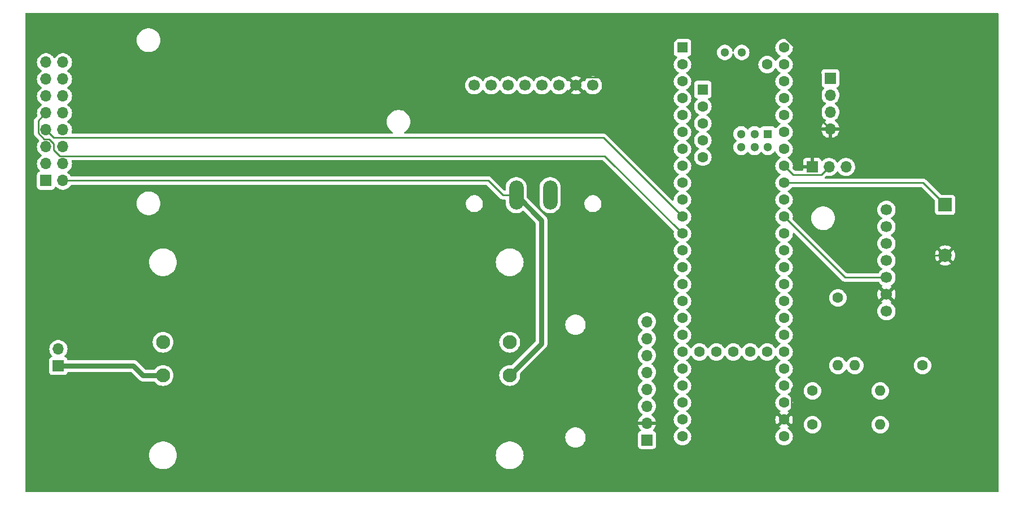
<source format=gbl>
G04 #@! TF.GenerationSoftware,KiCad,Pcbnew,8.0.3*
G04 #@! TF.CreationDate,2024-07-05T00:01:19-04:00*
G04 #@! TF.ProjectId,rrc_pcb2,7272635f-7063-4623-922e-6b696361645f,3*
G04 #@! TF.SameCoordinates,Original*
G04 #@! TF.FileFunction,Copper,L2,Bot*
G04 #@! TF.FilePolarity,Positive*
%FSLAX46Y46*%
G04 Gerber Fmt 4.6, Leading zero omitted, Abs format (unit mm)*
G04 Created by KiCad (PCBNEW 8.0.3) date 2024-07-05 00:01:19*
%MOMM*%
%LPD*%
G01*
G04 APERTURE LIST*
G04 #@! TA.AperFunction,ComponentPad*
%ADD10C,1.600000*%
G04 #@! TD*
G04 #@! TA.AperFunction,ComponentPad*
%ADD11O,1.600000X1.600000*%
G04 #@! TD*
G04 #@! TA.AperFunction,ComponentPad*
%ADD12R,1.700000X1.700000*%
G04 #@! TD*
G04 #@! TA.AperFunction,ComponentPad*
%ADD13O,1.700000X1.700000*%
G04 #@! TD*
G04 #@! TA.AperFunction,ComponentPad*
%ADD14R,1.600000X1.600000*%
G04 #@! TD*
G04 #@! TA.AperFunction,ComponentPad*
%ADD15C,1.300000*%
G04 #@! TD*
G04 #@! TA.AperFunction,ComponentPad*
%ADD16R,1.300000X1.300000*%
G04 #@! TD*
G04 #@! TA.AperFunction,ComponentPad*
%ADD17C,1.700000*%
G04 #@! TD*
G04 #@! TA.AperFunction,ComponentPad*
%ADD18R,2.000000X2.000000*%
G04 #@! TD*
G04 #@! TA.AperFunction,ComponentPad*
%ADD19C,2.000000*%
G04 #@! TD*
G04 #@! TA.AperFunction,ComponentPad*
%ADD20C,2.100000*%
G04 #@! TD*
G04 #@! TA.AperFunction,ComponentPad*
%ADD21O,2.184400X4.368800*%
G04 #@! TD*
G04 #@! TA.AperFunction,Conductor*
%ADD22C,0.250000*%
G04 #@! TD*
G04 #@! TA.AperFunction,Conductor*
%ADD23C,0.750000*%
G04 #@! TD*
G04 APERTURE END LIST*
D10*
X176530000Y-73660000D03*
D11*
X166370000Y-73660000D03*
D10*
X163830000Y-63500000D03*
D11*
X163830000Y-73660000D03*
D12*
X46910000Y-73725000D03*
D13*
X46910000Y-71185000D03*
D14*
X143565626Y-32206483D03*
D10*
X140514826Y-28447283D03*
X140514826Y-30987283D03*
X140514826Y-33527283D03*
X140514826Y-36067283D03*
X155754826Y-30987283D03*
X140514826Y-61467283D03*
X145594826Y-71627283D03*
X140514826Y-38607283D03*
X140514826Y-41147283D03*
X140514826Y-43687283D03*
X140514826Y-46227283D03*
X140514826Y-48767283D03*
X140514826Y-51307283D03*
X140514826Y-53847283D03*
X140514826Y-56387283D03*
X140514826Y-58927283D03*
X155754826Y-58927283D03*
X155754826Y-56387283D03*
X155754826Y-53847283D03*
X155754826Y-51307283D03*
X155754826Y-48767283D03*
X155754826Y-46227283D03*
X155754826Y-43687283D03*
X155754826Y-41147283D03*
X155754826Y-38607283D03*
X155754826Y-36067283D03*
X155754826Y-33527283D03*
X140514826Y-64007283D03*
X140514826Y-66547283D03*
X140514826Y-69087283D03*
X140514826Y-71627283D03*
X140514826Y-74167283D03*
X140514826Y-76707283D03*
X140514826Y-79247283D03*
X140514826Y-81787283D03*
X140514826Y-84327283D03*
X155754826Y-84327283D03*
X155754826Y-81787283D03*
X155754826Y-79247283D03*
X155754826Y-76707283D03*
X155754826Y-74167283D03*
X155754826Y-71627283D03*
X155754826Y-69087283D03*
X155754826Y-66547283D03*
X155754826Y-64007283D03*
X153214826Y-28447283D03*
D15*
X149404826Y-26637283D03*
X146864826Y-26637283D03*
D10*
X143565626Y-37286483D03*
X143565626Y-34746483D03*
D14*
X140514826Y-25907283D03*
D10*
X155754826Y-28447283D03*
X143565626Y-39826483D03*
D15*
X151316426Y-40877283D03*
D10*
X143565626Y-42366483D03*
X155754826Y-61467283D03*
X148134826Y-71627283D03*
D15*
X151316426Y-38877283D03*
D10*
X153214826Y-71627283D03*
X150674826Y-71627283D03*
D16*
X153316426Y-38877283D03*
D15*
X153316426Y-40877283D03*
X149316426Y-40877283D03*
X149316426Y-38877283D03*
D10*
X143054826Y-71627283D03*
X155754826Y-25907283D03*
D12*
X159961694Y-43835573D03*
D13*
X162501694Y-43835573D03*
X165041694Y-43835573D03*
D17*
X171111788Y-65506574D03*
X171111788Y-62966574D03*
X171111788Y-60426574D03*
X171111788Y-57886574D03*
X171111788Y-55346574D03*
X171111788Y-52806574D03*
X171111788Y-50266574D03*
D18*
X179906949Y-49529999D03*
D19*
X179906949Y-57129999D03*
D12*
X162694739Y-30506384D03*
D13*
X162694739Y-33046384D03*
X162694739Y-35586384D03*
X162694739Y-38126384D03*
D10*
X160020000Y-77470000D03*
D11*
X170180000Y-77470000D03*
D20*
X62603648Y-75155674D03*
X62603648Y-70155674D03*
X114603648Y-70155674D03*
X114603648Y-75155674D03*
D21*
X120664208Y-48064785D03*
X115584208Y-48064785D03*
D17*
X127078834Y-31567837D03*
X124538834Y-31567837D03*
X121998834Y-31567837D03*
X119458834Y-31567837D03*
X116918834Y-31567837D03*
X114378834Y-31567837D03*
X111838834Y-31567837D03*
X109298834Y-31567837D03*
D13*
X47592661Y-43349407D03*
X47592661Y-40809407D03*
X45052661Y-40809407D03*
X47592661Y-28109407D03*
X47592661Y-45889407D03*
D12*
X45052661Y-45889407D03*
D13*
X45052661Y-30649407D03*
X47592661Y-30649407D03*
X47592661Y-33189407D03*
X47592661Y-35729407D03*
X47592661Y-38269407D03*
X45052661Y-28109407D03*
X45052661Y-43349407D03*
X45052661Y-33189407D03*
X45052661Y-38269407D03*
X45052661Y-35729407D03*
D12*
X135193271Y-84837533D03*
D13*
X135193271Y-82297533D03*
X135193271Y-79757533D03*
X135193271Y-77217533D03*
X135193271Y-74677533D03*
X135193271Y-72137533D03*
X135193271Y-69597533D03*
X135193271Y-67057533D03*
D10*
X160020000Y-82550000D03*
D11*
X170180000Y-82550000D03*
D22*
X111399118Y-45889407D02*
X47592661Y-45889407D01*
X115584208Y-48064785D02*
X113574496Y-48064785D01*
D23*
X114603648Y-75155674D02*
X119380000Y-70379322D01*
X119380000Y-70379322D02*
X119380000Y-51860577D01*
X119380000Y-51860577D02*
X115584208Y-48064785D01*
D22*
X113574496Y-48064785D02*
X111399118Y-45889407D01*
X46227661Y-40322706D02*
X46227661Y-41296108D01*
X47105960Y-42174407D02*
X128841950Y-42174407D01*
X44755960Y-39634407D02*
X45539362Y-39634407D01*
X128841950Y-42174407D02*
X140514826Y-53847283D01*
X46227661Y-41296108D02*
X47105960Y-42174407D01*
X45052661Y-35729407D02*
X43877661Y-36904407D01*
X45539362Y-39634407D02*
X46227661Y-40322706D01*
X43877661Y-36904407D02*
X43877661Y-38756108D01*
X43877661Y-38756108D02*
X44755960Y-39634407D01*
X140514826Y-51307283D02*
X128651950Y-39444407D01*
X46227661Y-39444407D02*
X45052661Y-38269407D01*
X128651950Y-39444407D02*
X46227661Y-39444407D01*
X156879826Y-77198536D02*
X156879826Y-80662283D01*
X125713834Y-30392837D02*
X136087783Y-30392837D01*
X124538834Y-31567837D02*
X125713834Y-30392837D01*
X161290000Y-36721645D02*
X162694739Y-38126384D01*
X161290000Y-29851466D02*
X161290000Y-36721645D01*
X156879826Y-80662283D02*
X155754826Y-81787283D01*
X136361102Y-27811007D02*
X140042109Y-24130000D01*
X136087783Y-30392837D02*
X136361102Y-30666156D01*
X140042109Y-24130000D02*
X155568534Y-24130000D01*
X171111788Y-62966574D02*
X156879826Y-77198536D01*
X155568534Y-24130000D02*
X161290000Y-29851466D01*
X179906949Y-57129999D02*
X176948363Y-57129999D01*
X136361102Y-30666156D02*
X136361102Y-27811007D01*
X176948363Y-57129999D02*
X171111788Y-62966574D01*
D23*
X62603648Y-75155674D02*
X59594814Y-75155674D01*
X46910000Y-73725000D02*
X58164140Y-73725000D01*
X58164140Y-73725000D02*
X59594814Y-75155674D01*
D22*
X176604233Y-46227283D02*
X155754826Y-46227283D01*
X179906949Y-49529999D02*
X176604233Y-46227283D01*
X162501694Y-43835573D02*
X161326694Y-45010573D01*
X157078116Y-45010573D02*
X155754826Y-43687283D01*
X161326694Y-45010573D02*
X157078116Y-45010573D01*
X171111788Y-60426574D02*
X164874117Y-60426574D01*
X164874117Y-60426574D02*
X155754826Y-51307283D01*
G04 #@! TA.AperFunction,Conductor*
G36*
X187876621Y-20702217D02*
G01*
X187923114Y-20755873D01*
X187934500Y-20808215D01*
X187934500Y-92558500D01*
X187914498Y-92626621D01*
X187860842Y-92673114D01*
X187808500Y-92684500D01*
X42061500Y-92684500D01*
X41993379Y-92664498D01*
X41946886Y-92610842D01*
X41935500Y-92558500D01*
X41935500Y-87155669D01*
X60523298Y-87155669D01*
X60523298Y-87155678D01*
X60542672Y-87438934D01*
X60542673Y-87438940D01*
X60542674Y-87438948D01*
X60574356Y-87591410D01*
X60600441Y-87716939D01*
X60600443Y-87716947D01*
X60695529Y-87984494D01*
X60826153Y-88236583D01*
X60826162Y-88236598D01*
X60965018Y-88433312D01*
X60989897Y-88468558D01*
X61183699Y-88676069D01*
X61403951Y-88855257D01*
X61646552Y-89002786D01*
X61906981Y-89115907D01*
X62180388Y-89192512D01*
X62267165Y-89204439D01*
X62461666Y-89231173D01*
X62461680Y-89231174D01*
X62745616Y-89231174D01*
X62745629Y-89231173D01*
X62911204Y-89208414D01*
X63026908Y-89192512D01*
X63300315Y-89115907D01*
X63560744Y-89002786D01*
X63803345Y-88855257D01*
X64023597Y-88676069D01*
X64217399Y-88468558D01*
X64381139Y-88236590D01*
X64511769Y-87984488D01*
X64606853Y-87716946D01*
X64664622Y-87438948D01*
X64683998Y-87155674D01*
X64683998Y-87155669D01*
X112523298Y-87155669D01*
X112523298Y-87155678D01*
X112542672Y-87438934D01*
X112542673Y-87438940D01*
X112542674Y-87438948D01*
X112574356Y-87591410D01*
X112600441Y-87716939D01*
X112600443Y-87716947D01*
X112695529Y-87984494D01*
X112826153Y-88236583D01*
X112826162Y-88236598D01*
X112965018Y-88433312D01*
X112989897Y-88468558D01*
X113183699Y-88676069D01*
X113403951Y-88855257D01*
X113646552Y-89002786D01*
X113906981Y-89115907D01*
X114180388Y-89192512D01*
X114267165Y-89204439D01*
X114461666Y-89231173D01*
X114461680Y-89231174D01*
X114745616Y-89231174D01*
X114745629Y-89231173D01*
X114911204Y-89208414D01*
X115026908Y-89192512D01*
X115300315Y-89115907D01*
X115560744Y-89002786D01*
X115803345Y-88855257D01*
X116023597Y-88676069D01*
X116217399Y-88468558D01*
X116381139Y-88236590D01*
X116511769Y-87984488D01*
X116606853Y-87716946D01*
X116664622Y-87438948D01*
X116683998Y-87155674D01*
X116664622Y-86872400D01*
X116606853Y-86594402D01*
X116511769Y-86326860D01*
X116511767Y-86326856D01*
X116511766Y-86326853D01*
X116381142Y-86074764D01*
X116381139Y-86074758D01*
X116364223Y-86050794D01*
X116217401Y-85842793D01*
X116217399Y-85842790D01*
X116023597Y-85635279D01*
X115803345Y-85456091D01*
X115560744Y-85308562D01*
X115560745Y-85308562D01*
X115560741Y-85308560D01*
X115300315Y-85195441D01*
X115215172Y-85171585D01*
X115026908Y-85118836D01*
X115026907Y-85118835D01*
X115026904Y-85118835D01*
X114745629Y-85080174D01*
X114745616Y-85080174D01*
X114461680Y-85080174D01*
X114461666Y-85080174D01*
X114180391Y-85118835D01*
X113906980Y-85195441D01*
X113646554Y-85308560D01*
X113403948Y-85456093D01*
X113183704Y-85635275D01*
X113183696Y-85635282D01*
X112989894Y-85842793D01*
X112826162Y-86074749D01*
X112826153Y-86074764D01*
X112695529Y-86326853D01*
X112600443Y-86594400D01*
X112600441Y-86594408D01*
X112542673Y-86872407D01*
X112542672Y-86872413D01*
X112523298Y-87155669D01*
X64683998Y-87155669D01*
X64664622Y-86872400D01*
X64606853Y-86594402D01*
X64511769Y-86326860D01*
X64511767Y-86326856D01*
X64511766Y-86326853D01*
X64381142Y-86074764D01*
X64381139Y-86074758D01*
X64364223Y-86050794D01*
X64217401Y-85842793D01*
X64217399Y-85842790D01*
X64023597Y-85635279D01*
X63803345Y-85456091D01*
X63560744Y-85308562D01*
X63560745Y-85308562D01*
X63560741Y-85308560D01*
X63300315Y-85195441D01*
X63215172Y-85171585D01*
X63026908Y-85118836D01*
X63026907Y-85118835D01*
X63026904Y-85118835D01*
X62745629Y-85080174D01*
X62745616Y-85080174D01*
X62461680Y-85080174D01*
X62461666Y-85080174D01*
X62180391Y-85118835D01*
X61906980Y-85195441D01*
X61646554Y-85308560D01*
X61403948Y-85456093D01*
X61183704Y-85635275D01*
X61183696Y-85635282D01*
X60989894Y-85842793D01*
X60826162Y-86074749D01*
X60826153Y-86074764D01*
X60695529Y-86326853D01*
X60600443Y-86594400D01*
X60600441Y-86594408D01*
X60542673Y-86872407D01*
X60542672Y-86872413D01*
X60523298Y-87155669D01*
X41935500Y-87155669D01*
X41935500Y-84480000D01*
X122929783Y-84480000D01*
X122948623Y-84719378D01*
X123004676Y-84952861D01*
X123004677Y-84952863D01*
X123096567Y-85174704D01*
X123096568Y-85174705D01*
X123222025Y-85379435D01*
X123222030Y-85379442D01*
X123377972Y-85562027D01*
X123556381Y-85714402D01*
X123560561Y-85717972D01*
X123765296Y-85843433D01*
X123987137Y-85935323D01*
X124220621Y-85991377D01*
X124460000Y-86010217D01*
X124699379Y-85991377D01*
X124932863Y-85935323D01*
X125154704Y-85843433D01*
X125359439Y-85717972D01*
X125542027Y-85562027D01*
X125697972Y-85379439D01*
X125823433Y-85174704D01*
X125915323Y-84952863D01*
X125971377Y-84719379D01*
X125990217Y-84480000D01*
X125971377Y-84240621D01*
X125915323Y-84007137D01*
X125823433Y-83785296D01*
X125697972Y-83580561D01*
X125697969Y-83580557D01*
X125542027Y-83397972D01*
X125359442Y-83242030D01*
X125359435Y-83242025D01*
X125170043Y-83125967D01*
X125154704Y-83116567D01*
X124932863Y-83024677D01*
X124932861Y-83024676D01*
X124773140Y-82986331D01*
X124699379Y-82968623D01*
X124460000Y-82949783D01*
X124220621Y-82968623D01*
X123987138Y-83024676D01*
X123765294Y-83116568D01*
X123560564Y-83242025D01*
X123560557Y-83242030D01*
X123377972Y-83397972D01*
X123222030Y-83580557D01*
X123222025Y-83580564D01*
X123096568Y-83785294D01*
X123004676Y-84007138D01*
X122948623Y-84240621D01*
X122929783Y-84480000D01*
X41935500Y-84480000D01*
X41935500Y-71185000D01*
X45546844Y-71185000D01*
X45564593Y-71399196D01*
X45565437Y-71409375D01*
X45620702Y-71627612D01*
X45620703Y-71627613D01*
X45620704Y-71627616D01*
X45711140Y-71833791D01*
X45711141Y-71833793D01*
X45834275Y-72022265D01*
X45834278Y-72022268D01*
X45884229Y-72076529D01*
X45977475Y-72177820D01*
X46008896Y-72241485D01*
X46000909Y-72312031D01*
X45956051Y-72367060D01*
X45928807Y-72381213D01*
X45813797Y-72424110D01*
X45813792Y-72424112D01*
X45696738Y-72511738D01*
X45609112Y-72628792D01*
X45609110Y-72628797D01*
X45558011Y-72765795D01*
X45558009Y-72765803D01*
X45551500Y-72826350D01*
X45551500Y-74623649D01*
X45558009Y-74684196D01*
X45558011Y-74684204D01*
X45609110Y-74821202D01*
X45609112Y-74821207D01*
X45696738Y-74938261D01*
X45813792Y-75025887D01*
X45813794Y-75025888D01*
X45813796Y-75025889D01*
X45872875Y-75047924D01*
X45950795Y-75076988D01*
X45950803Y-75076990D01*
X46011350Y-75083499D01*
X46011355Y-75083499D01*
X46011362Y-75083500D01*
X46011368Y-75083500D01*
X47808632Y-75083500D01*
X47808638Y-75083500D01*
X47808645Y-75083499D01*
X47808649Y-75083499D01*
X47869196Y-75076990D01*
X47869199Y-75076989D01*
X47869201Y-75076989D01*
X48006204Y-75025889D01*
X48123261Y-74938261D01*
X48210889Y-74821204D01*
X48259652Y-74690464D01*
X48302198Y-74633632D01*
X48368719Y-74608821D01*
X48377707Y-74608500D01*
X57745992Y-74608500D01*
X57814113Y-74628502D01*
X57835087Y-74645405D01*
X59031610Y-75841928D01*
X59031616Y-75841933D01*
X59176320Y-75938622D01*
X59337106Y-76005222D01*
X59507797Y-76039174D01*
X59681832Y-76039174D01*
X61250579Y-76039174D01*
X61318700Y-76059176D01*
X61346385Y-76083339D01*
X61498215Y-76261107D01*
X61684752Y-76420426D01*
X61893916Y-76548601D01*
X62120556Y-76642479D01*
X62359091Y-76699746D01*
X62603648Y-76718993D01*
X62848205Y-76699746D01*
X63086740Y-76642479D01*
X63313380Y-76548601D01*
X63522544Y-76420426D01*
X63709081Y-76261107D01*
X63868400Y-76074570D01*
X63996575Y-75865406D01*
X64090453Y-75638766D01*
X64147720Y-75400231D01*
X64166967Y-75155674D01*
X64147720Y-74911117D01*
X64090453Y-74672582D01*
X63996575Y-74445942D01*
X63868400Y-74236778D01*
X63709081Y-74050241D01*
X63522544Y-73890922D01*
X63522542Y-73890920D01*
X63522540Y-73890919D01*
X63399904Y-73815768D01*
X63313380Y-73762747D01*
X63086740Y-73668869D01*
X62848205Y-73611602D01*
X62603648Y-73592355D01*
X62359091Y-73611602D01*
X62120555Y-73668869D01*
X61893914Y-73762748D01*
X61684755Y-73890919D01*
X61628231Y-73939196D01*
X61498215Y-74050241D01*
X61346387Y-74228006D01*
X61286939Y-74266814D01*
X61250579Y-74272174D01*
X60012961Y-74272174D01*
X59944840Y-74252172D01*
X59923870Y-74235273D01*
X58727339Y-73038741D01*
X58582635Y-72942052D01*
X58421848Y-72875452D01*
X58251160Y-72841500D01*
X58251157Y-72841500D01*
X48377707Y-72841500D01*
X48309586Y-72821498D01*
X48263093Y-72767842D01*
X48259659Y-72759554D01*
X48210889Y-72628796D01*
X48210886Y-72628792D01*
X48210886Y-72628791D01*
X48123261Y-72511738D01*
X48006207Y-72424112D01*
X48006203Y-72424110D01*
X47891192Y-72381213D01*
X47834356Y-72338667D01*
X47809546Y-72272146D01*
X47824638Y-72202772D01*
X47842525Y-72177820D01*
X47985714Y-72022277D01*
X47985724Y-72022265D01*
X48057002Y-71913165D01*
X48108860Y-71833791D01*
X48199296Y-71627616D01*
X48254564Y-71409368D01*
X48273156Y-71185000D01*
X48254564Y-70960632D01*
X48230450Y-70865407D01*
X48199297Y-70742387D01*
X48199296Y-70742386D01*
X48199296Y-70742384D01*
X48108860Y-70536209D01*
X48102140Y-70525924D01*
X47985724Y-70347734D01*
X47985720Y-70347729D01*
X47833237Y-70182091D01*
X47799296Y-70155674D01*
X61040329Y-70155674D01*
X61059576Y-70400231D01*
X61116843Y-70638766D01*
X61210721Y-70865406D01*
X61249284Y-70928335D01*
X61338893Y-71074566D01*
X61338894Y-71074568D01*
X61338896Y-71074570D01*
X61498215Y-71261107D01*
X61684752Y-71420426D01*
X61893916Y-71548601D01*
X62120556Y-71642479D01*
X62359091Y-71699746D01*
X62603648Y-71718993D01*
X62848205Y-71699746D01*
X63086740Y-71642479D01*
X63313380Y-71548601D01*
X63522544Y-71420426D01*
X63709081Y-71261107D01*
X63868400Y-71074570D01*
X63996575Y-70865406D01*
X64090453Y-70638766D01*
X64147720Y-70400231D01*
X64166967Y-70155674D01*
X113040329Y-70155674D01*
X113059576Y-70400231D01*
X113116843Y-70638766D01*
X113210721Y-70865406D01*
X113249284Y-70928335D01*
X113338893Y-71074566D01*
X113338894Y-71074568D01*
X113338896Y-71074570D01*
X113498215Y-71261107D01*
X113684752Y-71420426D01*
X113893916Y-71548601D01*
X114120556Y-71642479D01*
X114359091Y-71699746D01*
X114603648Y-71718993D01*
X114848205Y-71699746D01*
X115086740Y-71642479D01*
X115313380Y-71548601D01*
X115522544Y-71420426D01*
X115709081Y-71261107D01*
X115868400Y-71074570D01*
X115996575Y-70865406D01*
X116090453Y-70638766D01*
X116147720Y-70400231D01*
X116166967Y-70155674D01*
X116147720Y-69911117D01*
X116090453Y-69672582D01*
X115996575Y-69445942D01*
X115868400Y-69236778D01*
X115709081Y-69050241D01*
X115522544Y-68890922D01*
X115522542Y-68890920D01*
X115522540Y-68890919D01*
X115332399Y-68774402D01*
X115313380Y-68762747D01*
X115086740Y-68668869D01*
X114848205Y-68611602D01*
X114603648Y-68592355D01*
X114359091Y-68611602D01*
X114120555Y-68668869D01*
X113960293Y-68735252D01*
X113899904Y-68760267D01*
X113893914Y-68762748D01*
X113684755Y-68890919D01*
X113498215Y-69050241D01*
X113338893Y-69236781D01*
X113210722Y-69445940D01*
X113147930Y-69597533D01*
X113116843Y-69672582D01*
X113059576Y-69911117D01*
X113040329Y-70155674D01*
X64166967Y-70155674D01*
X64147720Y-69911117D01*
X64090453Y-69672582D01*
X63996575Y-69445942D01*
X63868400Y-69236778D01*
X63709081Y-69050241D01*
X63522544Y-68890922D01*
X63522542Y-68890920D01*
X63522540Y-68890919D01*
X63332399Y-68774402D01*
X63313380Y-68762747D01*
X63086740Y-68668869D01*
X62848205Y-68611602D01*
X62603648Y-68592355D01*
X62359091Y-68611602D01*
X62120555Y-68668869D01*
X61960293Y-68735252D01*
X61899904Y-68760267D01*
X61893914Y-68762748D01*
X61684755Y-68890919D01*
X61498215Y-69050241D01*
X61338893Y-69236781D01*
X61210722Y-69445940D01*
X61147930Y-69597533D01*
X61116843Y-69672582D01*
X61059576Y-69911117D01*
X61040329Y-70155674D01*
X47799296Y-70155674D01*
X47719387Y-70093478D01*
X47655576Y-70043811D01*
X47457574Y-69936658D01*
X47457572Y-69936657D01*
X47457571Y-69936656D01*
X47244639Y-69863557D01*
X47244630Y-69863555D01*
X47200476Y-69856187D01*
X47022569Y-69826500D01*
X46797431Y-69826500D01*
X46649211Y-69851233D01*
X46575369Y-69863555D01*
X46575360Y-69863557D01*
X46362428Y-69936656D01*
X46362426Y-69936658D01*
X46164426Y-70043810D01*
X46164424Y-70043811D01*
X45986762Y-70182091D01*
X45834279Y-70347729D01*
X45834275Y-70347734D01*
X45711141Y-70536206D01*
X45620703Y-70742386D01*
X45620702Y-70742387D01*
X45565437Y-70960624D01*
X45565436Y-70960630D01*
X45565436Y-70960632D01*
X45546844Y-71185000D01*
X41935500Y-71185000D01*
X41935500Y-58155669D01*
X60523298Y-58155669D01*
X60523298Y-58155678D01*
X60542672Y-58438934D01*
X60542673Y-58438940D01*
X60542674Y-58438948D01*
X60550798Y-58478042D01*
X60600441Y-58716939D01*
X60600443Y-58716947D01*
X60695529Y-58984494D01*
X60826153Y-59236583D01*
X60826162Y-59236598D01*
X60847896Y-59267388D01*
X60989897Y-59468558D01*
X61183699Y-59676069D01*
X61403951Y-59855257D01*
X61646552Y-60002786D01*
X61906981Y-60115907D01*
X62180388Y-60192512D01*
X62267165Y-60204439D01*
X62461666Y-60231173D01*
X62461680Y-60231174D01*
X62745616Y-60231174D01*
X62745629Y-60231173D01*
X62911204Y-60208414D01*
X63026908Y-60192512D01*
X63300315Y-60115907D01*
X63560744Y-60002786D01*
X63803345Y-59855257D01*
X64023597Y-59676069D01*
X64217399Y-59468558D01*
X64381139Y-59236590D01*
X64511769Y-58984488D01*
X64606853Y-58716946D01*
X64664622Y-58438948D01*
X64669810Y-58363100D01*
X64683998Y-58155678D01*
X64683998Y-58155669D01*
X112523298Y-58155669D01*
X112523298Y-58155678D01*
X112542672Y-58438934D01*
X112542673Y-58438940D01*
X112542674Y-58438948D01*
X112550798Y-58478042D01*
X112600441Y-58716939D01*
X112600443Y-58716947D01*
X112695529Y-58984494D01*
X112826153Y-59236583D01*
X112826162Y-59236598D01*
X112847896Y-59267388D01*
X112989897Y-59468558D01*
X113183699Y-59676069D01*
X113403951Y-59855257D01*
X113646552Y-60002786D01*
X113906981Y-60115907D01*
X114180388Y-60192512D01*
X114267165Y-60204439D01*
X114461666Y-60231173D01*
X114461680Y-60231174D01*
X114745616Y-60231174D01*
X114745629Y-60231173D01*
X114911204Y-60208414D01*
X115026908Y-60192512D01*
X115300315Y-60115907D01*
X115560744Y-60002786D01*
X115803345Y-59855257D01*
X116023597Y-59676069D01*
X116217399Y-59468558D01*
X116381139Y-59236590D01*
X116511769Y-58984488D01*
X116606853Y-58716946D01*
X116664622Y-58438948D01*
X116669810Y-58363100D01*
X116683998Y-58155678D01*
X116683998Y-58155669D01*
X116664623Y-57872413D01*
X116664622Y-57872407D01*
X116664622Y-57872400D01*
X116606853Y-57594402D01*
X116511769Y-57326860D01*
X116511767Y-57326856D01*
X116511766Y-57326853D01*
X116381142Y-57074764D01*
X116381139Y-57074758D01*
X116373667Y-57064173D01*
X116217401Y-56842793D01*
X116217399Y-56842790D01*
X116023597Y-56635279D01*
X115803345Y-56456091D01*
X115560744Y-56308562D01*
X115560745Y-56308562D01*
X115560741Y-56308560D01*
X115300315Y-56195441D01*
X115026904Y-56118835D01*
X114745629Y-56080174D01*
X114745616Y-56080174D01*
X114461680Y-56080174D01*
X114461666Y-56080174D01*
X114180391Y-56118835D01*
X113906980Y-56195441D01*
X113646554Y-56308560D01*
X113448365Y-56429081D01*
X113425043Y-56443265D01*
X113403948Y-56456093D01*
X113342899Y-56505760D01*
X113208171Y-56615370D01*
X113183704Y-56635275D01*
X113183696Y-56635282D01*
X112989894Y-56842793D01*
X112826162Y-57074749D01*
X112826153Y-57074764D01*
X112695529Y-57326853D01*
X112600443Y-57594400D01*
X112600441Y-57594408D01*
X112542673Y-57872407D01*
X112542672Y-57872413D01*
X112523298Y-58155669D01*
X64683998Y-58155669D01*
X64664623Y-57872413D01*
X64664622Y-57872407D01*
X64664622Y-57872400D01*
X64606853Y-57594402D01*
X64511769Y-57326860D01*
X64511767Y-57326856D01*
X64511766Y-57326853D01*
X64381142Y-57074764D01*
X64381139Y-57074758D01*
X64373667Y-57064173D01*
X64217401Y-56842793D01*
X64217399Y-56842790D01*
X64023597Y-56635279D01*
X63803345Y-56456091D01*
X63560744Y-56308562D01*
X63560745Y-56308562D01*
X63560741Y-56308560D01*
X63300315Y-56195441D01*
X63026904Y-56118835D01*
X62745629Y-56080174D01*
X62745616Y-56080174D01*
X62461680Y-56080174D01*
X62461666Y-56080174D01*
X62180391Y-56118835D01*
X61906980Y-56195441D01*
X61646554Y-56308560D01*
X61448365Y-56429081D01*
X61425043Y-56443265D01*
X61403948Y-56456093D01*
X61342899Y-56505760D01*
X61208171Y-56615370D01*
X61183704Y-56635275D01*
X61183696Y-56635282D01*
X60989894Y-56842793D01*
X60826162Y-57074749D01*
X60826153Y-57074764D01*
X60695529Y-57326853D01*
X60600443Y-57594400D01*
X60600441Y-57594408D01*
X60542673Y-57872407D01*
X60542672Y-57872413D01*
X60523298Y-58155669D01*
X41935500Y-58155669D01*
X41935500Y-49297147D01*
X58654062Y-49297147D01*
X58673948Y-49562516D01*
X58673949Y-49562520D01*
X58733164Y-49821953D01*
X58733165Y-49821955D01*
X58830385Y-50069670D01*
X58963437Y-50300123D01*
X58963443Y-50300131D01*
X59129356Y-50508178D01*
X59129360Y-50508183D01*
X59324424Y-50689176D01*
X59324427Y-50689178D01*
X59324431Y-50689182D01*
X59324437Y-50689186D01*
X59544292Y-50839081D01*
X59544299Y-50839085D01*
X59544302Y-50839087D01*
X59784059Y-50954548D01*
X59969564Y-51011769D01*
X60038340Y-51032984D01*
X60038347Y-51032986D01*
X60301486Y-51072647D01*
X60301490Y-51072647D01*
X60567592Y-51072647D01*
X60567596Y-51072647D01*
X60830735Y-51032986D01*
X61085023Y-50954548D01*
X61222027Y-50888570D01*
X61324775Y-50839090D01*
X61324775Y-50839089D01*
X61324781Y-50839087D01*
X61544651Y-50689182D01*
X61739724Y-50508180D01*
X61905642Y-50300127D01*
X62038697Y-50069668D01*
X62135918Y-49821952D01*
X62195134Y-49562514D01*
X62211221Y-49347837D01*
X108018462Y-49347837D01*
X108037914Y-49570171D01*
X108049011Y-49611585D01*
X108095677Y-49785748D01*
X108095679Y-49785753D01*
X108189999Y-49988023D01*
X108228573Y-50043113D01*
X108318012Y-50170844D01*
X108475827Y-50328659D01*
X108658648Y-50456672D01*
X108860921Y-50550993D01*
X109076500Y-50608757D01*
X109298834Y-50628209D01*
X109521168Y-50608757D01*
X109736747Y-50550993D01*
X109939020Y-50456672D01*
X110121841Y-50328659D01*
X110279656Y-50170844D01*
X110407669Y-49988023D01*
X110501990Y-49785750D01*
X110559754Y-49570171D01*
X110579206Y-49347837D01*
X110559754Y-49125503D01*
X110501990Y-48909924D01*
X110407669Y-48707651D01*
X110279656Y-48524830D01*
X110121841Y-48367015D01*
X110117302Y-48363837D01*
X109939020Y-48239002D01*
X109736750Y-48144682D01*
X109736745Y-48144680D01*
X109609304Y-48110533D01*
X109521168Y-48086917D01*
X109298834Y-48067465D01*
X109076500Y-48086917D01*
X109018737Y-48102394D01*
X108860922Y-48144680D01*
X108860917Y-48144682D01*
X108658647Y-48239002D01*
X108475830Y-48367012D01*
X108475824Y-48367017D01*
X108318014Y-48524827D01*
X108318009Y-48524833D01*
X108189999Y-48707650D01*
X108095679Y-48909920D01*
X108095677Y-48909925D01*
X108066657Y-49018232D01*
X108037914Y-49125503D01*
X108018462Y-49347837D01*
X62211221Y-49347837D01*
X62215020Y-49297147D01*
X62195134Y-49031780D01*
X62135918Y-48772342D01*
X62038697Y-48524626D01*
X62038696Y-48524623D01*
X61905644Y-48294170D01*
X61905638Y-48294162D01*
X61739725Y-48086115D01*
X61739721Y-48086110D01*
X61544657Y-47905117D01*
X61544644Y-47905107D01*
X61324783Y-47755208D01*
X61324775Y-47755203D01*
X61085031Y-47639749D01*
X61085026Y-47639747D01*
X61085023Y-47639746D01*
X60987161Y-47609559D01*
X60830741Y-47561309D01*
X60830736Y-47561308D01*
X60830735Y-47561308D01*
X60567596Y-47521647D01*
X60301486Y-47521647D01*
X60038347Y-47561308D01*
X60038346Y-47561308D01*
X60038340Y-47561309D01*
X59784053Y-47639748D01*
X59544299Y-47755208D01*
X59544292Y-47755212D01*
X59324437Y-47905107D01*
X59324424Y-47905117D01*
X59129360Y-48086110D01*
X59129356Y-48086115D01*
X58963443Y-48294162D01*
X58963437Y-48294170D01*
X58830385Y-48524623D01*
X58733165Y-48772338D01*
X58733164Y-48772340D01*
X58673949Y-49031773D01*
X58673948Y-49031777D01*
X58654062Y-49297147D01*
X41935500Y-49297147D01*
X41935500Y-36842010D01*
X43244161Y-36842010D01*
X43244161Y-38818504D01*
X43244516Y-38820287D01*
X43268506Y-38940893D01*
X43316261Y-39056183D01*
X43385590Y-39159941D01*
X43385592Y-39159943D01*
X43997309Y-39771660D01*
X44031335Y-39833972D01*
X44026270Y-39904787D01*
X44000917Y-39946090D01*
X43976938Y-39972138D01*
X43853802Y-40160613D01*
X43763364Y-40366793D01*
X43763363Y-40366794D01*
X43708098Y-40585031D01*
X43708097Y-40585037D01*
X43708097Y-40585039D01*
X43689505Y-40809407D01*
X43707718Y-41029205D01*
X43708098Y-41033782D01*
X43763363Y-41252019D01*
X43763364Y-41252020D01*
X43763365Y-41252023D01*
X43853801Y-41458198D01*
X43853802Y-41458200D01*
X43976936Y-41646672D01*
X43976940Y-41646677D01*
X44129423Y-41812315D01*
X44183992Y-41854788D01*
X44307085Y-41950596D01*
X44340341Y-41968593D01*
X44390732Y-42018607D01*
X44406084Y-42087923D01*
X44381523Y-42154536D01*
X44340341Y-42190220D01*
X44307087Y-42208217D01*
X44307085Y-42208218D01*
X44129423Y-42346498D01*
X43976940Y-42512136D01*
X43976936Y-42512141D01*
X43853802Y-42700613D01*
X43763364Y-42906793D01*
X43763363Y-42906794D01*
X43708098Y-43125031D01*
X43689505Y-43349407D01*
X43708098Y-43573782D01*
X43763363Y-43792019D01*
X43763364Y-43792020D01*
X43763365Y-43792023D01*
X43817469Y-43915369D01*
X43853802Y-43998200D01*
X43976936Y-44186672D01*
X43976941Y-44186677D01*
X44120136Y-44342227D01*
X44151557Y-44405892D01*
X44143570Y-44476438D01*
X44098712Y-44531467D01*
X44071468Y-44545620D01*
X43956458Y-44588517D01*
X43956453Y-44588519D01*
X43839399Y-44676145D01*
X43751773Y-44793199D01*
X43751771Y-44793204D01*
X43700672Y-44930202D01*
X43700670Y-44930210D01*
X43694161Y-44990757D01*
X43694161Y-46788056D01*
X43700670Y-46848603D01*
X43700672Y-46848611D01*
X43751771Y-46985609D01*
X43751773Y-46985614D01*
X43839399Y-47102668D01*
X43956453Y-47190294D01*
X43956455Y-47190295D01*
X43956457Y-47190296D01*
X44011561Y-47210849D01*
X44093456Y-47241395D01*
X44093464Y-47241397D01*
X44154011Y-47247906D01*
X44154016Y-47247906D01*
X44154023Y-47247907D01*
X44154029Y-47247907D01*
X45951293Y-47247907D01*
X45951299Y-47247907D01*
X45951306Y-47247906D01*
X45951310Y-47247906D01*
X46011857Y-47241397D01*
X46011860Y-47241396D01*
X46011862Y-47241396D01*
X46148865Y-47190296D01*
X46219060Y-47137749D01*
X46265922Y-47102668D01*
X46353547Y-46985615D01*
X46353546Y-46985615D01*
X46353550Y-46985611D01*
X46397660Y-46867346D01*
X46440206Y-46810514D01*
X46506727Y-46785703D01*
X46576101Y-46800795D01*
X46608414Y-46826042D01*
X46646440Y-46867349D01*
X46669423Y-46892315D01*
X46697942Y-46914512D01*
X46847085Y-47030596D01*
X47045087Y-47137749D01*
X47045088Y-47137749D01*
X47045089Y-47137750D01*
X47156888Y-47176130D01*
X47258026Y-47210851D01*
X47480092Y-47247907D01*
X47480096Y-47247907D01*
X47705226Y-47247907D01*
X47705230Y-47247907D01*
X47927296Y-47210851D01*
X48140235Y-47137749D01*
X48338237Y-47030596D01*
X48515901Y-46892313D01*
X48668383Y-46726675D01*
X48764216Y-46579992D01*
X48818219Y-46533903D01*
X48869699Y-46522907D01*
X111084524Y-46522907D01*
X111152645Y-46542909D01*
X111173619Y-46559812D01*
X113170663Y-48556856D01*
X113274421Y-48626185D01*
X113389711Y-48673940D01*
X113512102Y-48698285D01*
X113636890Y-48698285D01*
X113857508Y-48698285D01*
X113925629Y-48718287D01*
X113972122Y-48771943D01*
X113983508Y-48824285D01*
X113983508Y-49282963D01*
X114022922Y-49531817D01*
X114022923Y-49531822D01*
X114100779Y-49771437D01*
X114100780Y-49771440D01*
X114100781Y-49771441D01*
X114214503Y-49994634D01*
X114215168Y-49995938D01*
X114363263Y-50199773D01*
X114541419Y-50377929D01*
X114658486Y-50462983D01*
X114745258Y-50526027D01*
X114969752Y-50640412D01*
X115209376Y-50718271D01*
X115458230Y-50757685D01*
X115458233Y-50757685D01*
X115710183Y-50757685D01*
X115710186Y-50757685D01*
X115959040Y-50718271D01*
X116198664Y-50640412D01*
X116423158Y-50526027D01*
X116552043Y-50432386D01*
X116618906Y-50408530D01*
X116688057Y-50424609D01*
X116715195Y-50445229D01*
X118459595Y-52189629D01*
X118493621Y-52251941D01*
X118496500Y-52278724D01*
X118496500Y-69961174D01*
X118476498Y-70029295D01*
X118459595Y-70050269D01*
X114935683Y-73574180D01*
X114873371Y-73608206D01*
X114836704Y-73610696D01*
X114603648Y-73592355D01*
X114359091Y-73611602D01*
X114120555Y-73668869D01*
X113893914Y-73762748D01*
X113684755Y-73890919D01*
X113498215Y-74050241D01*
X113338893Y-74236781D01*
X113241712Y-74395369D01*
X113210721Y-74445942D01*
X113207729Y-74453165D01*
X113116843Y-74672581D01*
X113114053Y-74684204D01*
X113059576Y-74911117D01*
X113040329Y-75155674D01*
X113059576Y-75400231D01*
X113116843Y-75638766D01*
X113210721Y-75865406D01*
X113210722Y-75865407D01*
X113338893Y-76074566D01*
X113338894Y-76074568D01*
X113338896Y-76074570D01*
X113498215Y-76261107D01*
X113684752Y-76420426D01*
X113893916Y-76548601D01*
X114120556Y-76642479D01*
X114359091Y-76699746D01*
X114603648Y-76718993D01*
X114848205Y-76699746D01*
X115086740Y-76642479D01*
X115313380Y-76548601D01*
X115522544Y-76420426D01*
X115709081Y-76261107D01*
X115868400Y-76074570D01*
X115996575Y-75865406D01*
X116090453Y-75638766D01*
X116147720Y-75400231D01*
X116166967Y-75155674D01*
X116148624Y-74922613D01*
X116163220Y-74853137D01*
X116185138Y-74823639D01*
X120066259Y-70942520D01*
X120162948Y-70797817D01*
X120229548Y-70637030D01*
X120263500Y-70466339D01*
X120263500Y-70292305D01*
X120263500Y-67540000D01*
X122929783Y-67540000D01*
X122948623Y-67779379D01*
X122949419Y-67782695D01*
X123004676Y-68012861D01*
X123004677Y-68012863D01*
X123096567Y-68234704D01*
X123140180Y-68305875D01*
X123222025Y-68439435D01*
X123222030Y-68439442D01*
X123377972Y-68622027D01*
X123556381Y-68774402D01*
X123560561Y-68777972D01*
X123765296Y-68903433D01*
X123987137Y-68995323D01*
X124220621Y-69051377D01*
X124460000Y-69070217D01*
X124699379Y-69051377D01*
X124932863Y-68995323D01*
X125154704Y-68903433D01*
X125359439Y-68777972D01*
X125542027Y-68622027D01*
X125697972Y-68439439D01*
X125823433Y-68234704D01*
X125915323Y-68012863D01*
X125971377Y-67779379D01*
X125990217Y-67540000D01*
X125971377Y-67300621D01*
X125915323Y-67067137D01*
X125911345Y-67057533D01*
X133830115Y-67057533D01*
X133842254Y-67204032D01*
X133848708Y-67281908D01*
X133903973Y-67500145D01*
X133903974Y-67500146D01*
X133903975Y-67500149D01*
X133992992Y-67703088D01*
X133994412Y-67706326D01*
X134117546Y-67894798D01*
X134117550Y-67894803D01*
X134270033Y-68060441D01*
X134296559Y-68081087D01*
X134447695Y-68198722D01*
X134480951Y-68216719D01*
X134531342Y-68266733D01*
X134546694Y-68336049D01*
X134522133Y-68402662D01*
X134480951Y-68438346D01*
X134447697Y-68456343D01*
X134447695Y-68456344D01*
X134270033Y-68594624D01*
X134117550Y-68760262D01*
X134117546Y-68760267D01*
X133994412Y-68948739D01*
X133903974Y-69154919D01*
X133903973Y-69154920D01*
X133848708Y-69373157D01*
X133848707Y-69373163D01*
X133848707Y-69373165D01*
X133830115Y-69597533D01*
X133842254Y-69744032D01*
X133848708Y-69821908D01*
X133903973Y-70040145D01*
X133903974Y-70040146D01*
X133903975Y-70040149D01*
X133992992Y-70243088D01*
X133994412Y-70246326D01*
X134117546Y-70434798D01*
X134117550Y-70434803D01*
X134270033Y-70600441D01*
X134296559Y-70621087D01*
X134447695Y-70738722D01*
X134480951Y-70756719D01*
X134531342Y-70806733D01*
X134546694Y-70876049D01*
X134522133Y-70942662D01*
X134480951Y-70978346D01*
X134447697Y-70996343D01*
X134447695Y-70996344D01*
X134270033Y-71134624D01*
X134117550Y-71300262D01*
X134117546Y-71300267D01*
X133994412Y-71488739D01*
X133903974Y-71694919D01*
X133903973Y-71694920D01*
X133848708Y-71913157D01*
X133848707Y-71913163D01*
X133848707Y-71913165D01*
X133830115Y-72137533D01*
X133842254Y-72284032D01*
X133848708Y-72361908D01*
X133903973Y-72580145D01*
X133903974Y-72580146D01*
X133903975Y-72580149D01*
X133985406Y-72765795D01*
X133994412Y-72786326D01*
X134117546Y-72974798D01*
X134117550Y-72974803D01*
X134270033Y-73140441D01*
X134296559Y-73161087D01*
X134447695Y-73278722D01*
X134480951Y-73296719D01*
X134531342Y-73346733D01*
X134546694Y-73416049D01*
X134522133Y-73482662D01*
X134480951Y-73518346D01*
X134447697Y-73536343D01*
X134447695Y-73536344D01*
X134270033Y-73674624D01*
X134117550Y-73840262D01*
X134117546Y-73840267D01*
X133994412Y-74028739D01*
X133903974Y-74234919D01*
X133903973Y-74234920D01*
X133848708Y-74453157D01*
X133848707Y-74453163D01*
X133848707Y-74453165D01*
X133830115Y-74677533D01*
X133844666Y-74853137D01*
X133848708Y-74901908D01*
X133903973Y-75120145D01*
X133903974Y-75120146D01*
X133903975Y-75120149D01*
X133992992Y-75323088D01*
X133994412Y-75326326D01*
X134117546Y-75514798D01*
X134117550Y-75514803D01*
X134270033Y-75680441D01*
X134296559Y-75701087D01*
X134447695Y-75818722D01*
X134480951Y-75836719D01*
X134531342Y-75886733D01*
X134546694Y-75956049D01*
X134522133Y-76022662D01*
X134480951Y-76058346D01*
X134447697Y-76076343D01*
X134447695Y-76076344D01*
X134270033Y-76214624D01*
X134117550Y-76380262D01*
X134117546Y-76380267D01*
X133994412Y-76568739D01*
X133903974Y-76774919D01*
X133903973Y-76774920D01*
X133848708Y-76993157D01*
X133848707Y-76993163D01*
X133848707Y-76993165D01*
X133830115Y-77217533D01*
X133842254Y-77364032D01*
X133848708Y-77441908D01*
X133903973Y-77660145D01*
X133903974Y-77660146D01*
X133903975Y-77660149D01*
X133992992Y-77863088D01*
X133994412Y-77866326D01*
X134117546Y-78054798D01*
X134117550Y-78054803D01*
X134270033Y-78220441D01*
X134296559Y-78241087D01*
X134447695Y-78358722D01*
X134480951Y-78376719D01*
X134531342Y-78426733D01*
X134546694Y-78496049D01*
X134522133Y-78562662D01*
X134480951Y-78598346D01*
X134447697Y-78616343D01*
X134447695Y-78616344D01*
X134270033Y-78754624D01*
X134117550Y-78920262D01*
X134117546Y-78920267D01*
X133994412Y-79108739D01*
X133903974Y-79314919D01*
X133903973Y-79314920D01*
X133848708Y-79533157D01*
X133848707Y-79533163D01*
X133848707Y-79533165D01*
X133830115Y-79757533D01*
X133842254Y-79904032D01*
X133848708Y-79981908D01*
X133903973Y-80200145D01*
X133903974Y-80200146D01*
X133903975Y-80200149D01*
X133992992Y-80403088D01*
X133994412Y-80406326D01*
X134117546Y-80594798D01*
X134117550Y-80594803D01*
X134270033Y-80760441D01*
X134296559Y-80781087D01*
X134447695Y-80898722D01*
X134481476Y-80917003D01*
X134531867Y-80967015D01*
X134547220Y-81036332D01*
X134522660Y-81102945D01*
X134481480Y-81138629D01*
X134447975Y-81156761D01*
X134447969Y-81156765D01*
X134270368Y-81294998D01*
X134117945Y-81460574D01*
X133994851Y-81648984D01*
X133904450Y-81855076D01*
X133904447Y-81855083D01*
X133856726Y-82043532D01*
X133856727Y-82043533D01*
X134762568Y-82043533D01*
X134727346Y-82104540D01*
X134693271Y-82231707D01*
X134693271Y-82363359D01*
X134727346Y-82490526D01*
X134762568Y-82551533D01*
X133856726Y-82551533D01*
X133904447Y-82739982D01*
X133904450Y-82739989D01*
X133994851Y-82946081D01*
X134117945Y-83134491D01*
X134261252Y-83290165D01*
X134292672Y-83353830D01*
X134284685Y-83424376D01*
X134239826Y-83479405D01*
X134212584Y-83493557D01*
X134097066Y-83536644D01*
X134097063Y-83536645D01*
X133980009Y-83624271D01*
X133892383Y-83741325D01*
X133892381Y-83741330D01*
X133841282Y-83878328D01*
X133841280Y-83878336D01*
X133834771Y-83938883D01*
X133834771Y-85736182D01*
X133841280Y-85796729D01*
X133841282Y-85796737D01*
X133892381Y-85933735D01*
X133892383Y-85933740D01*
X133980009Y-86050794D01*
X134097063Y-86138420D01*
X134097065Y-86138421D01*
X134097067Y-86138422D01*
X134156146Y-86160457D01*
X134234066Y-86189521D01*
X134234074Y-86189523D01*
X134294621Y-86196032D01*
X134294626Y-86196032D01*
X134294633Y-86196033D01*
X134294639Y-86196033D01*
X136091903Y-86196033D01*
X136091909Y-86196033D01*
X136091916Y-86196032D01*
X136091920Y-86196032D01*
X136152467Y-86189523D01*
X136152470Y-86189522D01*
X136152472Y-86189522D01*
X136289475Y-86138422D01*
X136406532Y-86050794D01*
X136494160Y-85933737D01*
X136545260Y-85796734D01*
X136551771Y-85736171D01*
X136551771Y-83938895D01*
X136551770Y-83938883D01*
X136545261Y-83878336D01*
X136545259Y-83878328D01*
X136510558Y-83785294D01*
X136494160Y-83741329D01*
X136494159Y-83741327D01*
X136494158Y-83741325D01*
X136406532Y-83624271D01*
X136289478Y-83536645D01*
X136289475Y-83536644D01*
X136173957Y-83493557D01*
X136117122Y-83451010D01*
X136092312Y-83384490D01*
X136107404Y-83315116D01*
X136125290Y-83290165D01*
X136268594Y-83134494D01*
X136391690Y-82946081D01*
X136482091Y-82739989D01*
X136482094Y-82739982D01*
X136529815Y-82551533D01*
X135623974Y-82551533D01*
X135659196Y-82490526D01*
X135693271Y-82363359D01*
X135693271Y-82231707D01*
X135659196Y-82104540D01*
X135623974Y-82043533D01*
X136529815Y-82043533D01*
X136529815Y-82043532D01*
X136482094Y-81855083D01*
X136482091Y-81855076D01*
X136391690Y-81648984D01*
X136268596Y-81460574D01*
X136116173Y-81294998D01*
X135938572Y-81156765D01*
X135938571Y-81156764D01*
X135905062Y-81138630D01*
X135854672Y-81088616D01*
X135839321Y-81019299D01*
X135863883Y-80952686D01*
X135905061Y-80917005D01*
X135938847Y-80898722D01*
X136116511Y-80760439D01*
X136268993Y-80594801D01*
X136392131Y-80406324D01*
X136482567Y-80200149D01*
X136537835Y-79981901D01*
X136556427Y-79757533D01*
X136537835Y-79533165D01*
X136482567Y-79314917D01*
X136392131Y-79108742D01*
X136333628Y-79019196D01*
X136268995Y-78920267D01*
X136268991Y-78920262D01*
X136116508Y-78754624D01*
X136034653Y-78690914D01*
X135938847Y-78616344D01*
X135905590Y-78598346D01*
X135855200Y-78548335D01*
X135839847Y-78479018D01*
X135864407Y-78412405D01*
X135905591Y-78376719D01*
X135938847Y-78358722D01*
X136116511Y-78220439D01*
X136268993Y-78054801D01*
X136392131Y-77866324D01*
X136482567Y-77660149D01*
X136537835Y-77441901D01*
X136556427Y-77217533D01*
X136537835Y-76993165D01*
X136482567Y-76774917D01*
X136392131Y-76568742D01*
X136323572Y-76463804D01*
X136268995Y-76380267D01*
X136268991Y-76380262D01*
X136116508Y-76214624D01*
X136034653Y-76150914D01*
X135938847Y-76076344D01*
X135905590Y-76058346D01*
X135855200Y-76008335D01*
X135839847Y-75939018D01*
X135864407Y-75872405D01*
X135905591Y-75836719D01*
X135938847Y-75818722D01*
X136116511Y-75680439D01*
X136268993Y-75514801D01*
X136392131Y-75326324D01*
X136482567Y-75120149D01*
X136537835Y-74901901D01*
X136556427Y-74677533D01*
X136537835Y-74453165D01*
X136503289Y-74316747D01*
X136482568Y-74234920D01*
X136482567Y-74234919D01*
X136482567Y-74234917D01*
X136392131Y-74028742D01*
X136300236Y-73888086D01*
X136268995Y-73840267D01*
X136268991Y-73840262D01*
X136116508Y-73674624D01*
X135987458Y-73574180D01*
X135938847Y-73536344D01*
X135905590Y-73518346D01*
X135855200Y-73468335D01*
X135839847Y-73399018D01*
X135864407Y-73332405D01*
X135905591Y-73296719D01*
X135938847Y-73278722D01*
X136116511Y-73140439D01*
X136268993Y-72974801D01*
X136392131Y-72786324D01*
X136482567Y-72580149D01*
X136537835Y-72361901D01*
X136556427Y-72137533D01*
X136537835Y-71913165D01*
X136482567Y-71694917D01*
X136392131Y-71488742D01*
X136385411Y-71478457D01*
X136268995Y-71300267D01*
X136268991Y-71300262D01*
X136116508Y-71134624D01*
X136023129Y-71061944D01*
X135938847Y-70996344D01*
X135905590Y-70978346D01*
X135855200Y-70928335D01*
X135839847Y-70859018D01*
X135864407Y-70792405D01*
X135905591Y-70756719D01*
X135938847Y-70738722D01*
X136116511Y-70600439D01*
X136268993Y-70434801D01*
X136392131Y-70246324D01*
X136482567Y-70040149D01*
X136537835Y-69821901D01*
X136556427Y-69597533D01*
X136537835Y-69373165D01*
X136482567Y-69154917D01*
X136392131Y-68948742D01*
X136362528Y-68903431D01*
X136268995Y-68760267D01*
X136268991Y-68760262D01*
X136116508Y-68594624D01*
X136034653Y-68530914D01*
X135938847Y-68456344D01*
X135905590Y-68438346D01*
X135855200Y-68388335D01*
X135839847Y-68319018D01*
X135864407Y-68252405D01*
X135905591Y-68216719D01*
X135938847Y-68198722D01*
X136116511Y-68060439D01*
X136268993Y-67894801D01*
X136392131Y-67706324D01*
X136482567Y-67500149D01*
X136537835Y-67281901D01*
X136556427Y-67057533D01*
X136537835Y-66833165D01*
X136490885Y-66647763D01*
X136482568Y-66614920D01*
X136482567Y-66614919D01*
X136482567Y-66614917D01*
X136392131Y-66408742D01*
X136322413Y-66302030D01*
X136268995Y-66220267D01*
X136268991Y-66220262D01*
X136116508Y-66054624D01*
X135981043Y-65949187D01*
X135938847Y-65916344D01*
X135740845Y-65809191D01*
X135740843Y-65809190D01*
X135740842Y-65809189D01*
X135527910Y-65736090D01*
X135527901Y-65736088D01*
X135483747Y-65728720D01*
X135305840Y-65699033D01*
X135080702Y-65699033D01*
X134932482Y-65723766D01*
X134858640Y-65736088D01*
X134858631Y-65736090D01*
X134645699Y-65809189D01*
X134645697Y-65809191D01*
X134447697Y-65916343D01*
X134447695Y-65916344D01*
X134270033Y-66054624D01*
X134117550Y-66220262D01*
X134117546Y-66220267D01*
X133994412Y-66408739D01*
X133903974Y-66614919D01*
X133903973Y-66614920D01*
X133848708Y-66833157D01*
X133848707Y-66833163D01*
X133848707Y-66833165D01*
X133830115Y-67057533D01*
X125911345Y-67057533D01*
X125823433Y-66845296D01*
X125697972Y-66640561D01*
X125697969Y-66640557D01*
X125542027Y-66457972D01*
X125359442Y-66302030D01*
X125359435Y-66302025D01*
X125176122Y-66189692D01*
X125154704Y-66176567D01*
X124932863Y-66084677D01*
X124932861Y-66084676D01*
X124773140Y-66046331D01*
X124699379Y-66028623D01*
X124460000Y-66009783D01*
X124220621Y-66028623D01*
X123987138Y-66084676D01*
X123765294Y-66176568D01*
X123560564Y-66302025D01*
X123560557Y-66302030D01*
X123377972Y-66457972D01*
X123222030Y-66640557D01*
X123222025Y-66640564D01*
X123096568Y-66845294D01*
X123004676Y-67067138D01*
X122949419Y-67297305D01*
X122948623Y-67300621D01*
X122929783Y-67540000D01*
X120263500Y-67540000D01*
X120263500Y-51773560D01*
X120229548Y-51602870D01*
X120211058Y-51558232D01*
X120205614Y-51545090D01*
X120176903Y-51475774D01*
X120162948Y-51442083D01*
X120066259Y-51297379D01*
X120066254Y-51297373D01*
X117221813Y-48452932D01*
X117187787Y-48390620D01*
X117184908Y-48363837D01*
X117184908Y-46846610D01*
X117184908Y-46846607D01*
X119063508Y-46846607D01*
X119063508Y-49282963D01*
X119102922Y-49531817D01*
X119102923Y-49531822D01*
X119180779Y-49771437D01*
X119180780Y-49771440D01*
X119180781Y-49771441D01*
X119294503Y-49994634D01*
X119295168Y-49995938D01*
X119443263Y-50199773D01*
X119621419Y-50377929D01*
X119738486Y-50462983D01*
X119825258Y-50526027D01*
X120049752Y-50640412D01*
X120289376Y-50718271D01*
X120538230Y-50757685D01*
X120538233Y-50757685D01*
X120790183Y-50757685D01*
X120790186Y-50757685D01*
X121039040Y-50718271D01*
X121278664Y-50640412D01*
X121503158Y-50526027D01*
X121706994Y-50377931D01*
X121885154Y-50199771D01*
X122033250Y-49995935D01*
X122147635Y-49771441D01*
X122225494Y-49531817D01*
X122254633Y-49347837D01*
X125798462Y-49347837D01*
X125817914Y-49570171D01*
X125829011Y-49611585D01*
X125875677Y-49785748D01*
X125875679Y-49785753D01*
X125969999Y-49988023D01*
X126008573Y-50043113D01*
X126098012Y-50170844D01*
X126255827Y-50328659D01*
X126438648Y-50456672D01*
X126640921Y-50550993D01*
X126856500Y-50608757D01*
X127078834Y-50628209D01*
X127301168Y-50608757D01*
X127516747Y-50550993D01*
X127719020Y-50456672D01*
X127901841Y-50328659D01*
X128059656Y-50170844D01*
X128187669Y-49988023D01*
X128281990Y-49785750D01*
X128339754Y-49570171D01*
X128359206Y-49347837D01*
X128339754Y-49125503D01*
X128281990Y-48909924D01*
X128187669Y-48707651D01*
X128059656Y-48524830D01*
X127901841Y-48367015D01*
X127897302Y-48363837D01*
X127719020Y-48239002D01*
X127516750Y-48144682D01*
X127516745Y-48144680D01*
X127389304Y-48110533D01*
X127301168Y-48086917D01*
X127078834Y-48067465D01*
X126856500Y-48086917D01*
X126798737Y-48102394D01*
X126640922Y-48144680D01*
X126640917Y-48144682D01*
X126438647Y-48239002D01*
X126255830Y-48367012D01*
X126255824Y-48367017D01*
X126098014Y-48524827D01*
X126098009Y-48524833D01*
X125969999Y-48707650D01*
X125875679Y-48909920D01*
X125875677Y-48909925D01*
X125846657Y-49018232D01*
X125817914Y-49125503D01*
X125798462Y-49347837D01*
X122254633Y-49347837D01*
X122264908Y-49282963D01*
X122264908Y-46846607D01*
X122225494Y-46597753D01*
X122147635Y-46358129D01*
X122033250Y-46133635D01*
X121885154Y-45929799D01*
X121885152Y-45929796D01*
X121706996Y-45751640D01*
X121503161Y-45603545D01*
X121503160Y-45603544D01*
X121503158Y-45603543D01*
X121278664Y-45489158D01*
X121278663Y-45489157D01*
X121278660Y-45489156D01*
X121039045Y-45411300D01*
X121039041Y-45411299D01*
X121039040Y-45411299D01*
X120790186Y-45371885D01*
X120538230Y-45371885D01*
X120289376Y-45411299D01*
X120289370Y-45411300D01*
X120049755Y-45489156D01*
X119825254Y-45603545D01*
X119621419Y-45751640D01*
X119443263Y-45929796D01*
X119295168Y-46133631D01*
X119180779Y-46358132D01*
X119102923Y-46597747D01*
X119102922Y-46597752D01*
X119102922Y-46597753D01*
X119063508Y-46846607D01*
X117184908Y-46846607D01*
X117181651Y-46826044D01*
X117145494Y-46597753D01*
X117067635Y-46358129D01*
X116953250Y-46133635D01*
X116805154Y-45929799D01*
X116805152Y-45929796D01*
X116626996Y-45751640D01*
X116423161Y-45603545D01*
X116423160Y-45603544D01*
X116423158Y-45603543D01*
X116198664Y-45489158D01*
X116198663Y-45489157D01*
X116198660Y-45489156D01*
X115959045Y-45411300D01*
X115959041Y-45411299D01*
X115959040Y-45411299D01*
X115710186Y-45371885D01*
X115458230Y-45371885D01*
X115209376Y-45411299D01*
X115209370Y-45411300D01*
X114969755Y-45489156D01*
X114745254Y-45603545D01*
X114541419Y-45751640D01*
X114363263Y-45929796D01*
X114215168Y-46133631D01*
X114100779Y-46358132D01*
X114022923Y-46597747D01*
X114022922Y-46597752D01*
X114022922Y-46597753D01*
X113989225Y-46810514D01*
X113983508Y-46846610D01*
X113983508Y-47273703D01*
X113963506Y-47341824D01*
X113909850Y-47388317D01*
X113839576Y-47398421D01*
X113774996Y-47368927D01*
X113768413Y-47362798D01*
X111802953Y-45397338D01*
X111802951Y-45397336D01*
X111699193Y-45328007D01*
X111583903Y-45280252D01*
X111510204Y-45265592D01*
X111461514Y-45255907D01*
X111461512Y-45255907D01*
X48869699Y-45255907D01*
X48801578Y-45235905D01*
X48764216Y-45198822D01*
X48668385Y-45052141D01*
X48668381Y-45052136D01*
X48538881Y-44911464D01*
X48515901Y-44886501D01*
X48515900Y-44886500D01*
X48515898Y-44886498D01*
X48396028Y-44793199D01*
X48338237Y-44748218D01*
X48304980Y-44730220D01*
X48254590Y-44680209D01*
X48239237Y-44610892D01*
X48263797Y-44544279D01*
X48304981Y-44508593D01*
X48338237Y-44490596D01*
X48515901Y-44352313D01*
X48668383Y-44186675D01*
X48791521Y-43998198D01*
X48881957Y-43792023D01*
X48937225Y-43573775D01*
X48955817Y-43349407D01*
X48937225Y-43125039D01*
X48896657Y-42964838D01*
X48899324Y-42893892D01*
X48939924Y-42835650D01*
X49005567Y-42808604D01*
X49018801Y-42807907D01*
X128527356Y-42807907D01*
X128595477Y-42827909D01*
X128616451Y-42844812D01*
X139205673Y-53434035D01*
X139239699Y-53496347D01*
X139238285Y-53555740D01*
X139221284Y-53619190D01*
X139221283Y-53619193D01*
X139221283Y-53619196D01*
X139201328Y-53847283D01*
X139221283Y-54075370D01*
X139227409Y-54098232D01*
X139280541Y-54296523D01*
X139280543Y-54296529D01*
X139377303Y-54504032D01*
X139508628Y-54691583D01*
X139670526Y-54853481D01*
X139858077Y-54984806D01*
X139893185Y-55001177D01*
X139897283Y-55003088D01*
X139950568Y-55050005D01*
X139970029Y-55118282D01*
X139949487Y-55186242D01*
X139897283Y-55231478D01*
X139858076Y-55249760D01*
X139670529Y-55381082D01*
X139670523Y-55381087D01*
X139508630Y-55542980D01*
X139508625Y-55542986D01*
X139377303Y-55730533D01*
X139280543Y-55938036D01*
X139280541Y-55938042D01*
X139227527Y-56135894D01*
X139221283Y-56159196D01*
X139201328Y-56387283D01*
X139221283Y-56615370D01*
X139227409Y-56638232D01*
X139280541Y-56836523D01*
X139280543Y-56836529D01*
X139327396Y-56937006D01*
X139377303Y-57044032D01*
X139508628Y-57231583D01*
X139670526Y-57393481D01*
X139858077Y-57524806D01*
X139893185Y-57541177D01*
X139897283Y-57543088D01*
X139950568Y-57590005D01*
X139970029Y-57658282D01*
X139949487Y-57726242D01*
X139897283Y-57771478D01*
X139858076Y-57789760D01*
X139670529Y-57921082D01*
X139670523Y-57921087D01*
X139508630Y-58082980D01*
X139508625Y-58082986D01*
X139377303Y-58270533D01*
X139280543Y-58478036D01*
X139280541Y-58478042D01*
X139221283Y-58699196D01*
X139201328Y-58927283D01*
X139221283Y-59155370D01*
X139227409Y-59178232D01*
X139280541Y-59376523D01*
X139280543Y-59376529D01*
X139323455Y-59468554D01*
X139377303Y-59584032D01*
X139508628Y-59771583D01*
X139670526Y-59933481D01*
X139858077Y-60064806D01*
X139893185Y-60081177D01*
X139897283Y-60083088D01*
X139950568Y-60130005D01*
X139970029Y-60198282D01*
X139949487Y-60266242D01*
X139897283Y-60311478D01*
X139858076Y-60329760D01*
X139670529Y-60461082D01*
X139670523Y-60461087D01*
X139508630Y-60622980D01*
X139508625Y-60622986D01*
X139377303Y-60810533D01*
X139280543Y-61018036D01*
X139280541Y-61018042D01*
X139265181Y-61075367D01*
X139221283Y-61239196D01*
X139201328Y-61467283D01*
X139221283Y-61695370D01*
X139280542Y-61916526D01*
X139377303Y-62124032D01*
X139508628Y-62311583D01*
X139670526Y-62473481D01*
X139858077Y-62604806D01*
X139893185Y-62621177D01*
X139897283Y-62623088D01*
X139950568Y-62670005D01*
X139970029Y-62738282D01*
X139949487Y-62806242D01*
X139897283Y-62851478D01*
X139858076Y-62869760D01*
X139670529Y-63001082D01*
X139670523Y-63001087D01*
X139508630Y-63162980D01*
X139508625Y-63162986D01*
X139377303Y-63350533D01*
X139280543Y-63558036D01*
X139280541Y-63558042D01*
X139234978Y-63728086D01*
X139221283Y-63779196D01*
X139201328Y-64007283D01*
X139221283Y-64235370D01*
X139250470Y-64344296D01*
X139280541Y-64456523D01*
X139280543Y-64456529D01*
X139377303Y-64664032D01*
X139481960Y-64813498D01*
X139508628Y-64851583D01*
X139670526Y-65013481D01*
X139858077Y-65144806D01*
X139893185Y-65161177D01*
X139897283Y-65163088D01*
X139950568Y-65210005D01*
X139970029Y-65278282D01*
X139949487Y-65346242D01*
X139897283Y-65391478D01*
X139858076Y-65409760D01*
X139670529Y-65541082D01*
X139670523Y-65541087D01*
X139508630Y-65702980D01*
X139508625Y-65702986D01*
X139377303Y-65890533D01*
X139280543Y-66098036D01*
X139280541Y-66098042D01*
X139247791Y-66220267D01*
X139221283Y-66319196D01*
X139201328Y-66547283D01*
X139219493Y-66754915D01*
X139221283Y-66775369D01*
X139280541Y-66996523D01*
X139280543Y-66996529D01*
X139377303Y-67204032D01*
X139444935Y-67300621D01*
X139508628Y-67391583D01*
X139670526Y-67553481D01*
X139858077Y-67684806D01*
X139893185Y-67701177D01*
X139897283Y-67703088D01*
X139950568Y-67750005D01*
X139970029Y-67818282D01*
X139949487Y-67886242D01*
X139897283Y-67931478D01*
X139858076Y-67949760D01*
X139670529Y-68081082D01*
X139670523Y-68081087D01*
X139508630Y-68242980D01*
X139508625Y-68242986D01*
X139377303Y-68430533D01*
X139280543Y-68638036D01*
X139280541Y-68638042D01*
X139221283Y-68859196D01*
X139201328Y-69087283D01*
X139221283Y-69315369D01*
X139280541Y-69536523D01*
X139280543Y-69536529D01*
X139377303Y-69744032D01*
X139494297Y-69911117D01*
X139508628Y-69931583D01*
X139670526Y-70093481D01*
X139858077Y-70224806D01*
X139893185Y-70241177D01*
X139897283Y-70243088D01*
X139950568Y-70290005D01*
X139970029Y-70358282D01*
X139949487Y-70426242D01*
X139897283Y-70471478D01*
X139858076Y-70489760D01*
X139670529Y-70621082D01*
X139670523Y-70621087D01*
X139508630Y-70782980D01*
X139508625Y-70782986D01*
X139377303Y-70970533D01*
X139280543Y-71178036D01*
X139280541Y-71178042D01*
X139247791Y-71300267D01*
X139221283Y-71399196D01*
X139201328Y-71627283D01*
X139209351Y-71718992D01*
X139221283Y-71855369D01*
X139280541Y-72076523D01*
X139280543Y-72076529D01*
X139377303Y-72284032D01*
X139431832Y-72361908D01*
X139508628Y-72471583D01*
X139670526Y-72633481D01*
X139858077Y-72764806D01*
X139893185Y-72781177D01*
X139897283Y-72783088D01*
X139950568Y-72830005D01*
X139970029Y-72898282D01*
X139949487Y-72966242D01*
X139897283Y-73011478D01*
X139858076Y-73029760D01*
X139670529Y-73161082D01*
X139670523Y-73161087D01*
X139508630Y-73322980D01*
X139508625Y-73322986D01*
X139377303Y-73510533D01*
X139280543Y-73718036D01*
X139280541Y-73718042D01*
X139247791Y-73840267D01*
X139221283Y-73939196D01*
X139201328Y-74167283D01*
X139210974Y-74277543D01*
X139221283Y-74395369D01*
X139280541Y-74616523D01*
X139280543Y-74616529D01*
X139377303Y-74824032D01*
X139481960Y-74973498D01*
X139508628Y-75011583D01*
X139670526Y-75173481D01*
X139858077Y-75304806D01*
X139893185Y-75321177D01*
X139897283Y-75323088D01*
X139950568Y-75370005D01*
X139970029Y-75438282D01*
X139949487Y-75506242D01*
X139897283Y-75551478D01*
X139858076Y-75569760D01*
X139670529Y-75701082D01*
X139670523Y-75701087D01*
X139508630Y-75862980D01*
X139508625Y-75862986D01*
X139377303Y-76050533D01*
X139280543Y-76258036D01*
X139280541Y-76258042D01*
X139247791Y-76380267D01*
X139221283Y-76479196D01*
X139201328Y-76707283D01*
X139221283Y-76935370D01*
X139244163Y-77020757D01*
X139280541Y-77156523D01*
X139280543Y-77156529D01*
X139377303Y-77364032D01*
X139431832Y-77441908D01*
X139508628Y-77551583D01*
X139670526Y-77713481D01*
X139858077Y-77844806D01*
X139893185Y-77861177D01*
X139897283Y-77863088D01*
X139950568Y-77910005D01*
X139970029Y-77978282D01*
X139949487Y-78046242D01*
X139897283Y-78091478D01*
X139858076Y-78109760D01*
X139670529Y-78241082D01*
X139670523Y-78241087D01*
X139508630Y-78402980D01*
X139508625Y-78402986D01*
X139377303Y-78590533D01*
X139280543Y-78798036D01*
X139280541Y-78798042D01*
X139221283Y-79019196D01*
X139201328Y-79247283D01*
X139221283Y-79475369D01*
X139280541Y-79696523D01*
X139280543Y-79696529D01*
X139377303Y-79904032D01*
X139431832Y-79981908D01*
X139508628Y-80091583D01*
X139670526Y-80253481D01*
X139858077Y-80384806D01*
X139893185Y-80401177D01*
X139897283Y-80403088D01*
X139950568Y-80450005D01*
X139970029Y-80518282D01*
X139949487Y-80586242D01*
X139897283Y-80631478D01*
X139858076Y-80649760D01*
X139670529Y-80781082D01*
X139670523Y-80781087D01*
X139508630Y-80942980D01*
X139508625Y-80942986D01*
X139377303Y-81130533D01*
X139280543Y-81338036D01*
X139280541Y-81338042D01*
X139250656Y-81449575D01*
X139221283Y-81559196D01*
X139201328Y-81787283D01*
X139221283Y-82015370D01*
X139244163Y-82100757D01*
X139280541Y-82236523D01*
X139280543Y-82236529D01*
X139377303Y-82444032D01*
X139409858Y-82490526D01*
X139508628Y-82631583D01*
X139670526Y-82793481D01*
X139858077Y-82924806D01*
X139893185Y-82941177D01*
X139897283Y-82943088D01*
X139950568Y-82990005D01*
X139970029Y-83058282D01*
X139949487Y-83126242D01*
X139897283Y-83171478D01*
X139858076Y-83189760D01*
X139670529Y-83321082D01*
X139670523Y-83321087D01*
X139508630Y-83482980D01*
X139508625Y-83482986D01*
X139377303Y-83670533D01*
X139280543Y-83878036D01*
X139280541Y-83878042D01*
X139221283Y-84099196D01*
X139201328Y-84327283D01*
X139221283Y-84555369D01*
X139280541Y-84776523D01*
X139280543Y-84776529D01*
X139377303Y-84984032D01*
X139444622Y-85080174D01*
X139508628Y-85171583D01*
X139670526Y-85333481D01*
X139858077Y-85464806D01*
X140065583Y-85561567D01*
X140286739Y-85620826D01*
X140514826Y-85640781D01*
X140742913Y-85620826D01*
X140964069Y-85561567D01*
X141171575Y-85464806D01*
X141359126Y-85333481D01*
X141521024Y-85171583D01*
X141652349Y-84984032D01*
X141749110Y-84776526D01*
X141808369Y-84555370D01*
X141828324Y-84327283D01*
X141808369Y-84099196D01*
X141749110Y-83878040D01*
X141652349Y-83670534D01*
X141521024Y-83482983D01*
X141359126Y-83321085D01*
X141350601Y-83315116D01*
X141296824Y-83277460D01*
X141171575Y-83189760D01*
X141132369Y-83171478D01*
X141079084Y-83124562D01*
X141059622Y-83056285D01*
X141080163Y-82988325D01*
X141132369Y-82943088D01*
X141134823Y-82941943D01*
X141171575Y-82924806D01*
X141359126Y-82793481D01*
X141521024Y-82631583D01*
X141652349Y-82444032D01*
X141749110Y-82236526D01*
X141808369Y-82015370D01*
X141828324Y-81787283D01*
X141808369Y-81559196D01*
X141749110Y-81338040D01*
X141652349Y-81130534D01*
X141521024Y-80942983D01*
X141359126Y-80781085D01*
X141329643Y-80760441D01*
X141243583Y-80700181D01*
X141171575Y-80649760D01*
X141132956Y-80631752D01*
X141132369Y-80631478D01*
X141079084Y-80584562D01*
X141059622Y-80516285D01*
X141080163Y-80448325D01*
X141132369Y-80403088D01*
X141134823Y-80401943D01*
X141171575Y-80384806D01*
X141359126Y-80253481D01*
X141521024Y-80091583D01*
X141652349Y-79904032D01*
X141749110Y-79696526D01*
X141808369Y-79475370D01*
X141828324Y-79247283D01*
X141808369Y-79019196D01*
X141749110Y-78798040D01*
X141652349Y-78590534D01*
X141521024Y-78402983D01*
X141359126Y-78241085D01*
X141329643Y-78220441D01*
X141296824Y-78197460D01*
X141171575Y-78109760D01*
X141132369Y-78091478D01*
X141079084Y-78044562D01*
X141059622Y-77976285D01*
X141080163Y-77908325D01*
X141132369Y-77863088D01*
X141134823Y-77861943D01*
X141171575Y-77844806D01*
X141359126Y-77713481D01*
X141521024Y-77551583D01*
X141652349Y-77364032D01*
X141749110Y-77156526D01*
X141808369Y-76935370D01*
X141828324Y-76707283D01*
X141808369Y-76479196D01*
X141749110Y-76258040D01*
X141652349Y-76050534D01*
X141521024Y-75862983D01*
X141359126Y-75701085D01*
X141329643Y-75680441D01*
X141270125Y-75638766D01*
X141171575Y-75569760D01*
X141132369Y-75551478D01*
X141079084Y-75504562D01*
X141059622Y-75436285D01*
X141080163Y-75368325D01*
X141132369Y-75323088D01*
X141134823Y-75321943D01*
X141171575Y-75304806D01*
X141359126Y-75173481D01*
X141521024Y-75011583D01*
X141652349Y-74824032D01*
X141749110Y-74616526D01*
X141808369Y-74395370D01*
X141828324Y-74167283D01*
X141808369Y-73939196D01*
X141749110Y-73718040D01*
X141652349Y-73510534D01*
X141521024Y-73322983D01*
X141359126Y-73161085D01*
X141329643Y-73140441D01*
X141184401Y-73038741D01*
X141171575Y-73029760D01*
X141132369Y-73011478D01*
X141079084Y-72964562D01*
X141059622Y-72896285D01*
X141080163Y-72828325D01*
X141132369Y-72783088D01*
X141134823Y-72781943D01*
X141171575Y-72764806D01*
X141359126Y-72633481D01*
X141521024Y-72471583D01*
X141652349Y-72284032D01*
X141670631Y-72244826D01*
X141717547Y-72191541D01*
X141785824Y-72172079D01*
X141853784Y-72192620D01*
X141899021Y-72244826D01*
X141911760Y-72272146D01*
X141917303Y-72284032D01*
X142048628Y-72471583D01*
X142210526Y-72633481D01*
X142398077Y-72764806D01*
X142605583Y-72861567D01*
X142826739Y-72920826D01*
X143054826Y-72940781D01*
X143282913Y-72920826D01*
X143504069Y-72861567D01*
X143711575Y-72764806D01*
X143899126Y-72633481D01*
X144061024Y-72471583D01*
X144192349Y-72284032D01*
X144210631Y-72244826D01*
X144257547Y-72191541D01*
X144325824Y-72172079D01*
X144393784Y-72192620D01*
X144439021Y-72244826D01*
X144451760Y-72272146D01*
X144457303Y-72284032D01*
X144588628Y-72471583D01*
X144750526Y-72633481D01*
X144938077Y-72764806D01*
X145145583Y-72861567D01*
X145366739Y-72920826D01*
X145594826Y-72940781D01*
X145822913Y-72920826D01*
X146044069Y-72861567D01*
X146251575Y-72764806D01*
X146439126Y-72633481D01*
X146601024Y-72471583D01*
X146732349Y-72284032D01*
X146750631Y-72244826D01*
X146797547Y-72191541D01*
X146865824Y-72172079D01*
X146933784Y-72192620D01*
X146979021Y-72244826D01*
X146991760Y-72272146D01*
X146997303Y-72284032D01*
X147128628Y-72471583D01*
X147290526Y-72633481D01*
X147478077Y-72764806D01*
X147685583Y-72861567D01*
X147906739Y-72920826D01*
X148134826Y-72940781D01*
X148362913Y-72920826D01*
X148584069Y-72861567D01*
X148791575Y-72764806D01*
X148979126Y-72633481D01*
X149141024Y-72471583D01*
X149272349Y-72284032D01*
X149290631Y-72244826D01*
X149337547Y-72191541D01*
X149405824Y-72172079D01*
X149473784Y-72192620D01*
X149519021Y-72244826D01*
X149531760Y-72272146D01*
X149537303Y-72284032D01*
X149668628Y-72471583D01*
X149830526Y-72633481D01*
X150018077Y-72764806D01*
X150225583Y-72861567D01*
X150446739Y-72920826D01*
X150674826Y-72940781D01*
X150902913Y-72920826D01*
X151124069Y-72861567D01*
X151331575Y-72764806D01*
X151519126Y-72633481D01*
X151681024Y-72471583D01*
X151812349Y-72284032D01*
X151830631Y-72244826D01*
X151877547Y-72191541D01*
X151945824Y-72172079D01*
X152013784Y-72192620D01*
X152059021Y-72244826D01*
X152071760Y-72272146D01*
X152077303Y-72284032D01*
X152208628Y-72471583D01*
X152370526Y-72633481D01*
X152558077Y-72764806D01*
X152765583Y-72861567D01*
X152986739Y-72920826D01*
X153214826Y-72940781D01*
X153442913Y-72920826D01*
X153664069Y-72861567D01*
X153871575Y-72764806D01*
X154059126Y-72633481D01*
X154221024Y-72471583D01*
X154352349Y-72284032D01*
X154370631Y-72244826D01*
X154417547Y-72191541D01*
X154485824Y-72172079D01*
X154553784Y-72192620D01*
X154599021Y-72244826D01*
X154611760Y-72272146D01*
X154617303Y-72284032D01*
X154748628Y-72471583D01*
X154910526Y-72633481D01*
X155098077Y-72764806D01*
X155133185Y-72781177D01*
X155137283Y-72783088D01*
X155190568Y-72830005D01*
X155210029Y-72898282D01*
X155189487Y-72966242D01*
X155137283Y-73011478D01*
X155098076Y-73029760D01*
X154910529Y-73161082D01*
X154910523Y-73161087D01*
X154748630Y-73322980D01*
X154748625Y-73322986D01*
X154617303Y-73510533D01*
X154520543Y-73718036D01*
X154520541Y-73718042D01*
X154487791Y-73840267D01*
X154461283Y-73939196D01*
X154441328Y-74167283D01*
X154450974Y-74277543D01*
X154461283Y-74395369D01*
X154520541Y-74616523D01*
X154520543Y-74616529D01*
X154617303Y-74824032D01*
X154721960Y-74973498D01*
X154748628Y-75011583D01*
X154910526Y-75173481D01*
X155098077Y-75304806D01*
X155133185Y-75321177D01*
X155137283Y-75323088D01*
X155190568Y-75370005D01*
X155210029Y-75438282D01*
X155189487Y-75506242D01*
X155137283Y-75551478D01*
X155098076Y-75569760D01*
X154910529Y-75701082D01*
X154910523Y-75701087D01*
X154748630Y-75862980D01*
X154748625Y-75862986D01*
X154617303Y-76050533D01*
X154520543Y-76258036D01*
X154520541Y-76258042D01*
X154487791Y-76380267D01*
X154461283Y-76479196D01*
X154441328Y-76707283D01*
X154461283Y-76935370D01*
X154484163Y-77020757D01*
X154520541Y-77156523D01*
X154520543Y-77156529D01*
X154617303Y-77364032D01*
X154671832Y-77441908D01*
X154748628Y-77551583D01*
X154910526Y-77713481D01*
X155098077Y-77844806D01*
X155133185Y-77861177D01*
X155137283Y-77863088D01*
X155190568Y-77910005D01*
X155210029Y-77978282D01*
X155189487Y-78046242D01*
X155137283Y-78091478D01*
X155098076Y-78109760D01*
X154910529Y-78241082D01*
X154910523Y-78241087D01*
X154748630Y-78402980D01*
X154748625Y-78402986D01*
X154617303Y-78590533D01*
X154520543Y-78798036D01*
X154520541Y-78798042D01*
X154461283Y-79019196D01*
X154441328Y-79247283D01*
X154461283Y-79475369D01*
X154520541Y-79696523D01*
X154520543Y-79696529D01*
X154617303Y-79904032D01*
X154671832Y-79981908D01*
X154748628Y-80091583D01*
X154910526Y-80253481D01*
X155098077Y-80384806D01*
X155137144Y-80403023D01*
X155137875Y-80403364D01*
X155191160Y-80450281D01*
X155210621Y-80518558D01*
X155190079Y-80586518D01*
X155137876Y-80631753D01*
X155098329Y-80650194D01*
X155098327Y-80650195D01*
X155026935Y-80700183D01*
X155589052Y-81262300D01*
X155542534Y-81274765D01*
X155417118Y-81347173D01*
X155314716Y-81449575D01*
X155242308Y-81574991D01*
X155229843Y-81621509D01*
X154667726Y-81059392D01*
X154617739Y-81130783D01*
X154521014Y-81338209D01*
X154521012Y-81338214D01*
X154461777Y-81559280D01*
X154441830Y-81787283D01*
X154461777Y-82015285D01*
X154521012Y-82236351D01*
X154521014Y-82236356D01*
X154617739Y-82443784D01*
X154667725Y-82515171D01*
X155229842Y-81953054D01*
X155242308Y-81999575D01*
X155314716Y-82124991D01*
X155417118Y-82227393D01*
X155542534Y-82299801D01*
X155589052Y-82312265D01*
X155026936Y-82874381D01*
X155026936Y-82874383D01*
X155098324Y-82924369D01*
X155098328Y-82924371D01*
X155137875Y-82942813D01*
X155191160Y-82989730D01*
X155210620Y-83058007D01*
X155190078Y-83125967D01*
X155137875Y-83171201D01*
X155098078Y-83189758D01*
X154910529Y-83321082D01*
X154910523Y-83321087D01*
X154748630Y-83482980D01*
X154748625Y-83482986D01*
X154617303Y-83670533D01*
X154520543Y-83878036D01*
X154520541Y-83878042D01*
X154461283Y-84099196D01*
X154441328Y-84327283D01*
X154461283Y-84555369D01*
X154520541Y-84776523D01*
X154520543Y-84776529D01*
X154617303Y-84984032D01*
X154684622Y-85080174D01*
X154748628Y-85171583D01*
X154910526Y-85333481D01*
X155098077Y-85464806D01*
X155305583Y-85561567D01*
X155526739Y-85620826D01*
X155754826Y-85640781D01*
X155982913Y-85620826D01*
X156204069Y-85561567D01*
X156411575Y-85464806D01*
X156599126Y-85333481D01*
X156761024Y-85171583D01*
X156892349Y-84984032D01*
X156989110Y-84776526D01*
X157048369Y-84555370D01*
X157068324Y-84327283D01*
X157048369Y-84099196D01*
X156989110Y-83878040D01*
X156892349Y-83670534D01*
X156761024Y-83482983D01*
X156599126Y-83321085D01*
X156590601Y-83315116D01*
X156411575Y-83189760D01*
X156371777Y-83171202D01*
X156318492Y-83124285D01*
X156299031Y-83056008D01*
X156319573Y-82988048D01*
X156371777Y-82942812D01*
X156411323Y-82924371D01*
X156482714Y-82874382D01*
X156482714Y-82874380D01*
X156158334Y-82550000D01*
X158706502Y-82550000D01*
X158726457Y-82778087D01*
X158731668Y-82797533D01*
X158785715Y-82999240D01*
X158785717Y-82999246D01*
X158882477Y-83206749D01*
X158985464Y-83353830D01*
X159013802Y-83394300D01*
X159175700Y-83556198D01*
X159363251Y-83687523D01*
X159570757Y-83784284D01*
X159791913Y-83843543D01*
X160020000Y-83863498D01*
X160248087Y-83843543D01*
X160469243Y-83784284D01*
X160676749Y-83687523D01*
X160864300Y-83556198D01*
X161026198Y-83394300D01*
X161157523Y-83206749D01*
X161254284Y-82999243D01*
X161313543Y-82778087D01*
X161333498Y-82550000D01*
X168866502Y-82550000D01*
X168886457Y-82778087D01*
X168891668Y-82797533D01*
X168945715Y-82999240D01*
X168945717Y-82999246D01*
X169042477Y-83206749D01*
X169145464Y-83353830D01*
X169173802Y-83394300D01*
X169335700Y-83556198D01*
X169523251Y-83687523D01*
X169730757Y-83784284D01*
X169951913Y-83843543D01*
X170180000Y-83863498D01*
X170408087Y-83843543D01*
X170629243Y-83784284D01*
X170836749Y-83687523D01*
X171024300Y-83556198D01*
X171186198Y-83394300D01*
X171317523Y-83206749D01*
X171414284Y-82999243D01*
X171473543Y-82778087D01*
X171493498Y-82550000D01*
X171473543Y-82321913D01*
X171414284Y-82100757D01*
X171317523Y-81893251D01*
X171186198Y-81705700D01*
X171024300Y-81543802D01*
X170905438Y-81460574D01*
X170836749Y-81412477D01*
X170629246Y-81315717D01*
X170629240Y-81315715D01*
X170535771Y-81290670D01*
X170408087Y-81256457D01*
X170180000Y-81236502D01*
X169951913Y-81256457D01*
X169730759Y-81315715D01*
X169730753Y-81315717D01*
X169523250Y-81412477D01*
X169335703Y-81543799D01*
X169335697Y-81543804D01*
X169173804Y-81705697D01*
X169173799Y-81705703D01*
X169042477Y-81893250D01*
X168945717Y-82100753D01*
X168945715Y-82100759D01*
X168909336Y-82236529D01*
X168886457Y-82321913D01*
X168866502Y-82550000D01*
X161333498Y-82550000D01*
X161313543Y-82321913D01*
X161254284Y-82100757D01*
X161157523Y-81893251D01*
X161026198Y-81705700D01*
X160864300Y-81543802D01*
X160745438Y-81460574D01*
X160676749Y-81412477D01*
X160469246Y-81315717D01*
X160469240Y-81315715D01*
X160375771Y-81290670D01*
X160248087Y-81256457D01*
X160020000Y-81236502D01*
X159791913Y-81256457D01*
X159570759Y-81315715D01*
X159570753Y-81315717D01*
X159363250Y-81412477D01*
X159175703Y-81543799D01*
X159175697Y-81543804D01*
X159013804Y-81705697D01*
X159013799Y-81705703D01*
X158882477Y-81893250D01*
X158785717Y-82100753D01*
X158785715Y-82100759D01*
X158749336Y-82236529D01*
X158726457Y-82321913D01*
X158706502Y-82550000D01*
X156158334Y-82550000D01*
X155920599Y-82312265D01*
X155967118Y-82299801D01*
X156092534Y-82227393D01*
X156194936Y-82124991D01*
X156267344Y-81999575D01*
X156279808Y-81953056D01*
X156841923Y-82515171D01*
X156841925Y-82515171D01*
X156891914Y-82443780D01*
X156988637Y-82236356D01*
X156988639Y-82236351D01*
X157047874Y-82015285D01*
X157067821Y-81787283D01*
X157047874Y-81559280D01*
X156988639Y-81338214D01*
X156988637Y-81338209D01*
X156891912Y-81130781D01*
X156841926Y-81059393D01*
X156841924Y-81059393D01*
X156279808Y-81621509D01*
X156267344Y-81574991D01*
X156194936Y-81449575D01*
X156092534Y-81347173D01*
X155967118Y-81274765D01*
X155920598Y-81262299D01*
X156482714Y-80700182D01*
X156482714Y-80700181D01*
X156411327Y-80650196D01*
X156371775Y-80631752D01*
X156318491Y-80584834D01*
X156299031Y-80516556D01*
X156319574Y-80448597D01*
X156371776Y-80403364D01*
X156411575Y-80384806D01*
X156599126Y-80253481D01*
X156761024Y-80091583D01*
X156892349Y-79904032D01*
X156989110Y-79696526D01*
X157048369Y-79475370D01*
X157068324Y-79247283D01*
X157048369Y-79019196D01*
X156989110Y-78798040D01*
X156892349Y-78590534D01*
X156761024Y-78402983D01*
X156599126Y-78241085D01*
X156569643Y-78220441D01*
X156536824Y-78197460D01*
X156411575Y-78109760D01*
X156372369Y-78091478D01*
X156319084Y-78044562D01*
X156299622Y-77976285D01*
X156320163Y-77908325D01*
X156372369Y-77863088D01*
X156374823Y-77861943D01*
X156411575Y-77844806D01*
X156599126Y-77713481D01*
X156761024Y-77551583D01*
X156818149Y-77470000D01*
X158706502Y-77470000D01*
X158726457Y-77698087D01*
X158760670Y-77825771D01*
X158785715Y-77919240D01*
X158785717Y-77919246D01*
X158882477Y-78126749D01*
X158962537Y-78241087D01*
X159013802Y-78314300D01*
X159175700Y-78476198D01*
X159363251Y-78607523D01*
X159570757Y-78704284D01*
X159791913Y-78763543D01*
X160020000Y-78783498D01*
X160248087Y-78763543D01*
X160469243Y-78704284D01*
X160676749Y-78607523D01*
X160864300Y-78476198D01*
X161026198Y-78314300D01*
X161157523Y-78126749D01*
X161254284Y-77919243D01*
X161313543Y-77698087D01*
X161333498Y-77470000D01*
X168866502Y-77470000D01*
X168886457Y-77698087D01*
X168920670Y-77825771D01*
X168945715Y-77919240D01*
X168945717Y-77919246D01*
X169042477Y-78126749D01*
X169122537Y-78241087D01*
X169173802Y-78314300D01*
X169335700Y-78476198D01*
X169523251Y-78607523D01*
X169730757Y-78704284D01*
X169951913Y-78763543D01*
X170180000Y-78783498D01*
X170408087Y-78763543D01*
X170629243Y-78704284D01*
X170836749Y-78607523D01*
X171024300Y-78476198D01*
X171186198Y-78314300D01*
X171317523Y-78126749D01*
X171414284Y-77919243D01*
X171473543Y-77698087D01*
X171493498Y-77470000D01*
X171473543Y-77241913D01*
X171414284Y-77020757D01*
X171317523Y-76813251D01*
X171186198Y-76625700D01*
X171024300Y-76463802D01*
X170836749Y-76332477D01*
X170683695Y-76261107D01*
X170629246Y-76235717D01*
X170629240Y-76235715D01*
X170535771Y-76210670D01*
X170408087Y-76176457D01*
X170180000Y-76156502D01*
X169951913Y-76176457D01*
X169730759Y-76235715D01*
X169730753Y-76235717D01*
X169523250Y-76332477D01*
X169335703Y-76463799D01*
X169335697Y-76463804D01*
X169173804Y-76625697D01*
X169173799Y-76625703D01*
X169042477Y-76813250D01*
X168945717Y-77020753D01*
X168945715Y-77020759D01*
X168909336Y-77156529D01*
X168886457Y-77241913D01*
X168866502Y-77470000D01*
X161333498Y-77470000D01*
X161313543Y-77241913D01*
X161254284Y-77020757D01*
X161157523Y-76813251D01*
X161026198Y-76625700D01*
X160864300Y-76463802D01*
X160676749Y-76332477D01*
X160523695Y-76261107D01*
X160469246Y-76235717D01*
X160469240Y-76235715D01*
X160375771Y-76210670D01*
X160248087Y-76176457D01*
X160020000Y-76156502D01*
X159791913Y-76176457D01*
X159570759Y-76235715D01*
X159570753Y-76235717D01*
X159363250Y-76332477D01*
X159175703Y-76463799D01*
X159175697Y-76463804D01*
X159013804Y-76625697D01*
X159013799Y-76625703D01*
X158882477Y-76813250D01*
X158785717Y-77020753D01*
X158785715Y-77020759D01*
X158749336Y-77156529D01*
X158726457Y-77241913D01*
X158706502Y-77470000D01*
X156818149Y-77470000D01*
X156892349Y-77364032D01*
X156989110Y-77156526D01*
X157048369Y-76935370D01*
X157068324Y-76707283D01*
X157048369Y-76479196D01*
X156989110Y-76258040D01*
X156892349Y-76050534D01*
X156761024Y-75862983D01*
X156599126Y-75701085D01*
X156569643Y-75680441D01*
X156510125Y-75638766D01*
X156411575Y-75569760D01*
X156372369Y-75551478D01*
X156319084Y-75504562D01*
X156299622Y-75436285D01*
X156320163Y-75368325D01*
X156372369Y-75323088D01*
X156374823Y-75321943D01*
X156411575Y-75304806D01*
X156599126Y-75173481D01*
X156761024Y-75011583D01*
X156892349Y-74824032D01*
X156989110Y-74616526D01*
X157048369Y-74395370D01*
X157068324Y-74167283D01*
X157048369Y-73939196D01*
X156989110Y-73718040D01*
X156962046Y-73660000D01*
X162516502Y-73660000D01*
X162521579Y-73718036D01*
X162536457Y-73888086D01*
X162595715Y-74109240D01*
X162595717Y-74109246D01*
X162662364Y-74252172D01*
X162692477Y-74316749D01*
X162823802Y-74504300D01*
X162985700Y-74666198D01*
X163173251Y-74797523D01*
X163380757Y-74894284D01*
X163601913Y-74953543D01*
X163830000Y-74973498D01*
X164058087Y-74953543D01*
X164279243Y-74894284D01*
X164486749Y-74797523D01*
X164674300Y-74666198D01*
X164836198Y-74504300D01*
X164967523Y-74316749D01*
X164985805Y-74277543D01*
X165032721Y-74224258D01*
X165100998Y-74204796D01*
X165168958Y-74225337D01*
X165214195Y-74277543D01*
X165232477Y-74316749D01*
X165363802Y-74504300D01*
X165525700Y-74666198D01*
X165713251Y-74797523D01*
X165920757Y-74894284D01*
X166141913Y-74953543D01*
X166370000Y-74973498D01*
X166598087Y-74953543D01*
X166819243Y-74894284D01*
X167026749Y-74797523D01*
X167214300Y-74666198D01*
X167376198Y-74504300D01*
X167507523Y-74316749D01*
X167604284Y-74109243D01*
X167663543Y-73888087D01*
X167683498Y-73660000D01*
X175216502Y-73660000D01*
X175221579Y-73718036D01*
X175236457Y-73888086D01*
X175295715Y-74109240D01*
X175295717Y-74109246D01*
X175362364Y-74252172D01*
X175392477Y-74316749D01*
X175523802Y-74504300D01*
X175685700Y-74666198D01*
X175873251Y-74797523D01*
X176080757Y-74894284D01*
X176301913Y-74953543D01*
X176530000Y-74973498D01*
X176758087Y-74953543D01*
X176979243Y-74894284D01*
X177186749Y-74797523D01*
X177374300Y-74666198D01*
X177536198Y-74504300D01*
X177667523Y-74316749D01*
X177764284Y-74109243D01*
X177823543Y-73888087D01*
X177843498Y-73660000D01*
X177823543Y-73431913D01*
X177764284Y-73210757D01*
X177667523Y-73003251D01*
X177536198Y-72815700D01*
X177374300Y-72653802D01*
X177345274Y-72633478D01*
X177186749Y-72522477D01*
X176979246Y-72425717D01*
X176979240Y-72425715D01*
X176885771Y-72400670D01*
X176758087Y-72366457D01*
X176530000Y-72346502D01*
X176301913Y-72366457D01*
X176080759Y-72425715D01*
X176080753Y-72425717D01*
X175873250Y-72522477D01*
X175685703Y-72653799D01*
X175685697Y-72653804D01*
X175523804Y-72815697D01*
X175523799Y-72815703D01*
X175392477Y-73003250D01*
X175295717Y-73210753D01*
X175295715Y-73210759D01*
X175265645Y-73322983D01*
X175236457Y-73431913D01*
X175216502Y-73660000D01*
X167683498Y-73660000D01*
X167663543Y-73431913D01*
X167604284Y-73210757D01*
X167507523Y-73003251D01*
X167376198Y-72815700D01*
X167214300Y-72653802D01*
X167185274Y-72633478D01*
X167026749Y-72522477D01*
X166819246Y-72425717D01*
X166819240Y-72425715D01*
X166725771Y-72400670D01*
X166598087Y-72366457D01*
X166370000Y-72346502D01*
X166141913Y-72366457D01*
X165920759Y-72425715D01*
X165920753Y-72425717D01*
X165713250Y-72522477D01*
X165525703Y-72653799D01*
X165525697Y-72653804D01*
X165363804Y-72815697D01*
X165363799Y-72815703D01*
X165232477Y-73003250D01*
X165214195Y-73042457D01*
X165167278Y-73095742D01*
X165099001Y-73115203D01*
X165031041Y-73094661D01*
X164985805Y-73042457D01*
X164971359Y-73011478D01*
X164967523Y-73003251D01*
X164836198Y-72815700D01*
X164674300Y-72653802D01*
X164645274Y-72633478D01*
X164486749Y-72522477D01*
X164279246Y-72425717D01*
X164279240Y-72425715D01*
X164185771Y-72400670D01*
X164058087Y-72366457D01*
X163830000Y-72346502D01*
X163601913Y-72366457D01*
X163380759Y-72425715D01*
X163380753Y-72425717D01*
X163173250Y-72522477D01*
X162985703Y-72653799D01*
X162985697Y-72653804D01*
X162823804Y-72815697D01*
X162823799Y-72815703D01*
X162692477Y-73003250D01*
X162595717Y-73210753D01*
X162595715Y-73210759D01*
X162565645Y-73322983D01*
X162536457Y-73431913D01*
X162516502Y-73660000D01*
X156962046Y-73660000D01*
X156892349Y-73510534D01*
X156761024Y-73322983D01*
X156599126Y-73161085D01*
X156569643Y-73140441D01*
X156424401Y-73038741D01*
X156411575Y-73029760D01*
X156372369Y-73011478D01*
X156319084Y-72964562D01*
X156299622Y-72896285D01*
X156320163Y-72828325D01*
X156372369Y-72783088D01*
X156374823Y-72781943D01*
X156411575Y-72764806D01*
X156599126Y-72633481D01*
X156761024Y-72471583D01*
X156892349Y-72284032D01*
X156989110Y-72076526D01*
X157048369Y-71855370D01*
X157068324Y-71627283D01*
X157048369Y-71399196D01*
X156989110Y-71178040D01*
X156892349Y-70970534D01*
X156761024Y-70782983D01*
X156599126Y-70621085D01*
X156569643Y-70600441D01*
X156477911Y-70536209D01*
X156411575Y-70489760D01*
X156372369Y-70471478D01*
X156319084Y-70424562D01*
X156299622Y-70356285D01*
X156320163Y-70288325D01*
X156372369Y-70243088D01*
X156374823Y-70241943D01*
X156411575Y-70224806D01*
X156599126Y-70093481D01*
X156761024Y-69931583D01*
X156892349Y-69744032D01*
X156989110Y-69536526D01*
X157048369Y-69315370D01*
X157068324Y-69087283D01*
X157048369Y-68859196D01*
X156989110Y-68638040D01*
X156892349Y-68430534D01*
X156761024Y-68242983D01*
X156599126Y-68081085D01*
X156569643Y-68060441D01*
X156501692Y-68012861D01*
X156411575Y-67949760D01*
X156372369Y-67931478D01*
X156319084Y-67884562D01*
X156299622Y-67816285D01*
X156320163Y-67748325D01*
X156372369Y-67703088D01*
X156374823Y-67701943D01*
X156411575Y-67684806D01*
X156599126Y-67553481D01*
X156761024Y-67391583D01*
X156892349Y-67204032D01*
X156989110Y-66996526D01*
X157048369Y-66775370D01*
X157068324Y-66547283D01*
X157048369Y-66319196D01*
X156989110Y-66098040D01*
X156892349Y-65890534D01*
X156761024Y-65702983D01*
X156599126Y-65541085D01*
X156411575Y-65409760D01*
X156372369Y-65391478D01*
X156319084Y-65344562D01*
X156299622Y-65276285D01*
X156320163Y-65208325D01*
X156372369Y-65163088D01*
X156374823Y-65161943D01*
X156411575Y-65144806D01*
X156599126Y-65013481D01*
X156761024Y-64851583D01*
X156892349Y-64664032D01*
X156989110Y-64456526D01*
X157048369Y-64235370D01*
X157068324Y-64007283D01*
X157048369Y-63779196D01*
X156989110Y-63558040D01*
X156962046Y-63500000D01*
X162516502Y-63500000D01*
X162536457Y-63728087D01*
X162595716Y-63949243D01*
X162692477Y-64156749D01*
X162823802Y-64344300D01*
X162985700Y-64506198D01*
X163173251Y-64637523D01*
X163380757Y-64734284D01*
X163601913Y-64793543D01*
X163830000Y-64813498D01*
X164058087Y-64793543D01*
X164279243Y-64734284D01*
X164486749Y-64637523D01*
X164674300Y-64506198D01*
X164836198Y-64344300D01*
X164967523Y-64156749D01*
X165064284Y-63949243D01*
X165123543Y-63728087D01*
X165143498Y-63500000D01*
X165123543Y-63271913D01*
X165064284Y-63050757D01*
X164967523Y-62843251D01*
X164836198Y-62655700D01*
X164674300Y-62493802D01*
X164645274Y-62473478D01*
X164486749Y-62362477D01*
X164279246Y-62265717D01*
X164279240Y-62265715D01*
X164185771Y-62240670D01*
X164058087Y-62206457D01*
X163830000Y-62186502D01*
X163601913Y-62206457D01*
X163380759Y-62265715D01*
X163380753Y-62265717D01*
X163173250Y-62362477D01*
X162985703Y-62493799D01*
X162985697Y-62493804D01*
X162823804Y-62655697D01*
X162823799Y-62655703D01*
X162692477Y-62843250D01*
X162595717Y-63050753D01*
X162595715Y-63050759D01*
X162536457Y-63271913D01*
X162516502Y-63500000D01*
X156962046Y-63500000D01*
X156892349Y-63350534D01*
X156761024Y-63162983D01*
X156599126Y-63001085D01*
X156411575Y-62869760D01*
X156372369Y-62851478D01*
X156319084Y-62804562D01*
X156299622Y-62736285D01*
X156320163Y-62668325D01*
X156372369Y-62623088D01*
X156374823Y-62621943D01*
X156411575Y-62604806D01*
X156599126Y-62473481D01*
X156761024Y-62311583D01*
X156892349Y-62124032D01*
X156989110Y-61916526D01*
X157048369Y-61695370D01*
X157068324Y-61467283D01*
X157048369Y-61239196D01*
X156989110Y-61018040D01*
X156892349Y-60810534D01*
X156761024Y-60622983D01*
X156599126Y-60461085D01*
X156411575Y-60329760D01*
X156372369Y-60311478D01*
X156319084Y-60264562D01*
X156299622Y-60196285D01*
X156320163Y-60128325D01*
X156372369Y-60083088D01*
X156374823Y-60081943D01*
X156411575Y-60064806D01*
X156599126Y-59933481D01*
X156761024Y-59771583D01*
X156892349Y-59584032D01*
X156989110Y-59376526D01*
X157048369Y-59155370D01*
X157068324Y-58927283D01*
X157048369Y-58699196D01*
X156989110Y-58478040D01*
X156892349Y-58270534D01*
X156761024Y-58082983D01*
X156599126Y-57921085D01*
X156411575Y-57789760D01*
X156372369Y-57771478D01*
X156319084Y-57724562D01*
X156299622Y-57656285D01*
X156320163Y-57588325D01*
X156372369Y-57543088D01*
X156374823Y-57541943D01*
X156411575Y-57524806D01*
X156599126Y-57393481D01*
X156761024Y-57231583D01*
X156892349Y-57044032D01*
X156989110Y-56836526D01*
X157048369Y-56615370D01*
X157068324Y-56387283D01*
X157048369Y-56159196D01*
X156989110Y-55938040D01*
X156892349Y-55730534D01*
X156761024Y-55542983D01*
X156599126Y-55381085D01*
X156411575Y-55249760D01*
X156372369Y-55231478D01*
X156319084Y-55184562D01*
X156299622Y-55116285D01*
X156320163Y-55048325D01*
X156372369Y-55003088D01*
X156374823Y-55001943D01*
X156411575Y-54984806D01*
X156599126Y-54853481D01*
X156761024Y-54691583D01*
X156892349Y-54504032D01*
X156989110Y-54296526D01*
X157048369Y-54075370D01*
X157068324Y-53847283D01*
X157066799Y-53829853D01*
X157080786Y-53760249D01*
X157130184Y-53709256D01*
X157199310Y-53693064D01*
X157266216Y-53716815D01*
X157281414Y-53729775D01*
X164470284Y-60918645D01*
X164574042Y-60987974D01*
X164689332Y-61035729D01*
X164811723Y-61060074D01*
X164936511Y-61060074D01*
X169834750Y-61060074D01*
X169902871Y-61080076D01*
X169940233Y-61117159D01*
X170036063Y-61263839D01*
X170036067Y-61263844D01*
X170188550Y-61429482D01*
X170237117Y-61467283D01*
X170366212Y-61567763D01*
X170399993Y-61586044D01*
X170450384Y-61636056D01*
X170465737Y-61705373D01*
X170441177Y-61771986D01*
X170399996Y-61807671D01*
X170366488Y-61825804D01*
X170366481Y-61825809D01*
X170346099Y-61841673D01*
X170346098Y-61841674D01*
X170978674Y-62474250D01*
X170914935Y-62491329D01*
X170798641Y-62558472D01*
X170703686Y-62653427D01*
X170636543Y-62769721D01*
X170619464Y-62833460D01*
X169988709Y-62202705D01*
X169988708Y-62202706D01*
X169913374Y-62318013D01*
X169913367Y-62318027D01*
X169822967Y-62524117D01*
X169822964Y-62524124D01*
X169767720Y-62742281D01*
X169749134Y-62966574D01*
X169767720Y-63190866D01*
X169822964Y-63409023D01*
X169822967Y-63409030D01*
X169913368Y-63615122D01*
X169988709Y-63730440D01*
X170619463Y-63099685D01*
X170636543Y-63163427D01*
X170703686Y-63279721D01*
X170798641Y-63374676D01*
X170914935Y-63441819D01*
X170978673Y-63458897D01*
X170346098Y-64091472D01*
X170366485Y-64107340D01*
X170366493Y-64107345D01*
X170399995Y-64125476D01*
X170450385Y-64175489D01*
X170465737Y-64244806D01*
X170441176Y-64311419D01*
X170399995Y-64347102D01*
X170366218Y-64365381D01*
X170366212Y-64365385D01*
X170188550Y-64503665D01*
X170036067Y-64669303D01*
X170036063Y-64669308D01*
X169912929Y-64857780D01*
X169822491Y-65063960D01*
X169822490Y-65063961D01*
X169767225Y-65282198D01*
X169767224Y-65282204D01*
X169767224Y-65282206D01*
X169748632Y-65506574D01*
X169764907Y-65702986D01*
X169767225Y-65730949D01*
X169822490Y-65949186D01*
X169822491Y-65949187D01*
X169822492Y-65949190D01*
X169887783Y-66098040D01*
X169912929Y-66155367D01*
X170036063Y-66343839D01*
X170036067Y-66343844D01*
X170188550Y-66509482D01*
X170237117Y-66547283D01*
X170366212Y-66647763D01*
X170564214Y-66754916D01*
X170564215Y-66754916D01*
X170564216Y-66754917D01*
X170676015Y-66793297D01*
X170777153Y-66828018D01*
X170999219Y-66865074D01*
X170999223Y-66865074D01*
X171224353Y-66865074D01*
X171224357Y-66865074D01*
X171446423Y-66828018D01*
X171659362Y-66754916D01*
X171857364Y-66647763D01*
X172035028Y-66509480D01*
X172187510Y-66343842D01*
X172310648Y-66155365D01*
X172401084Y-65949190D01*
X172456352Y-65730942D01*
X172474944Y-65506574D01*
X172456352Y-65282206D01*
X172401084Y-65063958D01*
X172310648Y-64857783D01*
X172268678Y-64793543D01*
X172187512Y-64669308D01*
X172187508Y-64669303D01*
X172035025Y-64503665D01*
X171953170Y-64439955D01*
X171857364Y-64365385D01*
X171823580Y-64347102D01*
X171773190Y-64297090D01*
X171757838Y-64227773D01*
X171782398Y-64161160D01*
X171823583Y-64125474D01*
X171857086Y-64107343D01*
X171877476Y-64091472D01*
X171244901Y-63458897D01*
X171308641Y-63441819D01*
X171424935Y-63374676D01*
X171519890Y-63279721D01*
X171587033Y-63163427D01*
X171604111Y-63099686D01*
X172234865Y-63730440D01*
X172310207Y-63615122D01*
X172400608Y-63409030D01*
X172400611Y-63409023D01*
X172455855Y-63190866D01*
X172474441Y-62966574D01*
X172455855Y-62742281D01*
X172400611Y-62524124D01*
X172400608Y-62524117D01*
X172310207Y-62318025D01*
X172234865Y-62202706D01*
X171604111Y-62833459D01*
X171587033Y-62769721D01*
X171519890Y-62653427D01*
X171424935Y-62558472D01*
X171308641Y-62491329D01*
X171244900Y-62474250D01*
X171877476Y-61841674D01*
X171877475Y-61841673D01*
X171857096Y-61825811D01*
X171857086Y-61825805D01*
X171823579Y-61807671D01*
X171773189Y-61757657D01*
X171757838Y-61688340D01*
X171782400Y-61621727D01*
X171823578Y-61586046D01*
X171857364Y-61567763D01*
X172035028Y-61429480D01*
X172187510Y-61263842D01*
X172310648Y-61075365D01*
X172401084Y-60869190D01*
X172456352Y-60650942D01*
X172474944Y-60426574D01*
X172456352Y-60202206D01*
X172453897Y-60192512D01*
X172401085Y-59983961D01*
X172401084Y-59983960D01*
X172401084Y-59983958D01*
X172310648Y-59777783D01*
X172244195Y-59676069D01*
X172187512Y-59589308D01*
X172187508Y-59589303D01*
X172035025Y-59423665D01*
X171953170Y-59359955D01*
X171857364Y-59285385D01*
X171824107Y-59267387D01*
X171773717Y-59217376D01*
X171758364Y-59148059D01*
X171782924Y-59081446D01*
X171824108Y-59045760D01*
X171857364Y-59027763D01*
X172035028Y-58889480D01*
X172187510Y-58723842D01*
X172310648Y-58535365D01*
X172401084Y-58329190D01*
X172456352Y-58110942D01*
X172474944Y-57886574D01*
X172456352Y-57662206D01*
X172401084Y-57443958D01*
X172310648Y-57237783D01*
X172283236Y-57195825D01*
X172240230Y-57129999D01*
X178394286Y-57129999D01*
X178412909Y-57366631D01*
X178468320Y-57597436D01*
X178559157Y-57816737D01*
X178673845Y-58003889D01*
X178673846Y-58003889D01*
X179422790Y-57254945D01*
X179441024Y-57322992D01*
X179506850Y-57437006D01*
X179599942Y-57530098D01*
X179713956Y-57595924D01*
X179782000Y-57614156D01*
X179033056Y-58363100D01*
X179033057Y-58363101D01*
X179220210Y-58477790D01*
X179439511Y-58568627D01*
X179670316Y-58624038D01*
X179906949Y-58642661D01*
X180143581Y-58624038D01*
X180374386Y-58568627D01*
X180593687Y-58477790D01*
X180780839Y-58363101D01*
X180780840Y-58363101D01*
X180031896Y-57614157D01*
X180099942Y-57595924D01*
X180213956Y-57530098D01*
X180307048Y-57437006D01*
X180372874Y-57322992D01*
X180391107Y-57254946D01*
X181140051Y-58003890D01*
X181140051Y-58003889D01*
X181254740Y-57816737D01*
X181345577Y-57597436D01*
X181400988Y-57366631D01*
X181419611Y-57129999D01*
X181400988Y-56893366D01*
X181345577Y-56662561D01*
X181254740Y-56443260D01*
X181140051Y-56256107D01*
X181140050Y-56256106D01*
X180391106Y-57005050D01*
X180372874Y-56937006D01*
X180307048Y-56822992D01*
X180213956Y-56729900D01*
X180099942Y-56664074D01*
X180031895Y-56645840D01*
X180780839Y-55896896D01*
X180780839Y-55896895D01*
X180593687Y-55782207D01*
X180374386Y-55691370D01*
X180143581Y-55635959D01*
X179906949Y-55617336D01*
X179670316Y-55635959D01*
X179439511Y-55691370D01*
X179220215Y-55782205D01*
X179033057Y-55896896D01*
X179033057Y-55896897D01*
X179782001Y-56645841D01*
X179713956Y-56664074D01*
X179599942Y-56729900D01*
X179506850Y-56822992D01*
X179441024Y-56937006D01*
X179422791Y-57005051D01*
X178673847Y-56256107D01*
X178673846Y-56256107D01*
X178559155Y-56443265D01*
X178468320Y-56662561D01*
X178412909Y-56893366D01*
X178394286Y-57129999D01*
X172240230Y-57129999D01*
X172187512Y-57049308D01*
X172187508Y-57049303D01*
X172035025Y-56883665D01*
X171890001Y-56770788D01*
X171857364Y-56745385D01*
X171824107Y-56727387D01*
X171773717Y-56677376D01*
X171758364Y-56608059D01*
X171782924Y-56541446D01*
X171824108Y-56505760D01*
X171831577Y-56501718D01*
X171857364Y-56487763D01*
X172035028Y-56349480D01*
X172187510Y-56183842D01*
X172310648Y-55995365D01*
X172401084Y-55789190D01*
X172456352Y-55570942D01*
X172474944Y-55346574D01*
X172456352Y-55122206D01*
X172401084Y-54903958D01*
X172310648Y-54697783D01*
X172303928Y-54687498D01*
X172187512Y-54509308D01*
X172187508Y-54509303D01*
X172035025Y-54343665D01*
X171953170Y-54279955D01*
X171857364Y-54205385D01*
X171824107Y-54187387D01*
X171773717Y-54137376D01*
X171758364Y-54068059D01*
X171782924Y-54001446D01*
X171824108Y-53965760D01*
X171857364Y-53947763D01*
X172035028Y-53809480D01*
X172187510Y-53643842D01*
X172310648Y-53455365D01*
X172401084Y-53249190D01*
X172456352Y-53030942D01*
X172474944Y-52806574D01*
X172456352Y-52582206D01*
X172401084Y-52363958D01*
X172310648Y-52157783D01*
X172303928Y-52147498D01*
X172187512Y-51969308D01*
X172187508Y-51969303D01*
X172035025Y-51803665D01*
X171905254Y-51702660D01*
X171857364Y-51665385D01*
X171824107Y-51647387D01*
X171773717Y-51597376D01*
X171758364Y-51528059D01*
X171782924Y-51461446D01*
X171824108Y-51425760D01*
X171857364Y-51407763D01*
X172035028Y-51269480D01*
X172187510Y-51103842D01*
X172310648Y-50915365D01*
X172401084Y-50709190D01*
X172456352Y-50490942D01*
X172474944Y-50266574D01*
X172456352Y-50042206D01*
X172454853Y-50036285D01*
X172401085Y-49823961D01*
X172401084Y-49823960D01*
X172401084Y-49823958D01*
X172310648Y-49617783D01*
X172254484Y-49531817D01*
X172187512Y-49429308D01*
X172187508Y-49429303D01*
X172035025Y-49263665D01*
X171953170Y-49199955D01*
X171857364Y-49125385D01*
X171659362Y-49018232D01*
X171659360Y-49018231D01*
X171659359Y-49018230D01*
X171446427Y-48945131D01*
X171446418Y-48945129D01*
X171402264Y-48937761D01*
X171224357Y-48908074D01*
X170999219Y-48908074D01*
X170873618Y-48929033D01*
X170777157Y-48945129D01*
X170777148Y-48945131D01*
X170564216Y-49018230D01*
X170564214Y-49018232D01*
X170366214Y-49125384D01*
X170366212Y-49125385D01*
X170188550Y-49263665D01*
X170036067Y-49429303D01*
X170036063Y-49429308D01*
X169912929Y-49617780D01*
X169822491Y-49823960D01*
X169822490Y-49823961D01*
X169767225Y-50042198D01*
X169767224Y-50042204D01*
X169767224Y-50042206D01*
X169748632Y-50266574D01*
X169765497Y-50470105D01*
X169767225Y-50490949D01*
X169822490Y-50709186D01*
X169822491Y-50709187D01*
X169822492Y-50709190D01*
X169907258Y-50902439D01*
X169912929Y-50915367D01*
X170036063Y-51103839D01*
X170036067Y-51103844D01*
X170188550Y-51269482D01*
X170224392Y-51297379D01*
X170366212Y-51407763D01*
X170399468Y-51425760D01*
X170449859Y-51475774D01*
X170465211Y-51545090D01*
X170440650Y-51611703D01*
X170399468Y-51647387D01*
X170366214Y-51665384D01*
X170366212Y-51665385D01*
X170188550Y-51803665D01*
X170036067Y-51969303D01*
X170036063Y-51969308D01*
X169912929Y-52157780D01*
X169822491Y-52363960D01*
X169822490Y-52363961D01*
X169767225Y-52582198D01*
X169767224Y-52582204D01*
X169767224Y-52582206D01*
X169748632Y-52806574D01*
X169764907Y-53002986D01*
X169767225Y-53030949D01*
X169822490Y-53249186D01*
X169822491Y-53249187D01*
X169822492Y-53249190D01*
X169912928Y-53455365D01*
X169912929Y-53455367D01*
X170036063Y-53643839D01*
X170036067Y-53643844D01*
X170188550Y-53809482D01*
X170214724Y-53829854D01*
X170366212Y-53947763D01*
X170399468Y-53965760D01*
X170449859Y-54015774D01*
X170465211Y-54085090D01*
X170440650Y-54151703D01*
X170399468Y-54187387D01*
X170366214Y-54205384D01*
X170366212Y-54205385D01*
X170188550Y-54343665D01*
X170036067Y-54509303D01*
X170036063Y-54509308D01*
X169912929Y-54697780D01*
X169822491Y-54903960D01*
X169822490Y-54903961D01*
X169767225Y-55122198D01*
X169767224Y-55122204D01*
X169767224Y-55122206D01*
X169748632Y-55346574D01*
X169764907Y-55542986D01*
X169767225Y-55570949D01*
X169822490Y-55789186D01*
X169822491Y-55789187D01*
X169822492Y-55789190D01*
X169887783Y-55938040D01*
X169912929Y-55995367D01*
X170036063Y-56183839D01*
X170036067Y-56183844D01*
X170188550Y-56349482D01*
X170199687Y-56358150D01*
X170366212Y-56487763D01*
X170391999Y-56501718D01*
X170399468Y-56505760D01*
X170449859Y-56555774D01*
X170465211Y-56625090D01*
X170440650Y-56691703D01*
X170399468Y-56727387D01*
X170366214Y-56745384D01*
X170366212Y-56745385D01*
X170188550Y-56883665D01*
X170036067Y-57049303D01*
X170036063Y-57049308D01*
X169912929Y-57237780D01*
X169822491Y-57443960D01*
X169822490Y-57443961D01*
X169767225Y-57662198D01*
X169767224Y-57662204D01*
X169767224Y-57662206D01*
X169748632Y-57886574D01*
X169764907Y-58082986D01*
X169767225Y-58110949D01*
X169822490Y-58329186D01*
X169822491Y-58329187D01*
X169822492Y-58329190D01*
X169887783Y-58478040D01*
X169912929Y-58535367D01*
X170036063Y-58723839D01*
X170036067Y-58723844D01*
X170188550Y-58889482D01*
X170237117Y-58927283D01*
X170366212Y-59027763D01*
X170399468Y-59045760D01*
X170449859Y-59095774D01*
X170465211Y-59165090D01*
X170440650Y-59231703D01*
X170399468Y-59267387D01*
X170366214Y-59285384D01*
X170366212Y-59285385D01*
X170188550Y-59423665D01*
X170036067Y-59589303D01*
X170036063Y-59589308D01*
X169940233Y-59735989D01*
X169886230Y-59782078D01*
X169834750Y-59793074D01*
X165188711Y-59793074D01*
X165120590Y-59773072D01*
X165099616Y-59756169D01*
X157063977Y-51720530D01*
X157029951Y-51658218D01*
X157031365Y-51598825D01*
X157048046Y-51536574D01*
X159826309Y-51536574D01*
X159846195Y-51801943D01*
X159846196Y-51801947D01*
X159905411Y-52061380D01*
X159905412Y-52061382D01*
X160002632Y-52309097D01*
X160135684Y-52539550D01*
X160135690Y-52539558D01*
X160301603Y-52747605D01*
X160301607Y-52747610D01*
X160496671Y-52928603D01*
X160496674Y-52928605D01*
X160496678Y-52928609D01*
X160496684Y-52928613D01*
X160716539Y-53078508D01*
X160716546Y-53078512D01*
X160716549Y-53078514D01*
X160956306Y-53193975D01*
X161158202Y-53256252D01*
X161210587Y-53272411D01*
X161210594Y-53272413D01*
X161473733Y-53312074D01*
X161473737Y-53312074D01*
X161739839Y-53312074D01*
X161739843Y-53312074D01*
X162002982Y-53272413D01*
X162257270Y-53193975D01*
X162497028Y-53078514D01*
X162716898Y-52928609D01*
X162911971Y-52747607D01*
X163077889Y-52539554D01*
X163208412Y-52313481D01*
X163210943Y-52309097D01*
X163220476Y-52284807D01*
X163308165Y-52061379D01*
X163367381Y-51801941D01*
X163387267Y-51536574D01*
X163367381Y-51271207D01*
X163308165Y-51011769D01*
X163210944Y-50764053D01*
X163210943Y-50764050D01*
X163077891Y-50533597D01*
X163077885Y-50533589D01*
X162911972Y-50325542D01*
X162911968Y-50325537D01*
X162716904Y-50144544D01*
X162716891Y-50144534D01*
X162497030Y-49994635D01*
X162497022Y-49994630D01*
X162257278Y-49879176D01*
X162257273Y-49879174D01*
X162257270Y-49879173D01*
X162159408Y-49848986D01*
X162002988Y-49800736D01*
X162002983Y-49800735D01*
X162002982Y-49800735D01*
X161739843Y-49761074D01*
X161473733Y-49761074D01*
X161210594Y-49800735D01*
X161210593Y-49800735D01*
X161210587Y-49800736D01*
X160956300Y-49879175D01*
X160716546Y-49994635D01*
X160716539Y-49994639D01*
X160496684Y-50144534D01*
X160496671Y-50144544D01*
X160301607Y-50325537D01*
X160301603Y-50325542D01*
X160135690Y-50533589D01*
X160135684Y-50533597D01*
X160002632Y-50764050D01*
X159905412Y-51011765D01*
X159905411Y-51011767D01*
X159846196Y-51271200D01*
X159846195Y-51271204D01*
X159826309Y-51536574D01*
X157048046Y-51536574D01*
X157048369Y-51535370D01*
X157068324Y-51307283D01*
X157048369Y-51079196D01*
X156989110Y-50858040D01*
X156892349Y-50650534D01*
X156761024Y-50462983D01*
X156599126Y-50301085D01*
X156411575Y-50169760D01*
X156372369Y-50151478D01*
X156319084Y-50104562D01*
X156299622Y-50036285D01*
X156320163Y-49968325D01*
X156372369Y-49923088D01*
X156374823Y-49921943D01*
X156411575Y-49904806D01*
X156599126Y-49773481D01*
X156761024Y-49611583D01*
X156892349Y-49424032D01*
X156989110Y-49216526D01*
X157048369Y-48995370D01*
X157068324Y-48767283D01*
X157048369Y-48539196D01*
X156989110Y-48318040D01*
X156892349Y-48110534D01*
X156761024Y-47922983D01*
X156599126Y-47761085D01*
X156590731Y-47755207D01*
X156536824Y-47717460D01*
X156411575Y-47629760D01*
X156372369Y-47611478D01*
X156319084Y-47564562D01*
X156299622Y-47496285D01*
X156320163Y-47428325D01*
X156372369Y-47383088D01*
X156374823Y-47381943D01*
X156411575Y-47364806D01*
X156599126Y-47233481D01*
X156761024Y-47071583D01*
X156871007Y-46914512D01*
X156926464Y-46870184D01*
X156974220Y-46860783D01*
X176289639Y-46860783D01*
X176357760Y-46880785D01*
X176378734Y-46897688D01*
X178361544Y-48880498D01*
X178395570Y-48942810D01*
X178398449Y-48969593D01*
X178398449Y-50578648D01*
X178404958Y-50639195D01*
X178404960Y-50639203D01*
X178456059Y-50776201D01*
X178456061Y-50776206D01*
X178543687Y-50893260D01*
X178660741Y-50980886D01*
X178660743Y-50980887D01*
X178660745Y-50980888D01*
X178719824Y-51002923D01*
X178797744Y-51031987D01*
X178797752Y-51031989D01*
X178858299Y-51038498D01*
X178858304Y-51038498D01*
X178858311Y-51038499D01*
X178858317Y-51038499D01*
X180955581Y-51038499D01*
X180955587Y-51038499D01*
X180955594Y-51038498D01*
X180955598Y-51038498D01*
X181016145Y-51031989D01*
X181016148Y-51031988D01*
X181016150Y-51031988D01*
X181153153Y-50980888D01*
X181156464Y-50978410D01*
X181270210Y-50893260D01*
X181357836Y-50776206D01*
X181357836Y-50776205D01*
X181357838Y-50776203D01*
X181408938Y-50639200D01*
X181415449Y-50578637D01*
X181415449Y-48481361D01*
X181412393Y-48452932D01*
X181408939Y-48420802D01*
X181408937Y-48420794D01*
X181373469Y-48325702D01*
X181357838Y-48283795D01*
X181357837Y-48283793D01*
X181357836Y-48283791D01*
X181270210Y-48166737D01*
X181153156Y-48079111D01*
X181153151Y-48079109D01*
X181016153Y-48028010D01*
X181016145Y-48028008D01*
X180955598Y-48021499D01*
X180955587Y-48021499D01*
X179346544Y-48021499D01*
X179278423Y-48001497D01*
X179257449Y-47984594D01*
X177008068Y-45735214D01*
X177008066Y-45735212D01*
X176904308Y-45665883D01*
X176789018Y-45618128D01*
X176715319Y-45603468D01*
X176666629Y-45593783D01*
X176666627Y-45593783D01*
X161943579Y-45593783D01*
X161875458Y-45573781D01*
X161828965Y-45520125D01*
X161818861Y-45449851D01*
X161848355Y-45385271D01*
X161854483Y-45378688D01*
X161897304Y-45335866D01*
X162043899Y-45189270D01*
X162106209Y-45155247D01*
X162161912Y-45156190D01*
X162161918Y-45156159D01*
X162162130Y-45156194D01*
X162163935Y-45156225D01*
X162167044Y-45157012D01*
X162167059Y-45157017D01*
X162389125Y-45194073D01*
X162389129Y-45194073D01*
X162614259Y-45194073D01*
X162614263Y-45194073D01*
X162836329Y-45157017D01*
X163049268Y-45083915D01*
X163247270Y-44976762D01*
X163424934Y-44838479D01*
X163577416Y-44672841D01*
X163666212Y-44536927D01*
X163720214Y-44490841D01*
X163790562Y-44481265D01*
X163854919Y-44511242D01*
X163877174Y-44536926D01*
X163910301Y-44587631D01*
X163965969Y-44672838D01*
X163965973Y-44672843D01*
X164118456Y-44838481D01*
X164173025Y-44880954D01*
X164296118Y-44976762D01*
X164494120Y-45083915D01*
X164494121Y-45083915D01*
X164494122Y-45083916D01*
X164605921Y-45122296D01*
X164707059Y-45157017D01*
X164929125Y-45194073D01*
X164929129Y-45194073D01*
X165154259Y-45194073D01*
X165154263Y-45194073D01*
X165376329Y-45157017D01*
X165589268Y-45083915D01*
X165787270Y-44976762D01*
X165964934Y-44838479D01*
X166117416Y-44672841D01*
X166240554Y-44484364D01*
X166330990Y-44278189D01*
X166386258Y-44059941D01*
X166404850Y-43835573D01*
X166386258Y-43611205D01*
X166365331Y-43528566D01*
X166330991Y-43392960D01*
X166330990Y-43392959D01*
X166330990Y-43392957D01*
X166240554Y-43186782D01*
X166233834Y-43176497D01*
X166117418Y-42998307D01*
X166117414Y-42998302D01*
X165974433Y-42842986D01*
X165964934Y-42832667D01*
X165964933Y-42832666D01*
X165964931Y-42832664D01*
X165845373Y-42739608D01*
X165787270Y-42694384D01*
X165589268Y-42587231D01*
X165589266Y-42587230D01*
X165589265Y-42587229D01*
X165376333Y-42514130D01*
X165376324Y-42514128D01*
X165332170Y-42506760D01*
X165154263Y-42477073D01*
X164929125Y-42477073D01*
X164780905Y-42501806D01*
X164707063Y-42514128D01*
X164707054Y-42514130D01*
X164494122Y-42587229D01*
X164494120Y-42587231D01*
X164296575Y-42694137D01*
X164296120Y-42694383D01*
X164296118Y-42694384D01*
X164118456Y-42832664D01*
X163965973Y-42998302D01*
X163877177Y-43134216D01*
X163823173Y-43180304D01*
X163752825Y-43189879D01*
X163688468Y-43159902D01*
X163666211Y-43134216D01*
X163577414Y-42998302D01*
X163434433Y-42842986D01*
X163424934Y-42832667D01*
X163424933Y-42832666D01*
X163424931Y-42832664D01*
X163305373Y-42739608D01*
X163247270Y-42694384D01*
X163049268Y-42587231D01*
X163049266Y-42587230D01*
X163049265Y-42587229D01*
X162836333Y-42514130D01*
X162836324Y-42514128D01*
X162792170Y-42506760D01*
X162614263Y-42477073D01*
X162389125Y-42477073D01*
X162240905Y-42501806D01*
X162167063Y-42514128D01*
X162167054Y-42514130D01*
X161954122Y-42587229D01*
X161954120Y-42587231D01*
X161756575Y-42694137D01*
X161756120Y-42694383D01*
X161756118Y-42694384D01*
X161578453Y-42832667D01*
X161517068Y-42899348D01*
X161456215Y-42935919D01*
X161385251Y-42933784D01*
X161326706Y-42893622D01*
X161306312Y-42858043D01*
X161262137Y-42739606D01*
X161174598Y-42622668D01*
X161057659Y-42535128D01*
X160920787Y-42484078D01*
X160860291Y-42477573D01*
X160215694Y-42477573D01*
X160215694Y-43404870D01*
X160154687Y-43369648D01*
X160027520Y-43335573D01*
X159895868Y-43335573D01*
X159768701Y-43369648D01*
X159707694Y-43404870D01*
X159707694Y-42477573D01*
X159063096Y-42477573D01*
X159002600Y-42484078D01*
X158865729Y-42535128D01*
X158865728Y-42535128D01*
X158748789Y-42622668D01*
X158661249Y-42739607D01*
X158661249Y-42739608D01*
X158610199Y-42876479D01*
X158603694Y-42936975D01*
X158603694Y-43581573D01*
X159530991Y-43581573D01*
X159495769Y-43642580D01*
X159461694Y-43769747D01*
X159461694Y-43901399D01*
X159495769Y-44028566D01*
X159530991Y-44089573D01*
X158603694Y-44089573D01*
X158603694Y-44251073D01*
X158583692Y-44319194D01*
X158530036Y-44365687D01*
X158477694Y-44377073D01*
X157392711Y-44377073D01*
X157324590Y-44357071D01*
X157303616Y-44340168D01*
X157063977Y-44100529D01*
X157029951Y-44038217D01*
X157031365Y-43978824D01*
X157048369Y-43915370D01*
X157068324Y-43687283D01*
X157048369Y-43459196D01*
X156989110Y-43238040D01*
X156892349Y-43030534D01*
X156761024Y-42842983D01*
X156599126Y-42681085D01*
X156411575Y-42549760D01*
X156380196Y-42535128D01*
X156372369Y-42531478D01*
X156319084Y-42484562D01*
X156299622Y-42416285D01*
X156320163Y-42348325D01*
X156372369Y-42303088D01*
X156374823Y-42301943D01*
X156411575Y-42284806D01*
X156599126Y-42153481D01*
X156761024Y-41991583D01*
X156892349Y-41804032D01*
X156989110Y-41596526D01*
X157048369Y-41375370D01*
X157068324Y-41147283D01*
X157048369Y-40919196D01*
X156989110Y-40698040D01*
X156892349Y-40490534D01*
X156761024Y-40302983D01*
X156599126Y-40141085D01*
X156594987Y-40138187D01*
X156508899Y-40077907D01*
X156411575Y-40009760D01*
X156372369Y-39991478D01*
X156319084Y-39944562D01*
X156299622Y-39876285D01*
X156320163Y-39808325D01*
X156372369Y-39763088D01*
X156374823Y-39761943D01*
X156411575Y-39744806D01*
X156599126Y-39613481D01*
X156761024Y-39451583D01*
X156892349Y-39264032D01*
X156989110Y-39056526D01*
X157048369Y-38835370D01*
X157068324Y-38607283D01*
X157048369Y-38379196D01*
X156989110Y-38158040D01*
X156892349Y-37950534D01*
X156761024Y-37762983D01*
X156599126Y-37601085D01*
X156411575Y-37469760D01*
X156372369Y-37451478D01*
X156319084Y-37404562D01*
X156299622Y-37336285D01*
X156320163Y-37268325D01*
X156372369Y-37223088D01*
X156374823Y-37221943D01*
X156411575Y-37204806D01*
X156599126Y-37073481D01*
X156761024Y-36911583D01*
X156892349Y-36724032D01*
X156989110Y-36516526D01*
X157048369Y-36295370D01*
X157068324Y-36067283D01*
X157048369Y-35839196D01*
X156989110Y-35618040D01*
X156892349Y-35410534D01*
X156761024Y-35222983D01*
X156599126Y-35061085D01*
X156411575Y-34929760D01*
X156372369Y-34911478D01*
X156319084Y-34864562D01*
X156299622Y-34796285D01*
X156320163Y-34728325D01*
X156372369Y-34683088D01*
X156374823Y-34681943D01*
X156411575Y-34664806D01*
X156599126Y-34533481D01*
X156761024Y-34371583D01*
X156892349Y-34184032D01*
X156989110Y-33976526D01*
X157048369Y-33755370D01*
X157068324Y-33527283D01*
X157048369Y-33299196D01*
X156989110Y-33078040D01*
X156974349Y-33046384D01*
X161331583Y-33046384D01*
X161348678Y-33252690D01*
X161350176Y-33270759D01*
X161405441Y-33488996D01*
X161405442Y-33488997D01*
X161405443Y-33489000D01*
X161468177Y-33632020D01*
X161495880Y-33695177D01*
X161619014Y-33883649D01*
X161619018Y-33883654D01*
X161771501Y-34049292D01*
X161823460Y-34089733D01*
X161949163Y-34187573D01*
X161982419Y-34205570D01*
X162032810Y-34255584D01*
X162048162Y-34324900D01*
X162023601Y-34391513D01*
X161982419Y-34427197D01*
X161949165Y-34445194D01*
X161949163Y-34445195D01*
X161771501Y-34583475D01*
X161619018Y-34749113D01*
X161619014Y-34749118D01*
X161495880Y-34937590D01*
X161405442Y-35143770D01*
X161405441Y-35143771D01*
X161350176Y-35362008D01*
X161350175Y-35362014D01*
X161350175Y-35362016D01*
X161331583Y-35586384D01*
X161343434Y-35729407D01*
X161350176Y-35810759D01*
X161405441Y-36028996D01*
X161405442Y-36028997D01*
X161405443Y-36029000D01*
X161468177Y-36172020D01*
X161495880Y-36235177D01*
X161619014Y-36423649D01*
X161619018Y-36423654D01*
X161771501Y-36589292D01*
X161823460Y-36629733D01*
X161949163Y-36727573D01*
X161982944Y-36745854D01*
X162033335Y-36795866D01*
X162048688Y-36865183D01*
X162024128Y-36931796D01*
X161982948Y-36967480D01*
X161949443Y-36985612D01*
X161949437Y-36985616D01*
X161771836Y-37123849D01*
X161619413Y-37289425D01*
X161496319Y-37477835D01*
X161405918Y-37683927D01*
X161405915Y-37683934D01*
X161358194Y-37872383D01*
X161358195Y-37872384D01*
X162264036Y-37872384D01*
X162228814Y-37933391D01*
X162194739Y-38060558D01*
X162194739Y-38192210D01*
X162228814Y-38319377D01*
X162264036Y-38380384D01*
X161358194Y-38380384D01*
X161405915Y-38568833D01*
X161405918Y-38568840D01*
X161496319Y-38774932D01*
X161619413Y-38963342D01*
X161771836Y-39128918D01*
X161949437Y-39267151D01*
X161949438Y-39267152D01*
X162147367Y-39374266D01*
X162147369Y-39374267D01*
X162360222Y-39447339D01*
X162360231Y-39447341D01*
X162440739Y-39460775D01*
X162440739Y-38557086D01*
X162501746Y-38592309D01*
X162628913Y-38626384D01*
X162760565Y-38626384D01*
X162887732Y-38592309D01*
X162948739Y-38557086D01*
X162948739Y-39460774D01*
X163029246Y-39447341D01*
X163029255Y-39447339D01*
X163242108Y-39374267D01*
X163242110Y-39374266D01*
X163440039Y-39267152D01*
X163440040Y-39267151D01*
X163617641Y-39128918D01*
X163770064Y-38963342D01*
X163893158Y-38774932D01*
X163983559Y-38568840D01*
X163983562Y-38568833D01*
X164031283Y-38380384D01*
X163125442Y-38380384D01*
X163160664Y-38319377D01*
X163194739Y-38192210D01*
X163194739Y-38060558D01*
X163160664Y-37933391D01*
X163125442Y-37872384D01*
X164031283Y-37872384D01*
X164031283Y-37872383D01*
X163983562Y-37683934D01*
X163983559Y-37683927D01*
X163893158Y-37477835D01*
X163770064Y-37289425D01*
X163617641Y-37123849D01*
X163440040Y-36985616D01*
X163440039Y-36985615D01*
X163406530Y-36967481D01*
X163356140Y-36917467D01*
X163340789Y-36848150D01*
X163365351Y-36781537D01*
X163406529Y-36745856D01*
X163440315Y-36727573D01*
X163617979Y-36589290D01*
X163770461Y-36423652D01*
X163893599Y-36235175D01*
X163984035Y-36029000D01*
X164039303Y-35810752D01*
X164057895Y-35586384D01*
X164039303Y-35362016D01*
X164039301Y-35362008D01*
X163984036Y-35143771D01*
X163984035Y-35143770D01*
X163984035Y-35143768D01*
X163893599Y-34937593D01*
X163863904Y-34892141D01*
X163770463Y-34749118D01*
X163770459Y-34749113D01*
X163654309Y-34622943D01*
X163617979Y-34583478D01*
X163617978Y-34583477D01*
X163617976Y-34583475D01*
X163486400Y-34481065D01*
X163440315Y-34445195D01*
X163407058Y-34427197D01*
X163356668Y-34377186D01*
X163341315Y-34307869D01*
X163365875Y-34241256D01*
X163407059Y-34205570D01*
X163440315Y-34187573D01*
X163617979Y-34049290D01*
X163770461Y-33883652D01*
X163893599Y-33695175D01*
X163984035Y-33489000D01*
X164039303Y-33270752D01*
X164057895Y-33046384D01*
X164039303Y-32822016D01*
X164020254Y-32746793D01*
X163984036Y-32603771D01*
X163984035Y-32603770D01*
X163984035Y-32603768D01*
X163893599Y-32397593D01*
X163863904Y-32352141D01*
X163770463Y-32209118D01*
X163770458Y-32209113D01*
X163692846Y-32124805D01*
X163627263Y-32053563D01*
X163595842Y-31989898D01*
X163603829Y-31919352D01*
X163648687Y-31864323D01*
X163675922Y-31850173D01*
X163790943Y-31807273D01*
X163811072Y-31792205D01*
X163908000Y-31719645D01*
X163995626Y-31602591D01*
X163995626Y-31602590D01*
X163995628Y-31602588D01*
X164046728Y-31465585D01*
X164049853Y-31436523D01*
X164053238Y-31405033D01*
X164053239Y-31405016D01*
X164053239Y-29607751D01*
X164053238Y-29607734D01*
X164046729Y-29547187D01*
X164046727Y-29547179D01*
X163995628Y-29410181D01*
X163995626Y-29410176D01*
X163908000Y-29293122D01*
X163790946Y-29205496D01*
X163790941Y-29205494D01*
X163653943Y-29154395D01*
X163653935Y-29154393D01*
X163593388Y-29147884D01*
X163593377Y-29147884D01*
X161796101Y-29147884D01*
X161796089Y-29147884D01*
X161735542Y-29154393D01*
X161735534Y-29154395D01*
X161598536Y-29205494D01*
X161598531Y-29205496D01*
X161481477Y-29293122D01*
X161393851Y-29410176D01*
X161393849Y-29410181D01*
X161342750Y-29547179D01*
X161342748Y-29547187D01*
X161336239Y-29607734D01*
X161336239Y-31405033D01*
X161342748Y-31465580D01*
X161342750Y-31465588D01*
X161393849Y-31602586D01*
X161393851Y-31602591D01*
X161481477Y-31719645D01*
X161598530Y-31807270D01*
X161598531Y-31807270D01*
X161598535Y-31807273D01*
X161713549Y-31850171D01*
X161770381Y-31892716D01*
X161795192Y-31959236D01*
X161780101Y-32028610D01*
X161762214Y-32053563D01*
X161619019Y-32209113D01*
X161619014Y-32209118D01*
X161495880Y-32397590D01*
X161405442Y-32603770D01*
X161405441Y-32603771D01*
X161350176Y-32822008D01*
X161350175Y-32822014D01*
X161350175Y-32822016D01*
X161331583Y-33046384D01*
X156974349Y-33046384D01*
X156892349Y-32870534D01*
X156761024Y-32682983D01*
X156599126Y-32521085D01*
X156411575Y-32389760D01*
X156372369Y-32371478D01*
X156319084Y-32324562D01*
X156299622Y-32256285D01*
X156320163Y-32188325D01*
X156372369Y-32143088D01*
X156374823Y-32141943D01*
X156411575Y-32124806D01*
X156599126Y-31993481D01*
X156761024Y-31831583D01*
X156892349Y-31644032D01*
X156989110Y-31436526D01*
X157048369Y-31215370D01*
X157068324Y-30987283D01*
X157048369Y-30759196D01*
X156989110Y-30538040D01*
X156892349Y-30330534D01*
X156761024Y-30142983D01*
X156599126Y-29981085D01*
X156411575Y-29849760D01*
X156372369Y-29831478D01*
X156319084Y-29784562D01*
X156299622Y-29716285D01*
X156320163Y-29648325D01*
X156372369Y-29603088D01*
X156374823Y-29601943D01*
X156411575Y-29584806D01*
X156599126Y-29453481D01*
X156761024Y-29291583D01*
X156892349Y-29104032D01*
X156989110Y-28896526D01*
X157048369Y-28675370D01*
X157068324Y-28447283D01*
X157048369Y-28219196D01*
X156989110Y-27998040D01*
X156892349Y-27790534D01*
X156761024Y-27602983D01*
X156599126Y-27441085D01*
X156599117Y-27441079D01*
X156415762Y-27312692D01*
X156411575Y-27309760D01*
X156372369Y-27291478D01*
X156319084Y-27244562D01*
X156299622Y-27176285D01*
X156320163Y-27108325D01*
X156372369Y-27063088D01*
X156374823Y-27061943D01*
X156411575Y-27044806D01*
X156599126Y-26913481D01*
X156761024Y-26751583D01*
X156892349Y-26564032D01*
X156989110Y-26356526D01*
X157048369Y-26135370D01*
X157068324Y-25907283D01*
X157048369Y-25679196D01*
X156989110Y-25458040D01*
X156892349Y-25250534D01*
X156761024Y-25062983D01*
X156599126Y-24901085D01*
X156411575Y-24769760D01*
X156204072Y-24673000D01*
X156204066Y-24672998D01*
X156110597Y-24647953D01*
X155982913Y-24613740D01*
X155754826Y-24593785D01*
X155526739Y-24613740D01*
X155305585Y-24672998D01*
X155305579Y-24673000D01*
X155098076Y-24769760D01*
X154910529Y-24901082D01*
X154910523Y-24901087D01*
X154748630Y-25062980D01*
X154748625Y-25062986D01*
X154617303Y-25250533D01*
X154520543Y-25458036D01*
X154520541Y-25458042D01*
X154461283Y-25679196D01*
X154441328Y-25907283D01*
X154461283Y-26135370D01*
X154483154Y-26216992D01*
X154520541Y-26356523D01*
X154520543Y-26356529D01*
X154617303Y-26564032D01*
X154748154Y-26750907D01*
X154748628Y-26751583D01*
X154910526Y-26913481D01*
X155098077Y-27044806D01*
X155125441Y-27057566D01*
X155137283Y-27063088D01*
X155190568Y-27110005D01*
X155210029Y-27178282D01*
X155189487Y-27246242D01*
X155137283Y-27291478D01*
X155098076Y-27309760D01*
X154910529Y-27441082D01*
X154910523Y-27441087D01*
X154748630Y-27602980D01*
X154748625Y-27602986D01*
X154617303Y-27790533D01*
X154599021Y-27829740D01*
X154552104Y-27883025D01*
X154483827Y-27902486D01*
X154415867Y-27881944D01*
X154370631Y-27829740D01*
X154368720Y-27825642D01*
X154352349Y-27790534D01*
X154221024Y-27602983D01*
X154059126Y-27441085D01*
X154059117Y-27441079D01*
X153871575Y-27309760D01*
X153664072Y-27213000D01*
X153664066Y-27212998D01*
X153527051Y-27176285D01*
X153442913Y-27153740D01*
X153214826Y-27133785D01*
X152986739Y-27153740D01*
X152765585Y-27212998D01*
X152765579Y-27213000D01*
X152558076Y-27309760D01*
X152370529Y-27441082D01*
X152370523Y-27441087D01*
X152208630Y-27602980D01*
X152208625Y-27602986D01*
X152077303Y-27790533D01*
X151980543Y-27998036D01*
X151980542Y-27998040D01*
X151921283Y-28219196D01*
X151901328Y-28447283D01*
X151921283Y-28675370D01*
X151943477Y-28758198D01*
X151980541Y-28896523D01*
X151980543Y-28896529D01*
X152077303Y-29104032D01*
X152179930Y-29250599D01*
X152208628Y-29291583D01*
X152370526Y-29453481D01*
X152558077Y-29584806D01*
X152765583Y-29681567D01*
X152986739Y-29740826D01*
X153214826Y-29760781D01*
X153442913Y-29740826D01*
X153664069Y-29681567D01*
X153871575Y-29584806D01*
X154059126Y-29453481D01*
X154221024Y-29291583D01*
X154352349Y-29104032D01*
X154370631Y-29064826D01*
X154417547Y-29011541D01*
X154485824Y-28992079D01*
X154553784Y-29012620D01*
X154599021Y-29064826D01*
X154617303Y-29104032D01*
X154623103Y-29112315D01*
X154719928Y-29250596D01*
X154748628Y-29291583D01*
X154910526Y-29453481D01*
X155098077Y-29584806D01*
X155133185Y-29601177D01*
X155137283Y-29603088D01*
X155190568Y-29650005D01*
X155210029Y-29718282D01*
X155189487Y-29786242D01*
X155137283Y-29831478D01*
X155098076Y-29849760D01*
X154910529Y-29981082D01*
X154910523Y-29981087D01*
X154748630Y-30142980D01*
X154748625Y-30142986D01*
X154617303Y-30330533D01*
X154520543Y-30538036D01*
X154520541Y-30538042D01*
X154490701Y-30649407D01*
X154461283Y-30759196D01*
X154441328Y-30987283D01*
X154461283Y-31215370D01*
X154483477Y-31298198D01*
X154520541Y-31436523D01*
X154520543Y-31436529D01*
X154617303Y-31644032D01*
X154731604Y-31807271D01*
X154748628Y-31831583D01*
X154910526Y-31993481D01*
X155098077Y-32124806D01*
X155133185Y-32141177D01*
X155137283Y-32143088D01*
X155190568Y-32190005D01*
X155210029Y-32258282D01*
X155189487Y-32326242D01*
X155137283Y-32371478D01*
X155098076Y-32389760D01*
X154910529Y-32521082D01*
X154910523Y-32521087D01*
X154748630Y-32682980D01*
X154748625Y-32682986D01*
X154617303Y-32870533D01*
X154520543Y-33078036D01*
X154520541Y-33078042D01*
X154510455Y-33115684D01*
X154461283Y-33299196D01*
X154441328Y-33527283D01*
X154461283Y-33755370D01*
X154483477Y-33838198D01*
X154520541Y-33976523D01*
X154520543Y-33976529D01*
X154617303Y-34184032D01*
X154719930Y-34330599D01*
X154748628Y-34371583D01*
X154910526Y-34533481D01*
X155098077Y-34664806D01*
X155133185Y-34681177D01*
X155137283Y-34683088D01*
X155190568Y-34730005D01*
X155210029Y-34798282D01*
X155189487Y-34866242D01*
X155137283Y-34911478D01*
X155098076Y-34929760D01*
X154910529Y-35061082D01*
X154910523Y-35061087D01*
X154748630Y-35222980D01*
X154748625Y-35222986D01*
X154617303Y-35410533D01*
X154520543Y-35618036D01*
X154520541Y-35618042D01*
X154484465Y-35752681D01*
X154461283Y-35839196D01*
X154441328Y-36067283D01*
X154461283Y-36295370D01*
X154483477Y-36378198D01*
X154520541Y-36516523D01*
X154520543Y-36516529D01*
X154617303Y-36724032D01*
X154719930Y-36870599D01*
X154748628Y-36911583D01*
X154910526Y-37073481D01*
X155098077Y-37204806D01*
X155133185Y-37221177D01*
X155137283Y-37223088D01*
X155190568Y-37270005D01*
X155210029Y-37338282D01*
X155189487Y-37406242D01*
X155137283Y-37451478D01*
X155098076Y-37469760D01*
X154910529Y-37601082D01*
X154910523Y-37601087D01*
X154748630Y-37762980D01*
X154748625Y-37762986D01*
X154617296Y-37950542D01*
X154615769Y-37953188D01*
X154614793Y-37954118D01*
X154614147Y-37955041D01*
X154613961Y-37954911D01*
X154564380Y-38002175D01*
X154494664Y-38015602D01*
X154428757Y-37989206D01*
X154405790Y-37965683D01*
X154329687Y-37864021D01*
X154212633Y-37776395D01*
X154212628Y-37776393D01*
X154075630Y-37725294D01*
X154075622Y-37725292D01*
X154015075Y-37718783D01*
X154015064Y-37718783D01*
X152617788Y-37718783D01*
X152617776Y-37718783D01*
X152557229Y-37725292D01*
X152557221Y-37725294D01*
X152420223Y-37776393D01*
X152420218Y-37776395D01*
X152303164Y-37864021D01*
X152232770Y-37958058D01*
X152175934Y-38000605D01*
X152105119Y-38005669D01*
X152047017Y-37975664D01*
X152017569Y-37948819D01*
X152017568Y-37948818D01*
X151880616Y-37864022D01*
X151835026Y-37835794D01*
X151835024Y-37835793D01*
X151835017Y-37835790D01*
X151634827Y-37758235D01*
X151634828Y-37758235D01*
X151634823Y-37758234D01*
X151423777Y-37718783D01*
X151209075Y-37718783D01*
X151049816Y-37748553D01*
X150998023Y-37758235D01*
X150797834Y-37835790D01*
X150797827Y-37835793D01*
X150615280Y-37948820D01*
X150456617Y-38093461D01*
X150416976Y-38145955D01*
X150359962Y-38188262D01*
X150289126Y-38193030D01*
X150226957Y-38158744D01*
X150215876Y-38145955D01*
X150176234Y-38093461D01*
X150017571Y-37948820D01*
X149880616Y-37864022D01*
X149835026Y-37835794D01*
X149835024Y-37835793D01*
X149835017Y-37835790D01*
X149634827Y-37758235D01*
X149634828Y-37758235D01*
X149634823Y-37758234D01*
X149423777Y-37718783D01*
X149209075Y-37718783D01*
X149049816Y-37748553D01*
X148998023Y-37758235D01*
X148797834Y-37835790D01*
X148797827Y-37835793D01*
X148615280Y-37948820D01*
X148456617Y-38093461D01*
X148327231Y-38264797D01*
X148231529Y-38456991D01*
X148231526Y-38456999D01*
X148172773Y-38663493D01*
X148152963Y-38877283D01*
X148172773Y-39091072D01*
X148231526Y-39297566D01*
X148231529Y-39297574D01*
X148327230Y-39489767D01*
X148420656Y-39613483D01*
X148456617Y-39661104D01*
X148591611Y-39784168D01*
X148628477Y-39844842D01*
X148626688Y-39915816D01*
X148591611Y-39970398D01*
X148456617Y-40093461D01*
X148327231Y-40264797D01*
X148231529Y-40456991D01*
X148231526Y-40456999D01*
X148172773Y-40663493D01*
X148152963Y-40877283D01*
X148172773Y-41091072D01*
X148231526Y-41297566D01*
X148231529Y-41297574D01*
X148327230Y-41489767D01*
X148445719Y-41646672D01*
X148456617Y-41661104D01*
X148615280Y-41805745D01*
X148615282Y-41805746D01*
X148615283Y-41805747D01*
X148797826Y-41918772D01*
X148797834Y-41918775D01*
X148998024Y-41996330D01*
X148998029Y-41996332D01*
X149209075Y-42035783D01*
X149209077Y-42035783D01*
X149423775Y-42035783D01*
X149423777Y-42035783D01*
X149634823Y-41996332D01*
X149835026Y-41918772D01*
X150017569Y-41805747D01*
X150176236Y-41661103D01*
X150215876Y-41608609D01*
X150272889Y-41566303D01*
X150343725Y-41561535D01*
X150405894Y-41595821D01*
X150416970Y-41608603D01*
X150456616Y-41661103D01*
X150456618Y-41661105D01*
X150615280Y-41805745D01*
X150615282Y-41805746D01*
X150615283Y-41805747D01*
X150797826Y-41918772D01*
X150797834Y-41918775D01*
X150998024Y-41996330D01*
X150998029Y-41996332D01*
X151209075Y-42035783D01*
X151209077Y-42035783D01*
X151423775Y-42035783D01*
X151423777Y-42035783D01*
X151634823Y-41996332D01*
X151835026Y-41918772D01*
X152017569Y-41805747D01*
X152176236Y-41661103D01*
X152215876Y-41608609D01*
X152272889Y-41566303D01*
X152343725Y-41561535D01*
X152405894Y-41595821D01*
X152416970Y-41608603D01*
X152456616Y-41661103D01*
X152456618Y-41661105D01*
X152615280Y-41805745D01*
X152615282Y-41805746D01*
X152615283Y-41805747D01*
X152797826Y-41918772D01*
X152797834Y-41918775D01*
X152998024Y-41996330D01*
X152998029Y-41996332D01*
X153209075Y-42035783D01*
X153209077Y-42035783D01*
X153423775Y-42035783D01*
X153423777Y-42035783D01*
X153634823Y-41996332D01*
X153835026Y-41918772D01*
X154017569Y-41805747D01*
X154176236Y-41661103D01*
X154287660Y-41513551D01*
X154344673Y-41471245D01*
X154415509Y-41466477D01*
X154477678Y-41500763D01*
X154509916Y-41556870D01*
X154512444Y-41566303D01*
X154520542Y-41596526D01*
X154520543Y-41596529D01*
X154617303Y-41804032D01*
X154719930Y-41950599D01*
X154748628Y-41991583D01*
X154910526Y-42153481D01*
X155098077Y-42284806D01*
X155133185Y-42301177D01*
X155137283Y-42303088D01*
X155190568Y-42350005D01*
X155210029Y-42418282D01*
X155189487Y-42486242D01*
X155137283Y-42531478D01*
X155098076Y-42549760D01*
X154910529Y-42681082D01*
X154910523Y-42681087D01*
X154748630Y-42842980D01*
X154748625Y-42842986D01*
X154617303Y-43030533D01*
X154520543Y-43238036D01*
X154520541Y-43238042D01*
X154484465Y-43372681D01*
X154461283Y-43459196D01*
X154441328Y-43687283D01*
X154461283Y-43915370D01*
X154483477Y-43998198D01*
X154520541Y-44136523D01*
X154520543Y-44136529D01*
X154617303Y-44344032D01*
X154748154Y-44530907D01*
X154748628Y-44531583D01*
X154910526Y-44693481D01*
X155098077Y-44824806D01*
X155133185Y-44841177D01*
X155137283Y-44843088D01*
X155190568Y-44890005D01*
X155210029Y-44958282D01*
X155189487Y-45026242D01*
X155137283Y-45071478D01*
X155098076Y-45089760D01*
X154910529Y-45221082D01*
X154910523Y-45221087D01*
X154748630Y-45382980D01*
X154748625Y-45382986D01*
X154617303Y-45570533D01*
X154520543Y-45778036D01*
X154520541Y-45778042D01*
X154461283Y-45999196D01*
X154441328Y-46227283D01*
X154461283Y-46455369D01*
X154520541Y-46676523D01*
X154520543Y-46676529D01*
X154617303Y-46884032D01*
X154719928Y-47030596D01*
X154748628Y-47071583D01*
X154910526Y-47233481D01*
X155098077Y-47364806D01*
X155106915Y-47368927D01*
X155137283Y-47383088D01*
X155190568Y-47430005D01*
X155210029Y-47498282D01*
X155189487Y-47566242D01*
X155137283Y-47611478D01*
X155098076Y-47629760D01*
X154910529Y-47761082D01*
X154910523Y-47761087D01*
X154748630Y-47922980D01*
X154748625Y-47922986D01*
X154617303Y-48110533D01*
X154520543Y-48318036D01*
X154520541Y-48318042D01*
X154465188Y-48524623D01*
X154461283Y-48539196D01*
X154441328Y-48767283D01*
X154461283Y-48995370D01*
X154467409Y-49018232D01*
X154520541Y-49216523D01*
X154520543Y-49216529D01*
X154617303Y-49424032D01*
X154719629Y-49570169D01*
X154748628Y-49611583D01*
X154910526Y-49773481D01*
X155098077Y-49904806D01*
X155133185Y-49921177D01*
X155137283Y-49923088D01*
X155190568Y-49970005D01*
X155210029Y-50038282D01*
X155189487Y-50106242D01*
X155137283Y-50151478D01*
X155098076Y-50169760D01*
X154910529Y-50301082D01*
X154910523Y-50301087D01*
X154748630Y-50462980D01*
X154748625Y-50462986D01*
X154617303Y-50650533D01*
X154520543Y-50858036D01*
X154520541Y-50858042D01*
X154473665Y-51032985D01*
X154461283Y-51079196D01*
X154441328Y-51307283D01*
X154461283Y-51535370D01*
X154467409Y-51558231D01*
X154520541Y-51756523D01*
X154520543Y-51756529D01*
X154617303Y-51964032D01*
X154748628Y-52151583D01*
X154910526Y-52313481D01*
X155098077Y-52444806D01*
X155133185Y-52461177D01*
X155137283Y-52463088D01*
X155190568Y-52510005D01*
X155210029Y-52578282D01*
X155189487Y-52646242D01*
X155137283Y-52691478D01*
X155098076Y-52709760D01*
X154910529Y-52841082D01*
X154910523Y-52841087D01*
X154748630Y-53002980D01*
X154748625Y-53002986D01*
X154617303Y-53190533D01*
X154520543Y-53398036D01*
X154520541Y-53398042D01*
X154478286Y-53555740D01*
X154461283Y-53619196D01*
X154441328Y-53847283D01*
X154461283Y-54075370D01*
X154467409Y-54098232D01*
X154520541Y-54296523D01*
X154520543Y-54296529D01*
X154617303Y-54504032D01*
X154748628Y-54691583D01*
X154910526Y-54853481D01*
X155098077Y-54984806D01*
X155133185Y-55001177D01*
X155137283Y-55003088D01*
X155190568Y-55050005D01*
X155210029Y-55118282D01*
X155189487Y-55186242D01*
X155137283Y-55231478D01*
X155098076Y-55249760D01*
X154910529Y-55381082D01*
X154910523Y-55381087D01*
X154748630Y-55542980D01*
X154748625Y-55542986D01*
X154617303Y-55730533D01*
X154520543Y-55938036D01*
X154520541Y-55938042D01*
X154467527Y-56135894D01*
X154461283Y-56159196D01*
X154441328Y-56387283D01*
X154461283Y-56615370D01*
X154467409Y-56638232D01*
X154520541Y-56836523D01*
X154520543Y-56836529D01*
X154567396Y-56937006D01*
X154617303Y-57044032D01*
X154748628Y-57231583D01*
X154910526Y-57393481D01*
X155098077Y-57524806D01*
X155133185Y-57541177D01*
X155137283Y-57543088D01*
X155190568Y-57590005D01*
X155210029Y-57658282D01*
X155189487Y-57726242D01*
X155137283Y-57771478D01*
X155098076Y-57789760D01*
X154910529Y-57921082D01*
X154910523Y-57921087D01*
X154748630Y-58082980D01*
X154748625Y-58082986D01*
X154617303Y-58270533D01*
X154520543Y-58478036D01*
X154520541Y-58478042D01*
X154461283Y-58699196D01*
X154441328Y-58927283D01*
X154461283Y-59155370D01*
X154467409Y-59178232D01*
X154520541Y-59376523D01*
X154520543Y-59376529D01*
X154563455Y-59468554D01*
X154617303Y-59584032D01*
X154748628Y-59771583D01*
X154910526Y-59933481D01*
X155098077Y-60064806D01*
X155133185Y-60081177D01*
X155137283Y-60083088D01*
X155190568Y-60130005D01*
X155210029Y-60198282D01*
X155189487Y-60266242D01*
X155137283Y-60311478D01*
X155098076Y-60329760D01*
X154910529Y-60461082D01*
X154910523Y-60461087D01*
X154748630Y-60622980D01*
X154748625Y-60622986D01*
X154617303Y-60810533D01*
X154520543Y-61018036D01*
X154520541Y-61018042D01*
X154505181Y-61075367D01*
X154461283Y-61239196D01*
X154441328Y-61467283D01*
X154461283Y-61695370D01*
X154520542Y-61916526D01*
X154617303Y-62124032D01*
X154748628Y-62311583D01*
X154910526Y-62473481D01*
X155098077Y-62604806D01*
X155133185Y-62621177D01*
X155137283Y-62623088D01*
X155190568Y-62670005D01*
X155210029Y-62738282D01*
X155189487Y-62806242D01*
X155137283Y-62851478D01*
X155098076Y-62869760D01*
X154910529Y-63001082D01*
X154910523Y-63001087D01*
X154748630Y-63162980D01*
X154748625Y-63162986D01*
X154617303Y-63350533D01*
X154520543Y-63558036D01*
X154520541Y-63558042D01*
X154474978Y-63728086D01*
X154461283Y-63779196D01*
X154441328Y-64007283D01*
X154461283Y-64235370D01*
X154490470Y-64344296D01*
X154520541Y-64456523D01*
X154520543Y-64456529D01*
X154617303Y-64664032D01*
X154721960Y-64813498D01*
X154748628Y-64851583D01*
X154910526Y-65013481D01*
X155098077Y-65144806D01*
X155133185Y-65161177D01*
X155137283Y-65163088D01*
X155190568Y-65210005D01*
X155210029Y-65278282D01*
X155189487Y-65346242D01*
X155137283Y-65391478D01*
X155098076Y-65409760D01*
X154910529Y-65541082D01*
X154910523Y-65541087D01*
X154748630Y-65702980D01*
X154748625Y-65702986D01*
X154617303Y-65890533D01*
X154520543Y-66098036D01*
X154520541Y-66098042D01*
X154487791Y-66220267D01*
X154461283Y-66319196D01*
X154441328Y-66547283D01*
X154459493Y-66754915D01*
X154461283Y-66775369D01*
X154520541Y-66996523D01*
X154520543Y-66996529D01*
X154617303Y-67204032D01*
X154684935Y-67300621D01*
X154748628Y-67391583D01*
X154910526Y-67553481D01*
X155098077Y-67684806D01*
X155133185Y-67701177D01*
X155137283Y-67703088D01*
X155190568Y-67750005D01*
X155210029Y-67818282D01*
X155189487Y-67886242D01*
X155137283Y-67931478D01*
X155098076Y-67949760D01*
X154910529Y-68081082D01*
X154910523Y-68081087D01*
X154748630Y-68242980D01*
X154748625Y-68242986D01*
X154617303Y-68430533D01*
X154520543Y-68638036D01*
X154520541Y-68638042D01*
X154461283Y-68859196D01*
X154441328Y-69087283D01*
X154461283Y-69315369D01*
X154520541Y-69536523D01*
X154520543Y-69536529D01*
X154617303Y-69744032D01*
X154734297Y-69911117D01*
X154748628Y-69931583D01*
X154910526Y-70093481D01*
X155098077Y-70224806D01*
X155133185Y-70241177D01*
X155137283Y-70243088D01*
X155190568Y-70290005D01*
X155210029Y-70358282D01*
X155189487Y-70426242D01*
X155137283Y-70471478D01*
X155098076Y-70489760D01*
X154910529Y-70621082D01*
X154910523Y-70621087D01*
X154748630Y-70782980D01*
X154748625Y-70782986D01*
X154617303Y-70970533D01*
X154599021Y-71009740D01*
X154552104Y-71063025D01*
X154483827Y-71082486D01*
X154415867Y-71061944D01*
X154370631Y-71009740D01*
X154355992Y-70978347D01*
X154352349Y-70970534D01*
X154221024Y-70782983D01*
X154059126Y-70621085D01*
X154029643Y-70600441D01*
X153871575Y-70489760D01*
X153664072Y-70393000D01*
X153664066Y-70392998D01*
X153527051Y-70356285D01*
X153442913Y-70333740D01*
X153214826Y-70313785D01*
X152986739Y-70333740D01*
X152765585Y-70392998D01*
X152765579Y-70393000D01*
X152558076Y-70489760D01*
X152370529Y-70621082D01*
X152370523Y-70621087D01*
X152208630Y-70782980D01*
X152208625Y-70782986D01*
X152077303Y-70970533D01*
X152059021Y-71009740D01*
X152012104Y-71063025D01*
X151943827Y-71082486D01*
X151875867Y-71061944D01*
X151830631Y-71009740D01*
X151815992Y-70978347D01*
X151812349Y-70970534D01*
X151681024Y-70782983D01*
X151519126Y-70621085D01*
X151489643Y-70600441D01*
X151331575Y-70489760D01*
X151124072Y-70393000D01*
X151124066Y-70392998D01*
X150987051Y-70356285D01*
X150902913Y-70333740D01*
X150674826Y-70313785D01*
X150446739Y-70333740D01*
X150225585Y-70392998D01*
X150225579Y-70393000D01*
X150018076Y-70489760D01*
X149830529Y-70621082D01*
X149830523Y-70621087D01*
X149668630Y-70782980D01*
X149668625Y-70782986D01*
X149537303Y-70970533D01*
X149519021Y-71009740D01*
X149472104Y-71063025D01*
X149403827Y-71082486D01*
X149335867Y-71061944D01*
X149290631Y-71009740D01*
X149275992Y-70978347D01*
X149272349Y-70970534D01*
X149141024Y-70782983D01*
X148979126Y-70621085D01*
X148949643Y-70600441D01*
X148791575Y-70489760D01*
X148584072Y-70393000D01*
X148584066Y-70392998D01*
X148447051Y-70356285D01*
X148362913Y-70333740D01*
X148134826Y-70313785D01*
X147906739Y-70333740D01*
X147685585Y-70392998D01*
X147685579Y-70393000D01*
X147478076Y-70489760D01*
X147290529Y-70621082D01*
X147290523Y-70621087D01*
X147128630Y-70782980D01*
X147128625Y-70782986D01*
X146997303Y-70970533D01*
X146979021Y-71009740D01*
X146932104Y-71063025D01*
X146863827Y-71082486D01*
X146795867Y-71061944D01*
X146750631Y-71009740D01*
X146735992Y-70978347D01*
X146732349Y-70970534D01*
X146601024Y-70782983D01*
X146439126Y-70621085D01*
X146409643Y-70600441D01*
X146251575Y-70489760D01*
X146044072Y-70393000D01*
X146044066Y-70392998D01*
X145907051Y-70356285D01*
X145822913Y-70333740D01*
X145594826Y-70313785D01*
X145366739Y-70333740D01*
X145145585Y-70392998D01*
X145145579Y-70393000D01*
X144938076Y-70489760D01*
X144750529Y-70621082D01*
X144750523Y-70621087D01*
X144588630Y-70782980D01*
X144588625Y-70782986D01*
X144457303Y-70970533D01*
X144439021Y-71009740D01*
X144392104Y-71063025D01*
X144323827Y-71082486D01*
X144255867Y-71061944D01*
X144210631Y-71009740D01*
X144195992Y-70978347D01*
X144192349Y-70970534D01*
X144061024Y-70782983D01*
X143899126Y-70621085D01*
X143869643Y-70600441D01*
X143711575Y-70489760D01*
X143504072Y-70393000D01*
X143504066Y-70392998D01*
X143367051Y-70356285D01*
X143282913Y-70333740D01*
X143054826Y-70313785D01*
X142826739Y-70333740D01*
X142605585Y-70392998D01*
X142605579Y-70393000D01*
X142398076Y-70489760D01*
X142210529Y-70621082D01*
X142210523Y-70621087D01*
X142048630Y-70782980D01*
X142048625Y-70782986D01*
X141917303Y-70970533D01*
X141899021Y-71009740D01*
X141852104Y-71063025D01*
X141783827Y-71082486D01*
X141715867Y-71061944D01*
X141670631Y-71009740D01*
X141655992Y-70978347D01*
X141652349Y-70970534D01*
X141521024Y-70782983D01*
X141359126Y-70621085D01*
X141329643Y-70600441D01*
X141237911Y-70536209D01*
X141171575Y-70489760D01*
X141132369Y-70471478D01*
X141079084Y-70424562D01*
X141059622Y-70356285D01*
X141080163Y-70288325D01*
X141132369Y-70243088D01*
X141134823Y-70241943D01*
X141171575Y-70224806D01*
X141359126Y-70093481D01*
X141521024Y-69931583D01*
X141652349Y-69744032D01*
X141749110Y-69536526D01*
X141808369Y-69315370D01*
X141828324Y-69087283D01*
X141808369Y-68859196D01*
X141749110Y-68638040D01*
X141652349Y-68430534D01*
X141521024Y-68242983D01*
X141359126Y-68081085D01*
X141329643Y-68060441D01*
X141261692Y-68012861D01*
X141171575Y-67949760D01*
X141132369Y-67931478D01*
X141079084Y-67884562D01*
X141059622Y-67816285D01*
X141080163Y-67748325D01*
X141132369Y-67703088D01*
X141134823Y-67701943D01*
X141171575Y-67684806D01*
X141359126Y-67553481D01*
X141521024Y-67391583D01*
X141652349Y-67204032D01*
X141749110Y-66996526D01*
X141808369Y-66775370D01*
X141828324Y-66547283D01*
X141808369Y-66319196D01*
X141749110Y-66098040D01*
X141652349Y-65890534D01*
X141521024Y-65702983D01*
X141359126Y-65541085D01*
X141171575Y-65409760D01*
X141132369Y-65391478D01*
X141079084Y-65344562D01*
X141059622Y-65276285D01*
X141080163Y-65208325D01*
X141132369Y-65163088D01*
X141134823Y-65161943D01*
X141171575Y-65144806D01*
X141359126Y-65013481D01*
X141521024Y-64851583D01*
X141652349Y-64664032D01*
X141749110Y-64456526D01*
X141808369Y-64235370D01*
X141828324Y-64007283D01*
X141808369Y-63779196D01*
X141749110Y-63558040D01*
X141652349Y-63350534D01*
X141521024Y-63162983D01*
X141359126Y-63001085D01*
X141171575Y-62869760D01*
X141132369Y-62851478D01*
X141079084Y-62804562D01*
X141059622Y-62736285D01*
X141080163Y-62668325D01*
X141132369Y-62623088D01*
X141134823Y-62621943D01*
X141171575Y-62604806D01*
X141359126Y-62473481D01*
X141521024Y-62311583D01*
X141652349Y-62124032D01*
X141749110Y-61916526D01*
X141808369Y-61695370D01*
X141828324Y-61467283D01*
X141808369Y-61239196D01*
X141749110Y-61018040D01*
X141652349Y-60810534D01*
X141521024Y-60622983D01*
X141359126Y-60461085D01*
X141171575Y-60329760D01*
X141132369Y-60311478D01*
X141079084Y-60264562D01*
X141059622Y-60196285D01*
X141080163Y-60128325D01*
X141132369Y-60083088D01*
X141134823Y-60081943D01*
X141171575Y-60064806D01*
X141359126Y-59933481D01*
X141521024Y-59771583D01*
X141652349Y-59584032D01*
X141749110Y-59376526D01*
X141808369Y-59155370D01*
X141828324Y-58927283D01*
X141808369Y-58699196D01*
X141749110Y-58478040D01*
X141652349Y-58270534D01*
X141521024Y-58082983D01*
X141359126Y-57921085D01*
X141171575Y-57789760D01*
X141132369Y-57771478D01*
X141079084Y-57724562D01*
X141059622Y-57656285D01*
X141080163Y-57588325D01*
X141132369Y-57543088D01*
X141134823Y-57541943D01*
X141171575Y-57524806D01*
X141359126Y-57393481D01*
X141521024Y-57231583D01*
X141652349Y-57044032D01*
X141749110Y-56836526D01*
X141808369Y-56615370D01*
X141828324Y-56387283D01*
X141808369Y-56159196D01*
X141749110Y-55938040D01*
X141652349Y-55730534D01*
X141521024Y-55542983D01*
X141359126Y-55381085D01*
X141171575Y-55249760D01*
X141132369Y-55231478D01*
X141079084Y-55184562D01*
X141059622Y-55116285D01*
X141080163Y-55048325D01*
X141132369Y-55003088D01*
X141134823Y-55001943D01*
X141171575Y-54984806D01*
X141359126Y-54853481D01*
X141521024Y-54691583D01*
X141652349Y-54504032D01*
X141749110Y-54296526D01*
X141808369Y-54075370D01*
X141828324Y-53847283D01*
X141808369Y-53619196D01*
X141749110Y-53398040D01*
X141652349Y-53190534D01*
X141521024Y-53002983D01*
X141359126Y-52841085D01*
X141171575Y-52709760D01*
X141132369Y-52691478D01*
X141079084Y-52644562D01*
X141059622Y-52576285D01*
X141080163Y-52508325D01*
X141132369Y-52463088D01*
X141134823Y-52461943D01*
X141171575Y-52444806D01*
X141359126Y-52313481D01*
X141521024Y-52151583D01*
X141652349Y-51964032D01*
X141749110Y-51756526D01*
X141808369Y-51535370D01*
X141828324Y-51307283D01*
X141808369Y-51079196D01*
X141749110Y-50858040D01*
X141652349Y-50650534D01*
X141521024Y-50462983D01*
X141359126Y-50301085D01*
X141171575Y-50169760D01*
X141132369Y-50151478D01*
X141079084Y-50104562D01*
X141059622Y-50036285D01*
X141080163Y-49968325D01*
X141132369Y-49923088D01*
X141134823Y-49921943D01*
X141171575Y-49904806D01*
X141359126Y-49773481D01*
X141521024Y-49611583D01*
X141652349Y-49424032D01*
X141749110Y-49216526D01*
X141808369Y-48995370D01*
X141828324Y-48767283D01*
X141808369Y-48539196D01*
X141749110Y-48318040D01*
X141652349Y-48110534D01*
X141521024Y-47922983D01*
X141359126Y-47761085D01*
X141350731Y-47755207D01*
X141296824Y-47717460D01*
X141171575Y-47629760D01*
X141132369Y-47611478D01*
X141079084Y-47564562D01*
X141059622Y-47496285D01*
X141080163Y-47428325D01*
X141132369Y-47383088D01*
X141134823Y-47381943D01*
X141171575Y-47364806D01*
X141359126Y-47233481D01*
X141521024Y-47071583D01*
X141652349Y-46884032D01*
X141749110Y-46676526D01*
X141808369Y-46455370D01*
X141828324Y-46227283D01*
X141808369Y-45999196D01*
X141749110Y-45778040D01*
X141652349Y-45570534D01*
X141521024Y-45382983D01*
X141359126Y-45221085D01*
X141349070Y-45214044D01*
X141267625Y-45157015D01*
X141171575Y-45089760D01*
X141159042Y-45083916D01*
X141132369Y-45071478D01*
X141079084Y-45024562D01*
X141059622Y-44956285D01*
X141080163Y-44888325D01*
X141132369Y-44843088D01*
X141134823Y-44841943D01*
X141171575Y-44824806D01*
X141359126Y-44693481D01*
X141521024Y-44531583D01*
X141652349Y-44344032D01*
X141749110Y-44136526D01*
X141808369Y-43915370D01*
X141828324Y-43687283D01*
X141808369Y-43459196D01*
X141749110Y-43238040D01*
X141652349Y-43030534D01*
X141521024Y-42842983D01*
X141359126Y-42681085D01*
X141171575Y-42549760D01*
X141140196Y-42535128D01*
X141132369Y-42531478D01*
X141079084Y-42484562D01*
X141059622Y-42416285D01*
X141080163Y-42348325D01*
X141132369Y-42303088D01*
X141134823Y-42301943D01*
X141171575Y-42284806D01*
X141359126Y-42153481D01*
X141521024Y-41991583D01*
X141652349Y-41804032D01*
X141749110Y-41596526D01*
X141808369Y-41375370D01*
X141828324Y-41147283D01*
X141808369Y-40919196D01*
X141749110Y-40698040D01*
X141652349Y-40490534D01*
X141521024Y-40302983D01*
X141359126Y-40141085D01*
X141354987Y-40138187D01*
X141268899Y-40077907D01*
X141171575Y-40009760D01*
X141132369Y-39991478D01*
X141079084Y-39944562D01*
X141059622Y-39876285D01*
X141080163Y-39808325D01*
X141132369Y-39763088D01*
X141134823Y-39761943D01*
X141171575Y-39744806D01*
X141359126Y-39613481D01*
X141521024Y-39451583D01*
X141652349Y-39264032D01*
X141749110Y-39056526D01*
X141808369Y-38835370D01*
X141828324Y-38607283D01*
X141808369Y-38379196D01*
X141749110Y-38158040D01*
X141652349Y-37950534D01*
X141521024Y-37762983D01*
X141359126Y-37601085D01*
X141171575Y-37469760D01*
X141132369Y-37451478D01*
X141079084Y-37404562D01*
X141059622Y-37336285D01*
X141080163Y-37268325D01*
X141132369Y-37223088D01*
X141134823Y-37221943D01*
X141171575Y-37204806D01*
X141359126Y-37073481D01*
X141521024Y-36911583D01*
X141652349Y-36724032D01*
X141749110Y-36516526D01*
X141808369Y-36295370D01*
X141828324Y-36067283D01*
X141808369Y-35839196D01*
X141749110Y-35618040D01*
X141652349Y-35410534D01*
X141521024Y-35222983D01*
X141359126Y-35061085D01*
X141171575Y-34929760D01*
X141132369Y-34911478D01*
X141079084Y-34864562D01*
X141059622Y-34796285D01*
X141074675Y-34746483D01*
X142252128Y-34746483D01*
X142272083Y-34974569D01*
X142331341Y-35195723D01*
X142331343Y-35195729D01*
X142428103Y-35403232D01*
X142499507Y-35505208D01*
X142559428Y-35590783D01*
X142721326Y-35752681D01*
X142908877Y-35884006D01*
X142943985Y-35900377D01*
X142948083Y-35902288D01*
X143001368Y-35949205D01*
X143020829Y-36017482D01*
X143000287Y-36085442D01*
X142948083Y-36130678D01*
X142908876Y-36148960D01*
X142721329Y-36280282D01*
X142721323Y-36280287D01*
X142559430Y-36442180D01*
X142559425Y-36442186D01*
X142428103Y-36629733D01*
X142331343Y-36837236D01*
X142331341Y-36837242D01*
X142291585Y-36985615D01*
X142272083Y-37058396D01*
X142252128Y-37286483D01*
X142272083Y-37514570D01*
X142293296Y-37593736D01*
X142331341Y-37735723D01*
X142331343Y-37735729D01*
X142428103Y-37943232D01*
X142550534Y-38118082D01*
X142559428Y-38130783D01*
X142721326Y-38292681D01*
X142908877Y-38424006D01*
X142941409Y-38439176D01*
X142948083Y-38442288D01*
X143001368Y-38489205D01*
X143020829Y-38557482D01*
X143000287Y-38625442D01*
X142948083Y-38670678D01*
X142908876Y-38688960D01*
X142721329Y-38820282D01*
X142721323Y-38820287D01*
X142559430Y-38982180D01*
X142559425Y-38982186D01*
X142428103Y-39169733D01*
X142331343Y-39377236D01*
X142331341Y-39377242D01*
X142307004Y-39468069D01*
X142272083Y-39598396D01*
X142252128Y-39826483D01*
X142272083Y-40054570D01*
X142283696Y-40097909D01*
X142331341Y-40275723D01*
X142331343Y-40275729D01*
X142344052Y-40302983D01*
X142428103Y-40483232D01*
X142559428Y-40670783D01*
X142721326Y-40832681D01*
X142908877Y-40964006D01*
X142943985Y-40980377D01*
X142948083Y-40982288D01*
X143001368Y-41029205D01*
X143020829Y-41097482D01*
X143000287Y-41165442D01*
X142948083Y-41210678D01*
X142908876Y-41228960D01*
X142721329Y-41360282D01*
X142721323Y-41360287D01*
X142559430Y-41522180D01*
X142559425Y-41522186D01*
X142428103Y-41709733D01*
X142331343Y-41917236D01*
X142331341Y-41917242D01*
X142272083Y-42138396D01*
X142252128Y-42366483D01*
X142272083Y-42594569D01*
X142331341Y-42815723D01*
X142331343Y-42815729D01*
X142428103Y-43023232D01*
X142523800Y-43159902D01*
X142559428Y-43210783D01*
X142721326Y-43372681D01*
X142908877Y-43504006D01*
X143116383Y-43600767D01*
X143337539Y-43660026D01*
X143565626Y-43679981D01*
X143793713Y-43660026D01*
X144014869Y-43600767D01*
X144222375Y-43504006D01*
X144409926Y-43372681D01*
X144571824Y-43210783D01*
X144703149Y-43023232D01*
X144799910Y-42815726D01*
X144859169Y-42594570D01*
X144879124Y-42366483D01*
X144859169Y-42138396D01*
X144799910Y-41917240D01*
X144703149Y-41709734D01*
X144571824Y-41522183D01*
X144409926Y-41360285D01*
X144222375Y-41228960D01*
X144183169Y-41210678D01*
X144129884Y-41163762D01*
X144110422Y-41095485D01*
X144130963Y-41027525D01*
X144183169Y-40982288D01*
X144185623Y-40981143D01*
X144222375Y-40964006D01*
X144409926Y-40832681D01*
X144571824Y-40670783D01*
X144703149Y-40483232D01*
X144799910Y-40275726D01*
X144859169Y-40054570D01*
X144879124Y-39826483D01*
X144859169Y-39598396D01*
X144799910Y-39377240D01*
X144703149Y-39169734D01*
X144571824Y-38982183D01*
X144409926Y-38820285D01*
X144407382Y-38818504D01*
X144333577Y-38766825D01*
X144222375Y-38688960D01*
X144183169Y-38670678D01*
X144129884Y-38623762D01*
X144110422Y-38555485D01*
X144130963Y-38487525D01*
X144183169Y-38442288D01*
X144189830Y-38439182D01*
X144222375Y-38424006D01*
X144409926Y-38292681D01*
X144571824Y-38130783D01*
X144703149Y-37943232D01*
X144799910Y-37735726D01*
X144859169Y-37514570D01*
X144879124Y-37286483D01*
X144859169Y-37058396D01*
X144799910Y-36837240D01*
X144703149Y-36629734D01*
X144571824Y-36442183D01*
X144409926Y-36280285D01*
X144222375Y-36148960D01*
X144183169Y-36130678D01*
X144129884Y-36083762D01*
X144110422Y-36015485D01*
X144130963Y-35947525D01*
X144183169Y-35902288D01*
X144185623Y-35901143D01*
X144222375Y-35884006D01*
X144409926Y-35752681D01*
X144571824Y-35590783D01*
X144703149Y-35403232D01*
X144799910Y-35195726D01*
X144859169Y-34974570D01*
X144879124Y-34746483D01*
X144859169Y-34518396D01*
X144799910Y-34297240D01*
X144703149Y-34089734D01*
X144571824Y-33902183D01*
X144409926Y-33740285D01*
X144409921Y-33740282D01*
X144409918Y-33740279D01*
X144406621Y-33737970D01*
X144362295Y-33682511D01*
X144354989Y-33611892D01*
X144387022Y-33548532D01*
X144448225Y-33512550D01*
X144465427Y-33509482D01*
X144474827Y-33508472D01*
X144611830Y-33457372D01*
X144728887Y-33369744D01*
X144781699Y-33299196D01*
X144816513Y-33252690D01*
X144816513Y-33252689D01*
X144816515Y-33252687D01*
X144867615Y-33115684D01*
X144871663Y-33078036D01*
X144874125Y-33055132D01*
X144874126Y-33055115D01*
X144874126Y-31357850D01*
X144874125Y-31357833D01*
X144867616Y-31297286D01*
X144867614Y-31297278D01*
X144816515Y-31160280D01*
X144816513Y-31160275D01*
X144728887Y-31043221D01*
X144611833Y-30955595D01*
X144611828Y-30955593D01*
X144474830Y-30904494D01*
X144474822Y-30904492D01*
X144414275Y-30897983D01*
X144414264Y-30897983D01*
X142716988Y-30897983D01*
X142716976Y-30897983D01*
X142656429Y-30904492D01*
X142656421Y-30904494D01*
X142519423Y-30955593D01*
X142519418Y-30955595D01*
X142402364Y-31043221D01*
X142314738Y-31160275D01*
X142314736Y-31160280D01*
X142263637Y-31297278D01*
X142263635Y-31297286D01*
X142257126Y-31357833D01*
X142257126Y-33055132D01*
X142263635Y-33115679D01*
X142263637Y-33115687D01*
X142314736Y-33252685D01*
X142314738Y-33252690D01*
X142402364Y-33369744D01*
X142519418Y-33457370D01*
X142519420Y-33457371D01*
X142519422Y-33457372D01*
X142656425Y-33508472D01*
X142665817Y-33509481D01*
X142731410Y-33536646D01*
X142771905Y-33594962D01*
X142774443Y-33665913D01*
X142738219Y-33726973D01*
X142724636Y-33737966D01*
X142721334Y-33740278D01*
X142721323Y-33740287D01*
X142559430Y-33902180D01*
X142559425Y-33902186D01*
X142428103Y-34089733D01*
X142331343Y-34297236D01*
X142331341Y-34297242D01*
X142272083Y-34518396D01*
X142252128Y-34746483D01*
X141074675Y-34746483D01*
X141080163Y-34728325D01*
X141132369Y-34683088D01*
X141134823Y-34681943D01*
X141171575Y-34664806D01*
X141359126Y-34533481D01*
X141521024Y-34371583D01*
X141652349Y-34184032D01*
X141749110Y-33976526D01*
X141808369Y-33755370D01*
X141828324Y-33527283D01*
X141808369Y-33299196D01*
X141749110Y-33078040D01*
X141652349Y-32870534D01*
X141521024Y-32682983D01*
X141359126Y-32521085D01*
X141171575Y-32389760D01*
X141132369Y-32371478D01*
X141079084Y-32324562D01*
X141059622Y-32256285D01*
X141080163Y-32188325D01*
X141132369Y-32143088D01*
X141134823Y-32141943D01*
X141171575Y-32124806D01*
X141359126Y-31993481D01*
X141521024Y-31831583D01*
X141652349Y-31644032D01*
X141749110Y-31436526D01*
X141808369Y-31215370D01*
X141828324Y-30987283D01*
X141808369Y-30759196D01*
X141749110Y-30538040D01*
X141652349Y-30330534D01*
X141521024Y-30142983D01*
X141359126Y-29981085D01*
X141171575Y-29849760D01*
X141132369Y-29831478D01*
X141079084Y-29784562D01*
X141059622Y-29716285D01*
X141080163Y-29648325D01*
X141132369Y-29603088D01*
X141134823Y-29601943D01*
X141171575Y-29584806D01*
X141359126Y-29453481D01*
X141521024Y-29291583D01*
X141652349Y-29104032D01*
X141749110Y-28896526D01*
X141808369Y-28675370D01*
X141828324Y-28447283D01*
X141808369Y-28219196D01*
X141749110Y-27998040D01*
X141652349Y-27790534D01*
X141521024Y-27602983D01*
X141359126Y-27441085D01*
X141359121Y-27441082D01*
X141359118Y-27441079D01*
X141355821Y-27438770D01*
X141311495Y-27383311D01*
X141304189Y-27312692D01*
X141336222Y-27249332D01*
X141397425Y-27213350D01*
X141414627Y-27210282D01*
X141424027Y-27209272D01*
X141561030Y-27158172D01*
X141566951Y-27153740D01*
X141678087Y-27070544D01*
X141765713Y-26953490D01*
X141765713Y-26953489D01*
X141765715Y-26953487D01*
X141816815Y-26816484D01*
X141819882Y-26787963D01*
X141823325Y-26755932D01*
X141823326Y-26755915D01*
X141823326Y-26637283D01*
X145701363Y-26637283D01*
X145721173Y-26851072D01*
X145779926Y-27057566D01*
X145779929Y-27057574D01*
X145875630Y-27249767D01*
X145923149Y-27312692D01*
X146005017Y-27421104D01*
X146163680Y-27565745D01*
X146163682Y-27565746D01*
X146163683Y-27565747D01*
X146346226Y-27678772D01*
X146346234Y-27678775D01*
X146546424Y-27756330D01*
X146546429Y-27756332D01*
X146757475Y-27795783D01*
X146757477Y-27795783D01*
X146972175Y-27795783D01*
X146972177Y-27795783D01*
X147183223Y-27756332D01*
X147383426Y-27678772D01*
X147565969Y-27565747D01*
X147724636Y-27421103D01*
X147854022Y-27249767D01*
X147949723Y-27057574D01*
X148008479Y-26851069D01*
X148009363Y-26841521D01*
X148035566Y-26775539D01*
X148093282Y-26734195D01*
X148164189Y-26730618D01*
X148225773Y-26765944D01*
X148258482Y-26828957D01*
X148260287Y-26841512D01*
X148260879Y-26847899D01*
X148261173Y-26851072D01*
X148319926Y-27057566D01*
X148319929Y-27057574D01*
X148415630Y-27249767D01*
X148463149Y-27312692D01*
X148545017Y-27421104D01*
X148703680Y-27565745D01*
X148703682Y-27565746D01*
X148703683Y-27565747D01*
X148886226Y-27678772D01*
X148886234Y-27678775D01*
X149086424Y-27756330D01*
X149086429Y-27756332D01*
X149297475Y-27795783D01*
X149297477Y-27795783D01*
X149512175Y-27795783D01*
X149512177Y-27795783D01*
X149723223Y-27756332D01*
X149923426Y-27678772D01*
X150105969Y-27565747D01*
X150264636Y-27421103D01*
X150394022Y-27249767D01*
X150489723Y-27057574D01*
X150548479Y-26851069D01*
X150568289Y-26637283D01*
X150548479Y-26423497D01*
X150542487Y-26402439D01*
X150489725Y-26216999D01*
X150489724Y-26216998D01*
X150489723Y-26216992D01*
X150394022Y-26024799D01*
X150264636Y-25853463D01*
X150206134Y-25800131D01*
X150105971Y-25708820D01*
X149923424Y-25595793D01*
X149923417Y-25595790D01*
X149723227Y-25518235D01*
X149723228Y-25518235D01*
X149723223Y-25518234D01*
X149512177Y-25478783D01*
X149297475Y-25478783D01*
X149138216Y-25508553D01*
X149086423Y-25518235D01*
X148886234Y-25595790D01*
X148886227Y-25595793D01*
X148703680Y-25708820D01*
X148545017Y-25853461D01*
X148415631Y-26024797D01*
X148319929Y-26216991D01*
X148319926Y-26216999D01*
X148261172Y-26423498D01*
X148260288Y-26433042D01*
X148234086Y-26499027D01*
X148176369Y-26540370D01*
X148105463Y-26543947D01*
X148043879Y-26508620D01*
X148011170Y-26445607D01*
X148009364Y-26433042D01*
X148008479Y-26423498D01*
X147984461Y-26339085D01*
X147949723Y-26216992D01*
X147854022Y-26024799D01*
X147724636Y-25853463D01*
X147666134Y-25800131D01*
X147565971Y-25708820D01*
X147383424Y-25595793D01*
X147383417Y-25595790D01*
X147183227Y-25518235D01*
X147183228Y-25518235D01*
X147183223Y-25518234D01*
X146972177Y-25478783D01*
X146757475Y-25478783D01*
X146598216Y-25508553D01*
X146546423Y-25518235D01*
X146346234Y-25595790D01*
X146346227Y-25595793D01*
X146163680Y-25708820D01*
X146005017Y-25853461D01*
X145875631Y-26024797D01*
X145779929Y-26216991D01*
X145779926Y-26216999D01*
X145721173Y-26423493D01*
X145701363Y-26637283D01*
X141823326Y-26637283D01*
X141823326Y-25058650D01*
X141823325Y-25058633D01*
X141816816Y-24998086D01*
X141816814Y-24998078D01*
X141780637Y-24901087D01*
X141765715Y-24861079D01*
X141765714Y-24861077D01*
X141765713Y-24861075D01*
X141678087Y-24744021D01*
X141561033Y-24656395D01*
X141561028Y-24656393D01*
X141424030Y-24605294D01*
X141424022Y-24605292D01*
X141363475Y-24598783D01*
X141363464Y-24598783D01*
X139666188Y-24598783D01*
X139666176Y-24598783D01*
X139605629Y-24605292D01*
X139605621Y-24605294D01*
X139468623Y-24656393D01*
X139468618Y-24656395D01*
X139351564Y-24744021D01*
X139263938Y-24861075D01*
X139263936Y-24861080D01*
X139212837Y-24998078D01*
X139212835Y-24998086D01*
X139206326Y-25058633D01*
X139206326Y-26755932D01*
X139212835Y-26816479D01*
X139212837Y-26816487D01*
X139263936Y-26953485D01*
X139263938Y-26953490D01*
X139351564Y-27070544D01*
X139468618Y-27158170D01*
X139468620Y-27158171D01*
X139468622Y-27158172D01*
X139605625Y-27209272D01*
X139615017Y-27210281D01*
X139680610Y-27237446D01*
X139721105Y-27295762D01*
X139723643Y-27366713D01*
X139687419Y-27427773D01*
X139673836Y-27438766D01*
X139670534Y-27441078D01*
X139670523Y-27441087D01*
X139508630Y-27602980D01*
X139508625Y-27602986D01*
X139377303Y-27790533D01*
X139280543Y-27998036D01*
X139280542Y-27998040D01*
X139221283Y-28219196D01*
X139201328Y-28447283D01*
X139221283Y-28675370D01*
X139243477Y-28758198D01*
X139280541Y-28896523D01*
X139280543Y-28896529D01*
X139377303Y-29104032D01*
X139479930Y-29250599D01*
X139508628Y-29291583D01*
X139670526Y-29453481D01*
X139858077Y-29584806D01*
X139893185Y-29601177D01*
X139897283Y-29603088D01*
X139950568Y-29650005D01*
X139970029Y-29718282D01*
X139949487Y-29786242D01*
X139897283Y-29831478D01*
X139858076Y-29849760D01*
X139670529Y-29981082D01*
X139670523Y-29981087D01*
X139508630Y-30142980D01*
X139508625Y-30142986D01*
X139377303Y-30330533D01*
X139280543Y-30538036D01*
X139280541Y-30538042D01*
X139250701Y-30649407D01*
X139221283Y-30759196D01*
X139201328Y-30987283D01*
X139221283Y-31215370D01*
X139243477Y-31298198D01*
X139280541Y-31436523D01*
X139280543Y-31436529D01*
X139377303Y-31644032D01*
X139491604Y-31807271D01*
X139508628Y-31831583D01*
X139670526Y-31993481D01*
X139858077Y-32124806D01*
X139893185Y-32141177D01*
X139897283Y-32143088D01*
X139950568Y-32190005D01*
X139970029Y-32258282D01*
X139949487Y-32326242D01*
X139897283Y-32371478D01*
X139858076Y-32389760D01*
X139670529Y-32521082D01*
X139670523Y-32521087D01*
X139508630Y-32682980D01*
X139508625Y-32682986D01*
X139377303Y-32870533D01*
X139280543Y-33078036D01*
X139280541Y-33078042D01*
X139270455Y-33115684D01*
X139221283Y-33299196D01*
X139201328Y-33527283D01*
X139221283Y-33755370D01*
X139243477Y-33838198D01*
X139280541Y-33976523D01*
X139280543Y-33976529D01*
X139377303Y-34184032D01*
X139479930Y-34330599D01*
X139508628Y-34371583D01*
X139670526Y-34533481D01*
X139858077Y-34664806D01*
X139893185Y-34681177D01*
X139897283Y-34683088D01*
X139950568Y-34730005D01*
X139970029Y-34798282D01*
X139949487Y-34866242D01*
X139897283Y-34911478D01*
X139858076Y-34929760D01*
X139670529Y-35061082D01*
X139670523Y-35061087D01*
X139508630Y-35222980D01*
X139508625Y-35222986D01*
X139377303Y-35410533D01*
X139280543Y-35618036D01*
X139280541Y-35618042D01*
X139244465Y-35752681D01*
X139221283Y-35839196D01*
X139201328Y-36067283D01*
X139221283Y-36295370D01*
X139243477Y-36378198D01*
X139280541Y-36516523D01*
X139280543Y-36516529D01*
X139377303Y-36724032D01*
X139479930Y-36870599D01*
X139508628Y-36911583D01*
X139670526Y-37073481D01*
X139858077Y-37204806D01*
X139893185Y-37221177D01*
X139897283Y-37223088D01*
X139950568Y-37270005D01*
X139970029Y-37338282D01*
X139949487Y-37406242D01*
X139897283Y-37451478D01*
X139858076Y-37469760D01*
X139670529Y-37601082D01*
X139670523Y-37601087D01*
X139508630Y-37762980D01*
X139508625Y-37762986D01*
X139377303Y-37950533D01*
X139280543Y-38158036D01*
X139280541Y-38158042D01*
X139234926Y-38328279D01*
X139221283Y-38379196D01*
X139201328Y-38607283D01*
X139221283Y-38835370D01*
X139234048Y-38883008D01*
X139280541Y-39056523D01*
X139280543Y-39056529D01*
X139377303Y-39264032D01*
X139508621Y-39451574D01*
X139508628Y-39451583D01*
X139670526Y-39613481D01*
X139858077Y-39744806D01*
X139893185Y-39761177D01*
X139897283Y-39763088D01*
X139950568Y-39810005D01*
X139970029Y-39878282D01*
X139949487Y-39946242D01*
X139897283Y-39991478D01*
X139858076Y-40009760D01*
X139670529Y-40141082D01*
X139670523Y-40141087D01*
X139508630Y-40302980D01*
X139508625Y-40302986D01*
X139377303Y-40490533D01*
X139280543Y-40698036D01*
X139280541Y-40698042D01*
X139221283Y-40919196D01*
X139201328Y-41147283D01*
X139221283Y-41375369D01*
X139280541Y-41596523D01*
X139280543Y-41596529D01*
X139377303Y-41804032D01*
X139479930Y-41950599D01*
X139508628Y-41991583D01*
X139670526Y-42153481D01*
X139858077Y-42284806D01*
X139893185Y-42301177D01*
X139897283Y-42303088D01*
X139950568Y-42350005D01*
X139970029Y-42418282D01*
X139949487Y-42486242D01*
X139897283Y-42531478D01*
X139858076Y-42549760D01*
X139670529Y-42681082D01*
X139670523Y-42681087D01*
X139508630Y-42842980D01*
X139508625Y-42842986D01*
X139377303Y-43030533D01*
X139280543Y-43238036D01*
X139280541Y-43238042D01*
X139244465Y-43372681D01*
X139221283Y-43459196D01*
X139201328Y-43687283D01*
X139221283Y-43915370D01*
X139243477Y-43998198D01*
X139280541Y-44136523D01*
X139280543Y-44136529D01*
X139377303Y-44344032D01*
X139508154Y-44530907D01*
X139508628Y-44531583D01*
X139670526Y-44693481D01*
X139858077Y-44824806D01*
X139893185Y-44841177D01*
X139897283Y-44843088D01*
X139950568Y-44890005D01*
X139970029Y-44958282D01*
X139949487Y-45026242D01*
X139897283Y-45071478D01*
X139858076Y-45089760D01*
X139670529Y-45221082D01*
X139670523Y-45221087D01*
X139508630Y-45382980D01*
X139508625Y-45382986D01*
X139377303Y-45570533D01*
X139280543Y-45778036D01*
X139280541Y-45778042D01*
X139221283Y-45999196D01*
X139201328Y-46227283D01*
X139221283Y-46455369D01*
X139280541Y-46676523D01*
X139280543Y-46676529D01*
X139377303Y-46884032D01*
X139479928Y-47030596D01*
X139508628Y-47071583D01*
X139670526Y-47233481D01*
X139858077Y-47364806D01*
X139866915Y-47368927D01*
X139897283Y-47383088D01*
X139950568Y-47430005D01*
X139970029Y-47498282D01*
X139949487Y-47566242D01*
X139897283Y-47611478D01*
X139858076Y-47629760D01*
X139670529Y-47761082D01*
X139670523Y-47761087D01*
X139508630Y-47922980D01*
X139508625Y-47922986D01*
X139377303Y-48110533D01*
X139280543Y-48318036D01*
X139280541Y-48318042D01*
X139225188Y-48524623D01*
X139221283Y-48539196D01*
X139209495Y-48673940D01*
X139201328Y-48767285D01*
X139202853Y-48784716D01*
X139188863Y-48854320D01*
X139139462Y-48905312D01*
X139070336Y-48921501D01*
X139003431Y-48897747D01*
X138988237Y-48884790D01*
X129055785Y-38952338D01*
X129055783Y-38952336D01*
X128952025Y-38883007D01*
X128836735Y-38835252D01*
X128761491Y-38820285D01*
X128714346Y-38810907D01*
X128714344Y-38810907D01*
X98907913Y-38810907D01*
X98839792Y-38790905D01*
X98793299Y-38737249D01*
X98783195Y-38666975D01*
X98812689Y-38602395D01*
X98836935Y-38580801D01*
X98924988Y-38520767D01*
X99044651Y-38439182D01*
X99227624Y-38269407D01*
X99239721Y-38258183D01*
X99239721Y-38258182D01*
X99239724Y-38258180D01*
X99405642Y-38050127D01*
X99534583Y-37826794D01*
X99538696Y-37819670D01*
X99548229Y-37795380D01*
X99635918Y-37571952D01*
X99695134Y-37312514D01*
X99715020Y-37047147D01*
X99695134Y-36781780D01*
X99635918Y-36522342D01*
X99548229Y-36298914D01*
X99538696Y-36274623D01*
X99405644Y-36044170D01*
X99405638Y-36044162D01*
X99239725Y-35836115D01*
X99239721Y-35836110D01*
X99044657Y-35655117D01*
X99044644Y-35655107D01*
X98824783Y-35505208D01*
X98824775Y-35505203D01*
X98585031Y-35389749D01*
X98585026Y-35389747D01*
X98585023Y-35389746D01*
X98487161Y-35359559D01*
X98330741Y-35311309D01*
X98330736Y-35311308D01*
X98330735Y-35311308D01*
X98067596Y-35271647D01*
X97801486Y-35271647D01*
X97538347Y-35311308D01*
X97538346Y-35311308D01*
X97538340Y-35311309D01*
X97284053Y-35389748D01*
X97044299Y-35505208D01*
X97044292Y-35505212D01*
X96824437Y-35655107D01*
X96824424Y-35655117D01*
X96629360Y-35836110D01*
X96629356Y-35836115D01*
X96463443Y-36044162D01*
X96463437Y-36044170D01*
X96330385Y-36274623D01*
X96233165Y-36522338D01*
X96233164Y-36522340D01*
X96173949Y-36781773D01*
X96173948Y-36781777D01*
X96154062Y-37047147D01*
X96173948Y-37312516D01*
X96173949Y-37312520D01*
X96233164Y-37571953D01*
X96233165Y-37571955D01*
X96330385Y-37819670D01*
X96463437Y-38050123D01*
X96463443Y-38050131D01*
X96629356Y-38258178D01*
X96629360Y-38258183D01*
X96824424Y-38439176D01*
X96824427Y-38439178D01*
X96824431Y-38439182D01*
X96824437Y-38439186D01*
X97032148Y-38580801D01*
X97077165Y-38635701D01*
X97085354Y-38706224D01*
X97054115Y-38769979D01*
X96993367Y-38806724D01*
X96961170Y-38810907D01*
X49018801Y-38810907D01*
X48950680Y-38790905D01*
X48904187Y-38737249D01*
X48894083Y-38666975D01*
X48896657Y-38653976D01*
X48937223Y-38493782D01*
X48937225Y-38493775D01*
X48955817Y-38269407D01*
X48937225Y-38045039D01*
X48914434Y-37955041D01*
X48881958Y-37826794D01*
X48881957Y-37826793D01*
X48881957Y-37826791D01*
X48791521Y-37620616D01*
X48778759Y-37601082D01*
X48668385Y-37432141D01*
X48668381Y-37432136D01*
X48534296Y-37286483D01*
X48515901Y-37266501D01*
X48515900Y-37266500D01*
X48515898Y-37266498D01*
X48434043Y-37202788D01*
X48338237Y-37128218D01*
X48304980Y-37110220D01*
X48254590Y-37060209D01*
X48239237Y-36990892D01*
X48263797Y-36924279D01*
X48304981Y-36888593D01*
X48338237Y-36870596D01*
X48515901Y-36732313D01*
X48668383Y-36566675D01*
X48791521Y-36378198D01*
X48881957Y-36172023D01*
X48937225Y-35953775D01*
X48955817Y-35729407D01*
X48937225Y-35505039D01*
X48881957Y-35286791D01*
X48791521Y-35080616D01*
X48778759Y-35061082D01*
X48668385Y-34892141D01*
X48668381Y-34892136D01*
X48534296Y-34746483D01*
X48515901Y-34726501D01*
X48515900Y-34726500D01*
X48515898Y-34726498D01*
X48434043Y-34662788D01*
X48338237Y-34588218D01*
X48304980Y-34570220D01*
X48254590Y-34520209D01*
X48239237Y-34450892D01*
X48263797Y-34384279D01*
X48304981Y-34348593D01*
X48338237Y-34330596D01*
X48515901Y-34192313D01*
X48668383Y-34026675D01*
X48791521Y-33838198D01*
X48881957Y-33632023D01*
X48937225Y-33413775D01*
X48955817Y-33189407D01*
X48937225Y-32965039D01*
X48927298Y-32925837D01*
X48881958Y-32746794D01*
X48881957Y-32746793D01*
X48881957Y-32746791D01*
X48791521Y-32540616D01*
X48778759Y-32521082D01*
X48668385Y-32352141D01*
X48668381Y-32352136D01*
X48540782Y-32213529D01*
X48515901Y-32186501D01*
X48515900Y-32186500D01*
X48515898Y-32186498D01*
X48434043Y-32122788D01*
X48338237Y-32048218D01*
X48304980Y-32030220D01*
X48254590Y-31980209D01*
X48239237Y-31910892D01*
X48263797Y-31844279D01*
X48304981Y-31808593D01*
X48338237Y-31790596D01*
X48515901Y-31652313D01*
X48593667Y-31567837D01*
X107935678Y-31567837D01*
X107951670Y-31760830D01*
X107954271Y-31792212D01*
X108009536Y-32010449D01*
X108009537Y-32010450D01*
X108009538Y-32010453D01*
X108067717Y-32143088D01*
X108099975Y-32216630D01*
X108223109Y-32405102D01*
X108223113Y-32405107D01*
X108375596Y-32570745D01*
X108418028Y-32603771D01*
X108553258Y-32709026D01*
X108751260Y-32816179D01*
X108751261Y-32816179D01*
X108751262Y-32816180D01*
X108863061Y-32854560D01*
X108964199Y-32889281D01*
X109186265Y-32926337D01*
X109186269Y-32926337D01*
X109411399Y-32926337D01*
X109411403Y-32926337D01*
X109633469Y-32889281D01*
X109846408Y-32816179D01*
X110044410Y-32709026D01*
X110222074Y-32570743D01*
X110374556Y-32405105D01*
X110463352Y-32269191D01*
X110517354Y-32223105D01*
X110587702Y-32213529D01*
X110652059Y-32243506D01*
X110674314Y-32269190D01*
X110689870Y-32292999D01*
X110763109Y-32405102D01*
X110763113Y-32405107D01*
X110915596Y-32570745D01*
X110958028Y-32603771D01*
X111093258Y-32709026D01*
X111291260Y-32816179D01*
X111291261Y-32816179D01*
X111291262Y-32816180D01*
X111403061Y-32854560D01*
X111504199Y-32889281D01*
X111726265Y-32926337D01*
X111726269Y-32926337D01*
X111951399Y-32926337D01*
X111951403Y-32926337D01*
X112173469Y-32889281D01*
X112386408Y-32816179D01*
X112584410Y-32709026D01*
X112762074Y-32570743D01*
X112914556Y-32405105D01*
X113003352Y-32269191D01*
X113057354Y-32223105D01*
X113127702Y-32213529D01*
X113192059Y-32243506D01*
X113214314Y-32269190D01*
X113229870Y-32292999D01*
X113303109Y-32405102D01*
X113303113Y-32405107D01*
X113455596Y-32570745D01*
X113498028Y-32603771D01*
X113633258Y-32709026D01*
X113831260Y-32816179D01*
X113831261Y-32816179D01*
X113831262Y-32816180D01*
X113943061Y-32854560D01*
X114044199Y-32889281D01*
X114266265Y-32926337D01*
X114266269Y-32926337D01*
X114491399Y-32926337D01*
X114491403Y-32926337D01*
X114713469Y-32889281D01*
X114926408Y-32816179D01*
X115124410Y-32709026D01*
X115302074Y-32570743D01*
X115454556Y-32405105D01*
X115543352Y-32269191D01*
X115597354Y-32223105D01*
X115667702Y-32213529D01*
X115732059Y-32243506D01*
X115754314Y-32269190D01*
X115769870Y-32292999D01*
X115843109Y-32405102D01*
X115843113Y-32405107D01*
X115995596Y-32570745D01*
X116038028Y-32603771D01*
X116173258Y-32709026D01*
X116371260Y-32816179D01*
X116371261Y-32816179D01*
X116371262Y-32816180D01*
X116483061Y-32854560D01*
X116584199Y-32889281D01*
X116806265Y-32926337D01*
X116806269Y-32926337D01*
X117031399Y-32926337D01*
X117031403Y-32926337D01*
X117253469Y-32889281D01*
X117466408Y-32816179D01*
X117664410Y-32709026D01*
X117842074Y-32570743D01*
X117994556Y-32405105D01*
X118083352Y-32269191D01*
X118137354Y-32223105D01*
X118207702Y-32213529D01*
X118272059Y-32243506D01*
X118294314Y-32269190D01*
X118309870Y-32292999D01*
X118383109Y-32405102D01*
X118383113Y-32405107D01*
X118535596Y-32570745D01*
X118578028Y-32603771D01*
X118713258Y-32709026D01*
X118911260Y-32816179D01*
X118911261Y-32816179D01*
X118911262Y-32816180D01*
X119023061Y-32854560D01*
X119124199Y-32889281D01*
X119346265Y-32926337D01*
X119346269Y-32926337D01*
X119571399Y-32926337D01*
X119571403Y-32926337D01*
X119793469Y-32889281D01*
X120006408Y-32816179D01*
X120204410Y-32709026D01*
X120382074Y-32570743D01*
X120534556Y-32405105D01*
X120623352Y-32269191D01*
X120677354Y-32223105D01*
X120747702Y-32213529D01*
X120812059Y-32243506D01*
X120834314Y-32269190D01*
X120849870Y-32292999D01*
X120923109Y-32405102D01*
X120923113Y-32405107D01*
X121075596Y-32570745D01*
X121118028Y-32603771D01*
X121253258Y-32709026D01*
X121451260Y-32816179D01*
X121451261Y-32816179D01*
X121451262Y-32816180D01*
X121563061Y-32854560D01*
X121664199Y-32889281D01*
X121886265Y-32926337D01*
X121886269Y-32926337D01*
X122111399Y-32926337D01*
X122111403Y-32926337D01*
X122333469Y-32889281D01*
X122546408Y-32816179D01*
X122744410Y-32709026D01*
X122922074Y-32570743D01*
X123074556Y-32405105D01*
X123163650Y-32268735D01*
X123217653Y-32222647D01*
X123288001Y-32213072D01*
X123352358Y-32243049D01*
X123374616Y-32268736D01*
X123415754Y-32331703D01*
X123415755Y-32331703D01*
X124054675Y-31692783D01*
X124072909Y-31760830D01*
X124138735Y-31874844D01*
X124231827Y-31967936D01*
X124345841Y-32033762D01*
X124413885Y-32051994D01*
X123773144Y-32692735D01*
X123793531Y-32708603D01*
X123793535Y-32708605D01*
X123991462Y-32815719D01*
X123991464Y-32815720D01*
X124204317Y-32888792D01*
X124204324Y-32888794D01*
X124426311Y-32925837D01*
X124651357Y-32925837D01*
X124873343Y-32888794D01*
X124873350Y-32888792D01*
X125086203Y-32815720D01*
X125086205Y-32815718D01*
X125284132Y-32708606D01*
X125304522Y-32692735D01*
X124663781Y-32051994D01*
X124731827Y-32033762D01*
X124845841Y-31967936D01*
X124938933Y-31874844D01*
X125004759Y-31760830D01*
X125022992Y-31692784D01*
X125661911Y-32331703D01*
X125661912Y-32331703D01*
X125703051Y-32268736D01*
X125757055Y-32222647D01*
X125827402Y-32213072D01*
X125891760Y-32243049D01*
X125914017Y-32268735D01*
X126003113Y-32405107D01*
X126155596Y-32570745D01*
X126198028Y-32603771D01*
X126333258Y-32709026D01*
X126531260Y-32816179D01*
X126531261Y-32816179D01*
X126531262Y-32816180D01*
X126643061Y-32854560D01*
X126744199Y-32889281D01*
X126966265Y-32926337D01*
X126966269Y-32926337D01*
X127191399Y-32926337D01*
X127191403Y-32926337D01*
X127413469Y-32889281D01*
X127626408Y-32816179D01*
X127824410Y-32709026D01*
X128002074Y-32570743D01*
X128154556Y-32405105D01*
X128277694Y-32216628D01*
X128368130Y-32010453D01*
X128423398Y-31792205D01*
X128441990Y-31567837D01*
X128423398Y-31343469D01*
X128368130Y-31125221D01*
X128277694Y-30919046D01*
X128260431Y-30892623D01*
X128154558Y-30730571D01*
X128154554Y-30730566D01*
X128002071Y-30564928D01*
X127920216Y-30501218D01*
X127824410Y-30426648D01*
X127626408Y-30319495D01*
X127626406Y-30319494D01*
X127626405Y-30319493D01*
X127413473Y-30246394D01*
X127413464Y-30246392D01*
X127369310Y-30239024D01*
X127191403Y-30209337D01*
X126966265Y-30209337D01*
X126818045Y-30234070D01*
X126744203Y-30246392D01*
X126744194Y-30246394D01*
X126531262Y-30319493D01*
X126531260Y-30319495D01*
X126333260Y-30426647D01*
X126333258Y-30426648D01*
X126155596Y-30564928D01*
X126003113Y-30730566D01*
X125914017Y-30866938D01*
X125860013Y-30913026D01*
X125789665Y-30922601D01*
X125725308Y-30892623D01*
X125703051Y-30866937D01*
X125661912Y-30803969D01*
X125022991Y-31442888D01*
X125004759Y-31374844D01*
X124938933Y-31260830D01*
X124845841Y-31167738D01*
X124731827Y-31101912D01*
X124663781Y-31083678D01*
X125304522Y-30442937D01*
X125304521Y-30442936D01*
X125284142Y-30427074D01*
X125284132Y-30427068D01*
X125086205Y-30319954D01*
X125086203Y-30319953D01*
X124873350Y-30246881D01*
X124873343Y-30246879D01*
X124651357Y-30209837D01*
X124426311Y-30209837D01*
X124204324Y-30246879D01*
X124204317Y-30246881D01*
X123991464Y-30319953D01*
X123991462Y-30319955D01*
X123793534Y-30427067D01*
X123793527Y-30427072D01*
X123773145Y-30442936D01*
X123773144Y-30442937D01*
X124413886Y-31083679D01*
X124345841Y-31101912D01*
X124231827Y-31167738D01*
X124138735Y-31260830D01*
X124072909Y-31374844D01*
X124054676Y-31442889D01*
X123415755Y-30803968D01*
X123415753Y-30803969D01*
X123374615Y-30866937D01*
X123320611Y-30913026D01*
X123250264Y-30922601D01*
X123185906Y-30892624D01*
X123163650Y-30866938D01*
X123093259Y-30759196D01*
X123074558Y-30730571D01*
X123074554Y-30730566D01*
X122922071Y-30564928D01*
X122840216Y-30501218D01*
X122744410Y-30426648D01*
X122546408Y-30319495D01*
X122546406Y-30319494D01*
X122546405Y-30319493D01*
X122333473Y-30246394D01*
X122333464Y-30246392D01*
X122289310Y-30239024D01*
X122111403Y-30209337D01*
X121886265Y-30209337D01*
X121738045Y-30234070D01*
X121664203Y-30246392D01*
X121664194Y-30246394D01*
X121451262Y-30319493D01*
X121451260Y-30319495D01*
X121253260Y-30426647D01*
X121253258Y-30426648D01*
X121075596Y-30564928D01*
X120923113Y-30730566D01*
X120834317Y-30866480D01*
X120780313Y-30912568D01*
X120709965Y-30922143D01*
X120645608Y-30892166D01*
X120623351Y-30866480D01*
X120534554Y-30730566D01*
X120382071Y-30564928D01*
X120300216Y-30501218D01*
X120204410Y-30426648D01*
X120006408Y-30319495D01*
X120006406Y-30319494D01*
X120006405Y-30319493D01*
X119793473Y-30246394D01*
X119793464Y-30246392D01*
X119749310Y-30239024D01*
X119571403Y-30209337D01*
X119346265Y-30209337D01*
X119198045Y-30234070D01*
X119124203Y-30246392D01*
X119124194Y-30246394D01*
X118911262Y-30319493D01*
X118911260Y-30319495D01*
X118713260Y-30426647D01*
X118713258Y-30426648D01*
X118535596Y-30564928D01*
X118383113Y-30730566D01*
X118294317Y-30866480D01*
X118240313Y-30912568D01*
X118169965Y-30922143D01*
X118105608Y-30892166D01*
X118083351Y-30866480D01*
X117994554Y-30730566D01*
X117842071Y-30564928D01*
X117760216Y-30501218D01*
X117664410Y-30426648D01*
X117466408Y-30319495D01*
X117466406Y-30319494D01*
X117466405Y-30319493D01*
X117253473Y-30246394D01*
X117253464Y-30246392D01*
X117209310Y-30239024D01*
X117031403Y-30209337D01*
X116806265Y-30209337D01*
X116658045Y-30234070D01*
X116584203Y-30246392D01*
X116584194Y-30246394D01*
X116371262Y-30319493D01*
X116371260Y-30319495D01*
X116173260Y-30426647D01*
X116173258Y-30426648D01*
X115995596Y-30564928D01*
X115843113Y-30730566D01*
X115754317Y-30866480D01*
X115700313Y-30912568D01*
X115629965Y-30922143D01*
X115565608Y-30892166D01*
X115543351Y-30866480D01*
X115454554Y-30730566D01*
X115302071Y-30564928D01*
X115220216Y-30501218D01*
X115124410Y-30426648D01*
X114926408Y-30319495D01*
X114926406Y-30319494D01*
X114926405Y-30319493D01*
X114713473Y-30246394D01*
X114713464Y-30246392D01*
X114669310Y-30239024D01*
X114491403Y-30209337D01*
X114266265Y-30209337D01*
X114118045Y-30234070D01*
X114044203Y-30246392D01*
X114044194Y-30246394D01*
X113831262Y-30319493D01*
X113831260Y-30319495D01*
X113633260Y-30426647D01*
X113633258Y-30426648D01*
X113455596Y-30564928D01*
X113303113Y-30730566D01*
X113214317Y-30866480D01*
X113160313Y-30912568D01*
X113089965Y-30922143D01*
X113025608Y-30892166D01*
X113003351Y-30866480D01*
X112914554Y-30730566D01*
X112762071Y-30564928D01*
X112680216Y-30501218D01*
X112584410Y-30426648D01*
X112386408Y-30319495D01*
X112386406Y-30319494D01*
X112386405Y-30319493D01*
X112173473Y-30246394D01*
X112173464Y-30246392D01*
X112129310Y-30239024D01*
X111951403Y-30209337D01*
X111726265Y-30209337D01*
X111578045Y-30234070D01*
X111504203Y-30246392D01*
X111504194Y-30246394D01*
X111291262Y-30319493D01*
X111291260Y-30319495D01*
X111093260Y-30426647D01*
X111093258Y-30426648D01*
X110915596Y-30564928D01*
X110763113Y-30730566D01*
X110674317Y-30866480D01*
X110620313Y-30912568D01*
X110549965Y-30922143D01*
X110485608Y-30892166D01*
X110463351Y-30866480D01*
X110374554Y-30730566D01*
X110222071Y-30564928D01*
X110140216Y-30501218D01*
X110044410Y-30426648D01*
X109846408Y-30319495D01*
X109846406Y-30319494D01*
X109846405Y-30319493D01*
X109633473Y-30246394D01*
X109633464Y-30246392D01*
X109589310Y-30239024D01*
X109411403Y-30209337D01*
X109186265Y-30209337D01*
X109038045Y-30234070D01*
X108964203Y-30246392D01*
X108964194Y-30246394D01*
X108751262Y-30319493D01*
X108751260Y-30319495D01*
X108553260Y-30426647D01*
X108553258Y-30426648D01*
X108375596Y-30564928D01*
X108223113Y-30730566D01*
X108223109Y-30730571D01*
X108099975Y-30919043D01*
X108009537Y-31125223D01*
X108009536Y-31125224D01*
X107954271Y-31343461D01*
X107954270Y-31343467D01*
X107954270Y-31343469D01*
X107935678Y-31567837D01*
X48593667Y-31567837D01*
X48668383Y-31486675D01*
X48791521Y-31298198D01*
X48881957Y-31092023D01*
X48937225Y-30873775D01*
X48955817Y-30649407D01*
X48937225Y-30425039D01*
X48891986Y-30246393D01*
X48881958Y-30206794D01*
X48881957Y-30206793D01*
X48881957Y-30206791D01*
X48791521Y-30000616D01*
X48778759Y-29981082D01*
X48668385Y-29812141D01*
X48668381Y-29812136D01*
X48548180Y-29681565D01*
X48515901Y-29646501D01*
X48515900Y-29646500D01*
X48515898Y-29646498D01*
X48434043Y-29582788D01*
X48338237Y-29508218D01*
X48304980Y-29490220D01*
X48254590Y-29440209D01*
X48239237Y-29370892D01*
X48263797Y-29304279D01*
X48304981Y-29268593D01*
X48338237Y-29250596D01*
X48515901Y-29112313D01*
X48668383Y-28946675D01*
X48791521Y-28758198D01*
X48881957Y-28552023D01*
X48937225Y-28333775D01*
X48955817Y-28109407D01*
X48937225Y-27885039D01*
X48904632Y-27756332D01*
X48881958Y-27666794D01*
X48881957Y-27666793D01*
X48881957Y-27666791D01*
X48791521Y-27460616D01*
X48777246Y-27438766D01*
X48668385Y-27272141D01*
X48668381Y-27272136D01*
X48541018Y-27133785D01*
X48515901Y-27106501D01*
X48515900Y-27106500D01*
X48515898Y-27106498D01*
X48434043Y-27042788D01*
X48338237Y-26968218D01*
X48140235Y-26861065D01*
X48140233Y-26861064D01*
X48140232Y-26861063D01*
X47927300Y-26787964D01*
X47927291Y-26787962D01*
X47883137Y-26780594D01*
X47705230Y-26750907D01*
X47480092Y-26750907D01*
X47332479Y-26775539D01*
X47258030Y-26787962D01*
X47258021Y-26787964D01*
X47045089Y-26861063D01*
X47045087Y-26861065D01*
X46847087Y-26968217D01*
X46847085Y-26968218D01*
X46669423Y-27106498D01*
X46516940Y-27272136D01*
X46428144Y-27408050D01*
X46374140Y-27454138D01*
X46303792Y-27463713D01*
X46239435Y-27433736D01*
X46217178Y-27408050D01*
X46128381Y-27272136D01*
X46001018Y-27133785D01*
X45975901Y-27106501D01*
X45975900Y-27106500D01*
X45975898Y-27106498D01*
X45894043Y-27042788D01*
X45798237Y-26968218D01*
X45600235Y-26861065D01*
X45600233Y-26861064D01*
X45600232Y-26861063D01*
X45387300Y-26787964D01*
X45387291Y-26787962D01*
X45343137Y-26780594D01*
X45165230Y-26750907D01*
X44940092Y-26750907D01*
X44792479Y-26775539D01*
X44718030Y-26787962D01*
X44718021Y-26787964D01*
X44505089Y-26861063D01*
X44505087Y-26861065D01*
X44307087Y-26968217D01*
X44307085Y-26968218D01*
X44129423Y-27106498D01*
X43976940Y-27272136D01*
X43976936Y-27272141D01*
X43853802Y-27460613D01*
X43763364Y-27666793D01*
X43763363Y-27666794D01*
X43708098Y-27885031D01*
X43708097Y-27885037D01*
X43708097Y-27885039D01*
X43698734Y-27998036D01*
X43689505Y-28109407D01*
X43708098Y-28333782D01*
X43763363Y-28552019D01*
X43763364Y-28552020D01*
X43853802Y-28758200D01*
X43976936Y-28946672D01*
X43976940Y-28946677D01*
X44129423Y-29112315D01*
X44175122Y-29147884D01*
X44307085Y-29250596D01*
X44340341Y-29268593D01*
X44390732Y-29318607D01*
X44406084Y-29387923D01*
X44381523Y-29454536D01*
X44340341Y-29490220D01*
X44307087Y-29508217D01*
X44307085Y-29508218D01*
X44129423Y-29646498D01*
X43976940Y-29812136D01*
X43976936Y-29812141D01*
X43853802Y-30000613D01*
X43763364Y-30206793D01*
X43763363Y-30206794D01*
X43708098Y-30425031D01*
X43708097Y-30425037D01*
X43708097Y-30425039D01*
X43689505Y-30649407D01*
X43707530Y-30866938D01*
X43708098Y-30873782D01*
X43763363Y-31092019D01*
X43763364Y-31092020D01*
X43763365Y-31092023D01*
X43853399Y-31297282D01*
X43853802Y-31298200D01*
X43976936Y-31486672D01*
X43976940Y-31486677D01*
X44129423Y-31652315D01*
X44183992Y-31694788D01*
X44307085Y-31790596D01*
X44340341Y-31808593D01*
X44390732Y-31858607D01*
X44406084Y-31927923D01*
X44381523Y-31994536D01*
X44340341Y-32030220D01*
X44307087Y-32048217D01*
X44307085Y-32048218D01*
X44129423Y-32186498D01*
X43976940Y-32352136D01*
X43976936Y-32352141D01*
X43853802Y-32540613D01*
X43763364Y-32746793D01*
X43763363Y-32746794D01*
X43708098Y-32965031D01*
X43708097Y-32965037D01*
X43708097Y-32965039D01*
X43689505Y-33189407D01*
X43704448Y-33369744D01*
X43708098Y-33413782D01*
X43763363Y-33632019D01*
X43763364Y-33632020D01*
X43763365Y-33632023D01*
X43782661Y-33676013D01*
X43853802Y-33838200D01*
X43976936Y-34026672D01*
X43976940Y-34026677D01*
X44034989Y-34089734D01*
X44125057Y-34187573D01*
X44129423Y-34192315D01*
X44146453Y-34205570D01*
X44307085Y-34330596D01*
X44340341Y-34348593D01*
X44390732Y-34398607D01*
X44406084Y-34467923D01*
X44381523Y-34534536D01*
X44340341Y-34570220D01*
X44307087Y-34588217D01*
X44307085Y-34588218D01*
X44129423Y-34726498D01*
X43976940Y-34892136D01*
X43976936Y-34892141D01*
X43853802Y-35080613D01*
X43763364Y-35286793D01*
X43763363Y-35286794D01*
X43708098Y-35505031D01*
X43708097Y-35505037D01*
X43708097Y-35505039D01*
X43700992Y-35590779D01*
X43689505Y-35729407D01*
X43708097Y-35953776D01*
X43735843Y-36063342D01*
X43733175Y-36134289D01*
X43702794Y-36183368D01*
X43473828Y-36412336D01*
X43385588Y-36500576D01*
X43385587Y-36500578D01*
X43326312Y-36589290D01*
X43316261Y-36604332D01*
X43268506Y-36719622D01*
X43263288Y-36745854D01*
X43244161Y-36842010D01*
X41935500Y-36842010D01*
X41935500Y-24797147D01*
X58654062Y-24797147D01*
X58673948Y-25062516D01*
X58673949Y-25062520D01*
X58733164Y-25321953D01*
X58733165Y-25321955D01*
X58830385Y-25569670D01*
X58963437Y-25800123D01*
X58963443Y-25800131D01*
X59129356Y-26008178D01*
X59129360Y-26008183D01*
X59324424Y-26189176D01*
X59324427Y-26189178D01*
X59324431Y-26189182D01*
X59324437Y-26189186D01*
X59544292Y-26339081D01*
X59544299Y-26339085D01*
X59544302Y-26339087D01*
X59784059Y-26454548D01*
X59985955Y-26516825D01*
X60038340Y-26532984D01*
X60038347Y-26532986D01*
X60301486Y-26572647D01*
X60301490Y-26572647D01*
X60567592Y-26572647D01*
X60567596Y-26572647D01*
X60830735Y-26532986D01*
X61085023Y-26454548D01*
X61288562Y-26356529D01*
X61324775Y-26339090D01*
X61324775Y-26339089D01*
X61324781Y-26339087D01*
X61544651Y-26189182D01*
X61739724Y-26008180D01*
X61905642Y-25800127D01*
X62038697Y-25569668D01*
X62135918Y-25321952D01*
X62195134Y-25062514D01*
X62215020Y-24797147D01*
X62195134Y-24531780D01*
X62135918Y-24272342D01*
X62038697Y-24024626D01*
X62038696Y-24024623D01*
X61905644Y-23794170D01*
X61905638Y-23794162D01*
X61739725Y-23586115D01*
X61739721Y-23586110D01*
X61544657Y-23405117D01*
X61544644Y-23405107D01*
X61324783Y-23255208D01*
X61324775Y-23255203D01*
X61085031Y-23139749D01*
X61085026Y-23139747D01*
X61085023Y-23139746D01*
X60987161Y-23109559D01*
X60830741Y-23061309D01*
X60830736Y-23061308D01*
X60830735Y-23061308D01*
X60567596Y-23021647D01*
X60301486Y-23021647D01*
X60038347Y-23061308D01*
X60038346Y-23061308D01*
X60038340Y-23061309D01*
X59784053Y-23139748D01*
X59544299Y-23255208D01*
X59544292Y-23255212D01*
X59324437Y-23405107D01*
X59324424Y-23405117D01*
X59129360Y-23586110D01*
X59129356Y-23586115D01*
X58963443Y-23794162D01*
X58963437Y-23794170D01*
X58830385Y-24024623D01*
X58733165Y-24272338D01*
X58733164Y-24272340D01*
X58673949Y-24531773D01*
X58673948Y-24531777D01*
X58654062Y-24797147D01*
X41935500Y-24797147D01*
X41935500Y-20808215D01*
X41955502Y-20740094D01*
X42009158Y-20693601D01*
X42061500Y-20682215D01*
X187808500Y-20682215D01*
X187876621Y-20702217D01*
G37*
G04 #@! TD.AperFunction*
M02*

</source>
